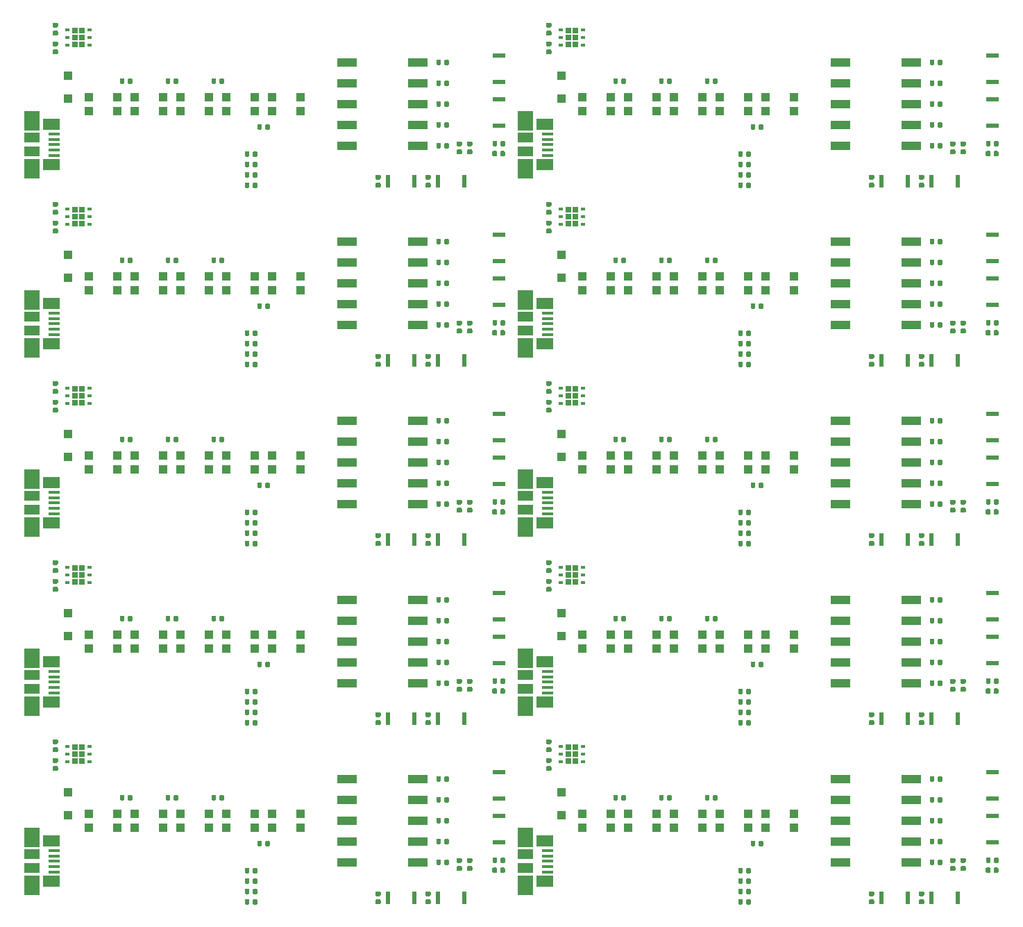
<source format=gbr>
G04 #@! TF.GenerationSoftware,KiCad,Pcbnew,6.0.0-rc1-unknown-240051f~66~ubuntu16.04.1*
G04 #@! TF.CreationDate,2019-05-15T15:01:05+02:00*
G04 #@! TF.ProjectId,m3_2x5_panel,6d335f32-7835-45f7-9061-6e656c2e6b69,rev?*
G04 #@! TF.SameCoordinates,Original*
G04 #@! TF.FileFunction,Paste,Top*
G04 #@! TF.FilePolarity,Positive*
%FSLAX46Y46*%
G04 Gerber Fmt 4.6, Leading zero omitted, Abs format (unit mm)*
G04 Created by KiCad (PCBNEW 6.0.0-rc1-unknown-240051f~66~ubuntu16.04.1) date Mi 15 Mai 2019 15:01:05 CEST*
%MOMM*%
%LPD*%
G01*
G04 APERTURE LIST*
%ADD10R,1.380000X0.450000*%
%ADD11R,2.100000X1.475000*%
%ADD12R,1.900000X2.375000*%
%ADD13R,1.900000X1.175000*%
%ADD14R,1.100000X1.100000*%
%ADD15R,1.000000X1.000000*%
%ADD16C,0.100000*%
%ADD17C,0.590000*%
%ADD18R,0.550000X1.500000*%
%ADD19R,1.500000X0.550000*%
%ADD20R,0.660000X0.730000*%
%ADD21R,0.630000X0.450000*%
%ADD22R,2.440000X1.120000*%
G04 APERTURE END LIST*
D10*
G04 #@! TO.C,J1*
X141106800Y-137324200D03*
X141106800Y-137974200D03*
X141106800Y-138624200D03*
X141106800Y-139274200D03*
X141106800Y-139924200D03*
D11*
X140746800Y-136161700D03*
X140746800Y-141086700D03*
D12*
X138446800Y-135714200D03*
X138446800Y-141534200D03*
D13*
X138446800Y-137784200D03*
X138446800Y-139464200D03*
G04 #@! TD*
D10*
G04 #@! TO.C,J1*
X80908800Y-137324200D03*
X80908800Y-137974200D03*
X80908800Y-138624200D03*
X80908800Y-139274200D03*
X80908800Y-139924200D03*
D11*
X80548800Y-136161700D03*
X80548800Y-141086700D03*
D12*
X78248800Y-135714200D03*
X78248800Y-141534200D03*
D13*
X78248800Y-137784200D03*
X78248800Y-139464200D03*
G04 #@! TD*
D10*
G04 #@! TO.C,J1*
X141106800Y-115480200D03*
X141106800Y-116130200D03*
X141106800Y-116780200D03*
X141106800Y-117430200D03*
X141106800Y-118080200D03*
D11*
X140746800Y-114317700D03*
X140746800Y-119242700D03*
D12*
X138446800Y-113870200D03*
X138446800Y-119690200D03*
D13*
X138446800Y-115940200D03*
X138446800Y-117620200D03*
G04 #@! TD*
D10*
G04 #@! TO.C,J1*
X80908800Y-115480200D03*
X80908800Y-116130200D03*
X80908800Y-116780200D03*
X80908800Y-117430200D03*
X80908800Y-118080200D03*
D11*
X80548800Y-114317700D03*
X80548800Y-119242700D03*
D12*
X78248800Y-113870200D03*
X78248800Y-119690200D03*
D13*
X78248800Y-115940200D03*
X78248800Y-117620200D03*
G04 #@! TD*
D10*
G04 #@! TO.C,J1*
X141106800Y-93636200D03*
X141106800Y-94286200D03*
X141106800Y-94936200D03*
X141106800Y-95586200D03*
X141106800Y-96236200D03*
D11*
X140746800Y-92473700D03*
X140746800Y-97398700D03*
D12*
X138446800Y-92026200D03*
X138446800Y-97846200D03*
D13*
X138446800Y-94096200D03*
X138446800Y-95776200D03*
G04 #@! TD*
D10*
G04 #@! TO.C,J1*
X80908800Y-93636200D03*
X80908800Y-94286200D03*
X80908800Y-94936200D03*
X80908800Y-95586200D03*
X80908800Y-96236200D03*
D11*
X80548800Y-92473700D03*
X80548800Y-97398700D03*
D12*
X78248800Y-92026200D03*
X78248800Y-97846200D03*
D13*
X78248800Y-94096200D03*
X78248800Y-95776200D03*
G04 #@! TD*
D10*
G04 #@! TO.C,J1*
X141106800Y-71792200D03*
X141106800Y-72442200D03*
X141106800Y-73092200D03*
X141106800Y-73742200D03*
X141106800Y-74392200D03*
D11*
X140746800Y-70629700D03*
X140746800Y-75554700D03*
D12*
X138446800Y-70182200D03*
X138446800Y-76002200D03*
D13*
X138446800Y-72252200D03*
X138446800Y-73932200D03*
G04 #@! TD*
D10*
G04 #@! TO.C,J1*
X80908800Y-71792200D03*
X80908800Y-72442200D03*
X80908800Y-73092200D03*
X80908800Y-73742200D03*
X80908800Y-74392200D03*
D11*
X80548800Y-70629700D03*
X80548800Y-75554700D03*
D12*
X78248800Y-70182200D03*
X78248800Y-76002200D03*
D13*
X78248800Y-72252200D03*
X78248800Y-73932200D03*
G04 #@! TD*
D10*
G04 #@! TO.C,J1*
X141106800Y-49948200D03*
X141106800Y-50598200D03*
X141106800Y-51248200D03*
X141106800Y-51898200D03*
X141106800Y-52548200D03*
D11*
X140746800Y-48785700D03*
X140746800Y-53710700D03*
D12*
X138446800Y-48338200D03*
X138446800Y-54158200D03*
D13*
X138446800Y-50408200D03*
X138446800Y-52088200D03*
G04 #@! TD*
D14*
G04 #@! TO.C,D2*
X142798800Y-130248200D03*
X142798800Y-133048200D03*
G04 #@! TD*
G04 #@! TO.C,D2*
X82600800Y-130248200D03*
X82600800Y-133048200D03*
G04 #@! TD*
G04 #@! TO.C,D2*
X142798800Y-108404200D03*
X142798800Y-111204200D03*
G04 #@! TD*
G04 #@! TO.C,D2*
X82600800Y-108404200D03*
X82600800Y-111204200D03*
G04 #@! TD*
G04 #@! TO.C,D2*
X142798800Y-86560200D03*
X142798800Y-89360200D03*
G04 #@! TD*
G04 #@! TO.C,D2*
X82600800Y-86560200D03*
X82600800Y-89360200D03*
G04 #@! TD*
G04 #@! TO.C,D2*
X142798800Y-64716200D03*
X142798800Y-67516200D03*
G04 #@! TD*
G04 #@! TO.C,D2*
X82600800Y-64716200D03*
X82600800Y-67516200D03*
G04 #@! TD*
G04 #@! TO.C,D2*
X142798800Y-42872200D03*
X142798800Y-45672200D03*
G04 #@! TD*
D15*
G04 #@! TO.C,D6*
X145366800Y-132805200D03*
X145366800Y-134555200D03*
X148866800Y-132805200D03*
X148866800Y-134555200D03*
G04 #@! TD*
G04 #@! TO.C,D6*
X85168800Y-132805200D03*
X85168800Y-134555200D03*
X88668800Y-132805200D03*
X88668800Y-134555200D03*
G04 #@! TD*
G04 #@! TO.C,D6*
X145366800Y-110961200D03*
X145366800Y-112711200D03*
X148866800Y-110961200D03*
X148866800Y-112711200D03*
G04 #@! TD*
G04 #@! TO.C,D6*
X85168800Y-110961200D03*
X85168800Y-112711200D03*
X88668800Y-110961200D03*
X88668800Y-112711200D03*
G04 #@! TD*
G04 #@! TO.C,D6*
X145366800Y-89117200D03*
X145366800Y-90867200D03*
X148866800Y-89117200D03*
X148866800Y-90867200D03*
G04 #@! TD*
G04 #@! TO.C,D6*
X85168800Y-89117200D03*
X85168800Y-90867200D03*
X88668800Y-89117200D03*
X88668800Y-90867200D03*
G04 #@! TD*
G04 #@! TO.C,D6*
X145366800Y-67273200D03*
X145366800Y-69023200D03*
X148866800Y-67273200D03*
X148866800Y-69023200D03*
G04 #@! TD*
G04 #@! TO.C,D6*
X85168800Y-67273200D03*
X85168800Y-69023200D03*
X88668800Y-67273200D03*
X88668800Y-69023200D03*
G04 #@! TD*
G04 #@! TO.C,D6*
X145366800Y-45429200D03*
X145366800Y-47179200D03*
X148866800Y-45429200D03*
X148866800Y-47179200D03*
G04 #@! TD*
D16*
G04 #@! TO.C,C2*
G36*
X141461758Y-124726910D02*
X141476076Y-124729034D01*
X141490117Y-124732551D01*
X141503746Y-124737428D01*
X141516831Y-124743617D01*
X141529247Y-124751058D01*
X141540873Y-124759681D01*
X141551598Y-124769402D01*
X141561319Y-124780127D01*
X141569942Y-124791753D01*
X141577383Y-124804169D01*
X141583572Y-124817254D01*
X141588449Y-124830883D01*
X141591966Y-124844924D01*
X141594090Y-124859242D01*
X141594800Y-124873700D01*
X141594800Y-125168700D01*
X141594090Y-125183158D01*
X141591966Y-125197476D01*
X141588449Y-125211517D01*
X141583572Y-125225146D01*
X141577383Y-125238231D01*
X141569942Y-125250647D01*
X141561319Y-125262273D01*
X141551598Y-125272998D01*
X141540873Y-125282719D01*
X141529247Y-125291342D01*
X141516831Y-125298783D01*
X141503746Y-125304972D01*
X141490117Y-125309849D01*
X141476076Y-125313366D01*
X141461758Y-125315490D01*
X141447300Y-125316200D01*
X141102300Y-125316200D01*
X141087842Y-125315490D01*
X141073524Y-125313366D01*
X141059483Y-125309849D01*
X141045854Y-125304972D01*
X141032769Y-125298783D01*
X141020353Y-125291342D01*
X141008727Y-125282719D01*
X140998002Y-125272998D01*
X140988281Y-125262273D01*
X140979658Y-125250647D01*
X140972217Y-125238231D01*
X140966028Y-125225146D01*
X140961151Y-125211517D01*
X140957634Y-125197476D01*
X140955510Y-125183158D01*
X140954800Y-125168700D01*
X140954800Y-124873700D01*
X140955510Y-124859242D01*
X140957634Y-124844924D01*
X140961151Y-124830883D01*
X140966028Y-124817254D01*
X140972217Y-124804169D01*
X140979658Y-124791753D01*
X140988281Y-124780127D01*
X140998002Y-124769402D01*
X141008727Y-124759681D01*
X141020353Y-124751058D01*
X141032769Y-124743617D01*
X141045854Y-124737428D01*
X141059483Y-124732551D01*
X141073524Y-124729034D01*
X141087842Y-124726910D01*
X141102300Y-124726200D01*
X141447300Y-124726200D01*
X141461758Y-124726910D01*
X141461758Y-124726910D01*
G37*
D17*
X141274800Y-125021200D03*
D16*
G36*
X141461758Y-123756910D02*
X141476076Y-123759034D01*
X141490117Y-123762551D01*
X141503746Y-123767428D01*
X141516831Y-123773617D01*
X141529247Y-123781058D01*
X141540873Y-123789681D01*
X141551598Y-123799402D01*
X141561319Y-123810127D01*
X141569942Y-123821753D01*
X141577383Y-123834169D01*
X141583572Y-123847254D01*
X141588449Y-123860883D01*
X141591966Y-123874924D01*
X141594090Y-123889242D01*
X141594800Y-123903700D01*
X141594800Y-124198700D01*
X141594090Y-124213158D01*
X141591966Y-124227476D01*
X141588449Y-124241517D01*
X141583572Y-124255146D01*
X141577383Y-124268231D01*
X141569942Y-124280647D01*
X141561319Y-124292273D01*
X141551598Y-124302998D01*
X141540873Y-124312719D01*
X141529247Y-124321342D01*
X141516831Y-124328783D01*
X141503746Y-124334972D01*
X141490117Y-124339849D01*
X141476076Y-124343366D01*
X141461758Y-124345490D01*
X141447300Y-124346200D01*
X141102300Y-124346200D01*
X141087842Y-124345490D01*
X141073524Y-124343366D01*
X141059483Y-124339849D01*
X141045854Y-124334972D01*
X141032769Y-124328783D01*
X141020353Y-124321342D01*
X141008727Y-124312719D01*
X140998002Y-124302998D01*
X140988281Y-124292273D01*
X140979658Y-124280647D01*
X140972217Y-124268231D01*
X140966028Y-124255146D01*
X140961151Y-124241517D01*
X140957634Y-124227476D01*
X140955510Y-124213158D01*
X140954800Y-124198700D01*
X140954800Y-123903700D01*
X140955510Y-123889242D01*
X140957634Y-123874924D01*
X140961151Y-123860883D01*
X140966028Y-123847254D01*
X140972217Y-123834169D01*
X140979658Y-123821753D01*
X140988281Y-123810127D01*
X140998002Y-123799402D01*
X141008727Y-123789681D01*
X141020353Y-123781058D01*
X141032769Y-123773617D01*
X141045854Y-123767428D01*
X141059483Y-123762551D01*
X141073524Y-123759034D01*
X141087842Y-123756910D01*
X141102300Y-123756200D01*
X141447300Y-123756200D01*
X141461758Y-123756910D01*
X141461758Y-123756910D01*
G37*
D17*
X141274800Y-124051200D03*
G04 #@! TD*
D16*
G04 #@! TO.C,C2*
G36*
X81263758Y-124726910D02*
X81278076Y-124729034D01*
X81292117Y-124732551D01*
X81305746Y-124737428D01*
X81318831Y-124743617D01*
X81331247Y-124751058D01*
X81342873Y-124759681D01*
X81353598Y-124769402D01*
X81363319Y-124780127D01*
X81371942Y-124791753D01*
X81379383Y-124804169D01*
X81385572Y-124817254D01*
X81390449Y-124830883D01*
X81393966Y-124844924D01*
X81396090Y-124859242D01*
X81396800Y-124873700D01*
X81396800Y-125168700D01*
X81396090Y-125183158D01*
X81393966Y-125197476D01*
X81390449Y-125211517D01*
X81385572Y-125225146D01*
X81379383Y-125238231D01*
X81371942Y-125250647D01*
X81363319Y-125262273D01*
X81353598Y-125272998D01*
X81342873Y-125282719D01*
X81331247Y-125291342D01*
X81318831Y-125298783D01*
X81305746Y-125304972D01*
X81292117Y-125309849D01*
X81278076Y-125313366D01*
X81263758Y-125315490D01*
X81249300Y-125316200D01*
X80904300Y-125316200D01*
X80889842Y-125315490D01*
X80875524Y-125313366D01*
X80861483Y-125309849D01*
X80847854Y-125304972D01*
X80834769Y-125298783D01*
X80822353Y-125291342D01*
X80810727Y-125282719D01*
X80800002Y-125272998D01*
X80790281Y-125262273D01*
X80781658Y-125250647D01*
X80774217Y-125238231D01*
X80768028Y-125225146D01*
X80763151Y-125211517D01*
X80759634Y-125197476D01*
X80757510Y-125183158D01*
X80756800Y-125168700D01*
X80756800Y-124873700D01*
X80757510Y-124859242D01*
X80759634Y-124844924D01*
X80763151Y-124830883D01*
X80768028Y-124817254D01*
X80774217Y-124804169D01*
X80781658Y-124791753D01*
X80790281Y-124780127D01*
X80800002Y-124769402D01*
X80810727Y-124759681D01*
X80822353Y-124751058D01*
X80834769Y-124743617D01*
X80847854Y-124737428D01*
X80861483Y-124732551D01*
X80875524Y-124729034D01*
X80889842Y-124726910D01*
X80904300Y-124726200D01*
X81249300Y-124726200D01*
X81263758Y-124726910D01*
X81263758Y-124726910D01*
G37*
D17*
X81076800Y-125021200D03*
D16*
G36*
X81263758Y-123756910D02*
X81278076Y-123759034D01*
X81292117Y-123762551D01*
X81305746Y-123767428D01*
X81318831Y-123773617D01*
X81331247Y-123781058D01*
X81342873Y-123789681D01*
X81353598Y-123799402D01*
X81363319Y-123810127D01*
X81371942Y-123821753D01*
X81379383Y-123834169D01*
X81385572Y-123847254D01*
X81390449Y-123860883D01*
X81393966Y-123874924D01*
X81396090Y-123889242D01*
X81396800Y-123903700D01*
X81396800Y-124198700D01*
X81396090Y-124213158D01*
X81393966Y-124227476D01*
X81390449Y-124241517D01*
X81385572Y-124255146D01*
X81379383Y-124268231D01*
X81371942Y-124280647D01*
X81363319Y-124292273D01*
X81353598Y-124302998D01*
X81342873Y-124312719D01*
X81331247Y-124321342D01*
X81318831Y-124328783D01*
X81305746Y-124334972D01*
X81292117Y-124339849D01*
X81278076Y-124343366D01*
X81263758Y-124345490D01*
X81249300Y-124346200D01*
X80904300Y-124346200D01*
X80889842Y-124345490D01*
X80875524Y-124343366D01*
X80861483Y-124339849D01*
X80847854Y-124334972D01*
X80834769Y-124328783D01*
X80822353Y-124321342D01*
X80810727Y-124312719D01*
X80800002Y-124302998D01*
X80790281Y-124292273D01*
X80781658Y-124280647D01*
X80774217Y-124268231D01*
X80768028Y-124255146D01*
X80763151Y-124241517D01*
X80759634Y-124227476D01*
X80757510Y-124213158D01*
X80756800Y-124198700D01*
X80756800Y-123903700D01*
X80757510Y-123889242D01*
X80759634Y-123874924D01*
X80763151Y-123860883D01*
X80768028Y-123847254D01*
X80774217Y-123834169D01*
X80781658Y-123821753D01*
X80790281Y-123810127D01*
X80800002Y-123799402D01*
X80810727Y-123789681D01*
X80822353Y-123781058D01*
X80834769Y-123773617D01*
X80847854Y-123767428D01*
X80861483Y-123762551D01*
X80875524Y-123759034D01*
X80889842Y-123756910D01*
X80904300Y-123756200D01*
X81249300Y-123756200D01*
X81263758Y-123756910D01*
X81263758Y-123756910D01*
G37*
D17*
X81076800Y-124051200D03*
G04 #@! TD*
D16*
G04 #@! TO.C,C2*
G36*
X141461758Y-102882910D02*
X141476076Y-102885034D01*
X141490117Y-102888551D01*
X141503746Y-102893428D01*
X141516831Y-102899617D01*
X141529247Y-102907058D01*
X141540873Y-102915681D01*
X141551598Y-102925402D01*
X141561319Y-102936127D01*
X141569942Y-102947753D01*
X141577383Y-102960169D01*
X141583572Y-102973254D01*
X141588449Y-102986883D01*
X141591966Y-103000924D01*
X141594090Y-103015242D01*
X141594800Y-103029700D01*
X141594800Y-103324700D01*
X141594090Y-103339158D01*
X141591966Y-103353476D01*
X141588449Y-103367517D01*
X141583572Y-103381146D01*
X141577383Y-103394231D01*
X141569942Y-103406647D01*
X141561319Y-103418273D01*
X141551598Y-103428998D01*
X141540873Y-103438719D01*
X141529247Y-103447342D01*
X141516831Y-103454783D01*
X141503746Y-103460972D01*
X141490117Y-103465849D01*
X141476076Y-103469366D01*
X141461758Y-103471490D01*
X141447300Y-103472200D01*
X141102300Y-103472200D01*
X141087842Y-103471490D01*
X141073524Y-103469366D01*
X141059483Y-103465849D01*
X141045854Y-103460972D01*
X141032769Y-103454783D01*
X141020353Y-103447342D01*
X141008727Y-103438719D01*
X140998002Y-103428998D01*
X140988281Y-103418273D01*
X140979658Y-103406647D01*
X140972217Y-103394231D01*
X140966028Y-103381146D01*
X140961151Y-103367517D01*
X140957634Y-103353476D01*
X140955510Y-103339158D01*
X140954800Y-103324700D01*
X140954800Y-103029700D01*
X140955510Y-103015242D01*
X140957634Y-103000924D01*
X140961151Y-102986883D01*
X140966028Y-102973254D01*
X140972217Y-102960169D01*
X140979658Y-102947753D01*
X140988281Y-102936127D01*
X140998002Y-102925402D01*
X141008727Y-102915681D01*
X141020353Y-102907058D01*
X141032769Y-102899617D01*
X141045854Y-102893428D01*
X141059483Y-102888551D01*
X141073524Y-102885034D01*
X141087842Y-102882910D01*
X141102300Y-102882200D01*
X141447300Y-102882200D01*
X141461758Y-102882910D01*
X141461758Y-102882910D01*
G37*
D17*
X141274800Y-103177200D03*
D16*
G36*
X141461758Y-101912910D02*
X141476076Y-101915034D01*
X141490117Y-101918551D01*
X141503746Y-101923428D01*
X141516831Y-101929617D01*
X141529247Y-101937058D01*
X141540873Y-101945681D01*
X141551598Y-101955402D01*
X141561319Y-101966127D01*
X141569942Y-101977753D01*
X141577383Y-101990169D01*
X141583572Y-102003254D01*
X141588449Y-102016883D01*
X141591966Y-102030924D01*
X141594090Y-102045242D01*
X141594800Y-102059700D01*
X141594800Y-102354700D01*
X141594090Y-102369158D01*
X141591966Y-102383476D01*
X141588449Y-102397517D01*
X141583572Y-102411146D01*
X141577383Y-102424231D01*
X141569942Y-102436647D01*
X141561319Y-102448273D01*
X141551598Y-102458998D01*
X141540873Y-102468719D01*
X141529247Y-102477342D01*
X141516831Y-102484783D01*
X141503746Y-102490972D01*
X141490117Y-102495849D01*
X141476076Y-102499366D01*
X141461758Y-102501490D01*
X141447300Y-102502200D01*
X141102300Y-102502200D01*
X141087842Y-102501490D01*
X141073524Y-102499366D01*
X141059483Y-102495849D01*
X141045854Y-102490972D01*
X141032769Y-102484783D01*
X141020353Y-102477342D01*
X141008727Y-102468719D01*
X140998002Y-102458998D01*
X140988281Y-102448273D01*
X140979658Y-102436647D01*
X140972217Y-102424231D01*
X140966028Y-102411146D01*
X140961151Y-102397517D01*
X140957634Y-102383476D01*
X140955510Y-102369158D01*
X140954800Y-102354700D01*
X140954800Y-102059700D01*
X140955510Y-102045242D01*
X140957634Y-102030924D01*
X140961151Y-102016883D01*
X140966028Y-102003254D01*
X140972217Y-101990169D01*
X140979658Y-101977753D01*
X140988281Y-101966127D01*
X140998002Y-101955402D01*
X141008727Y-101945681D01*
X141020353Y-101937058D01*
X141032769Y-101929617D01*
X141045854Y-101923428D01*
X141059483Y-101918551D01*
X141073524Y-101915034D01*
X141087842Y-101912910D01*
X141102300Y-101912200D01*
X141447300Y-101912200D01*
X141461758Y-101912910D01*
X141461758Y-101912910D01*
G37*
D17*
X141274800Y-102207200D03*
G04 #@! TD*
D16*
G04 #@! TO.C,C2*
G36*
X81263758Y-102882910D02*
X81278076Y-102885034D01*
X81292117Y-102888551D01*
X81305746Y-102893428D01*
X81318831Y-102899617D01*
X81331247Y-102907058D01*
X81342873Y-102915681D01*
X81353598Y-102925402D01*
X81363319Y-102936127D01*
X81371942Y-102947753D01*
X81379383Y-102960169D01*
X81385572Y-102973254D01*
X81390449Y-102986883D01*
X81393966Y-103000924D01*
X81396090Y-103015242D01*
X81396800Y-103029700D01*
X81396800Y-103324700D01*
X81396090Y-103339158D01*
X81393966Y-103353476D01*
X81390449Y-103367517D01*
X81385572Y-103381146D01*
X81379383Y-103394231D01*
X81371942Y-103406647D01*
X81363319Y-103418273D01*
X81353598Y-103428998D01*
X81342873Y-103438719D01*
X81331247Y-103447342D01*
X81318831Y-103454783D01*
X81305746Y-103460972D01*
X81292117Y-103465849D01*
X81278076Y-103469366D01*
X81263758Y-103471490D01*
X81249300Y-103472200D01*
X80904300Y-103472200D01*
X80889842Y-103471490D01*
X80875524Y-103469366D01*
X80861483Y-103465849D01*
X80847854Y-103460972D01*
X80834769Y-103454783D01*
X80822353Y-103447342D01*
X80810727Y-103438719D01*
X80800002Y-103428998D01*
X80790281Y-103418273D01*
X80781658Y-103406647D01*
X80774217Y-103394231D01*
X80768028Y-103381146D01*
X80763151Y-103367517D01*
X80759634Y-103353476D01*
X80757510Y-103339158D01*
X80756800Y-103324700D01*
X80756800Y-103029700D01*
X80757510Y-103015242D01*
X80759634Y-103000924D01*
X80763151Y-102986883D01*
X80768028Y-102973254D01*
X80774217Y-102960169D01*
X80781658Y-102947753D01*
X80790281Y-102936127D01*
X80800002Y-102925402D01*
X80810727Y-102915681D01*
X80822353Y-102907058D01*
X80834769Y-102899617D01*
X80847854Y-102893428D01*
X80861483Y-102888551D01*
X80875524Y-102885034D01*
X80889842Y-102882910D01*
X80904300Y-102882200D01*
X81249300Y-102882200D01*
X81263758Y-102882910D01*
X81263758Y-102882910D01*
G37*
D17*
X81076800Y-103177200D03*
D16*
G36*
X81263758Y-101912910D02*
X81278076Y-101915034D01*
X81292117Y-101918551D01*
X81305746Y-101923428D01*
X81318831Y-101929617D01*
X81331247Y-101937058D01*
X81342873Y-101945681D01*
X81353598Y-101955402D01*
X81363319Y-101966127D01*
X81371942Y-101977753D01*
X81379383Y-101990169D01*
X81385572Y-102003254D01*
X81390449Y-102016883D01*
X81393966Y-102030924D01*
X81396090Y-102045242D01*
X81396800Y-102059700D01*
X81396800Y-102354700D01*
X81396090Y-102369158D01*
X81393966Y-102383476D01*
X81390449Y-102397517D01*
X81385572Y-102411146D01*
X81379383Y-102424231D01*
X81371942Y-102436647D01*
X81363319Y-102448273D01*
X81353598Y-102458998D01*
X81342873Y-102468719D01*
X81331247Y-102477342D01*
X81318831Y-102484783D01*
X81305746Y-102490972D01*
X81292117Y-102495849D01*
X81278076Y-102499366D01*
X81263758Y-102501490D01*
X81249300Y-102502200D01*
X80904300Y-102502200D01*
X80889842Y-102501490D01*
X80875524Y-102499366D01*
X80861483Y-102495849D01*
X80847854Y-102490972D01*
X80834769Y-102484783D01*
X80822353Y-102477342D01*
X80810727Y-102468719D01*
X80800002Y-102458998D01*
X80790281Y-102448273D01*
X80781658Y-102436647D01*
X80774217Y-102424231D01*
X80768028Y-102411146D01*
X80763151Y-102397517D01*
X80759634Y-102383476D01*
X80757510Y-102369158D01*
X80756800Y-102354700D01*
X80756800Y-102059700D01*
X80757510Y-102045242D01*
X80759634Y-102030924D01*
X80763151Y-102016883D01*
X80768028Y-102003254D01*
X80774217Y-101990169D01*
X80781658Y-101977753D01*
X80790281Y-101966127D01*
X80800002Y-101955402D01*
X80810727Y-101945681D01*
X80822353Y-101937058D01*
X80834769Y-101929617D01*
X80847854Y-101923428D01*
X80861483Y-101918551D01*
X80875524Y-101915034D01*
X80889842Y-101912910D01*
X80904300Y-101912200D01*
X81249300Y-101912200D01*
X81263758Y-101912910D01*
X81263758Y-101912910D01*
G37*
D17*
X81076800Y-102207200D03*
G04 #@! TD*
D16*
G04 #@! TO.C,C2*
G36*
X141461758Y-81038910D02*
X141476076Y-81041034D01*
X141490117Y-81044551D01*
X141503746Y-81049428D01*
X141516831Y-81055617D01*
X141529247Y-81063058D01*
X141540873Y-81071681D01*
X141551598Y-81081402D01*
X141561319Y-81092127D01*
X141569942Y-81103753D01*
X141577383Y-81116169D01*
X141583572Y-81129254D01*
X141588449Y-81142883D01*
X141591966Y-81156924D01*
X141594090Y-81171242D01*
X141594800Y-81185700D01*
X141594800Y-81480700D01*
X141594090Y-81495158D01*
X141591966Y-81509476D01*
X141588449Y-81523517D01*
X141583572Y-81537146D01*
X141577383Y-81550231D01*
X141569942Y-81562647D01*
X141561319Y-81574273D01*
X141551598Y-81584998D01*
X141540873Y-81594719D01*
X141529247Y-81603342D01*
X141516831Y-81610783D01*
X141503746Y-81616972D01*
X141490117Y-81621849D01*
X141476076Y-81625366D01*
X141461758Y-81627490D01*
X141447300Y-81628200D01*
X141102300Y-81628200D01*
X141087842Y-81627490D01*
X141073524Y-81625366D01*
X141059483Y-81621849D01*
X141045854Y-81616972D01*
X141032769Y-81610783D01*
X141020353Y-81603342D01*
X141008727Y-81594719D01*
X140998002Y-81584998D01*
X140988281Y-81574273D01*
X140979658Y-81562647D01*
X140972217Y-81550231D01*
X140966028Y-81537146D01*
X140961151Y-81523517D01*
X140957634Y-81509476D01*
X140955510Y-81495158D01*
X140954800Y-81480700D01*
X140954800Y-81185700D01*
X140955510Y-81171242D01*
X140957634Y-81156924D01*
X140961151Y-81142883D01*
X140966028Y-81129254D01*
X140972217Y-81116169D01*
X140979658Y-81103753D01*
X140988281Y-81092127D01*
X140998002Y-81081402D01*
X141008727Y-81071681D01*
X141020353Y-81063058D01*
X141032769Y-81055617D01*
X141045854Y-81049428D01*
X141059483Y-81044551D01*
X141073524Y-81041034D01*
X141087842Y-81038910D01*
X141102300Y-81038200D01*
X141447300Y-81038200D01*
X141461758Y-81038910D01*
X141461758Y-81038910D01*
G37*
D17*
X141274800Y-81333200D03*
D16*
G36*
X141461758Y-80068910D02*
X141476076Y-80071034D01*
X141490117Y-80074551D01*
X141503746Y-80079428D01*
X141516831Y-80085617D01*
X141529247Y-80093058D01*
X141540873Y-80101681D01*
X141551598Y-80111402D01*
X141561319Y-80122127D01*
X141569942Y-80133753D01*
X141577383Y-80146169D01*
X141583572Y-80159254D01*
X141588449Y-80172883D01*
X141591966Y-80186924D01*
X141594090Y-80201242D01*
X141594800Y-80215700D01*
X141594800Y-80510700D01*
X141594090Y-80525158D01*
X141591966Y-80539476D01*
X141588449Y-80553517D01*
X141583572Y-80567146D01*
X141577383Y-80580231D01*
X141569942Y-80592647D01*
X141561319Y-80604273D01*
X141551598Y-80614998D01*
X141540873Y-80624719D01*
X141529247Y-80633342D01*
X141516831Y-80640783D01*
X141503746Y-80646972D01*
X141490117Y-80651849D01*
X141476076Y-80655366D01*
X141461758Y-80657490D01*
X141447300Y-80658200D01*
X141102300Y-80658200D01*
X141087842Y-80657490D01*
X141073524Y-80655366D01*
X141059483Y-80651849D01*
X141045854Y-80646972D01*
X141032769Y-80640783D01*
X141020353Y-80633342D01*
X141008727Y-80624719D01*
X140998002Y-80614998D01*
X140988281Y-80604273D01*
X140979658Y-80592647D01*
X140972217Y-80580231D01*
X140966028Y-80567146D01*
X140961151Y-80553517D01*
X140957634Y-80539476D01*
X140955510Y-80525158D01*
X140954800Y-80510700D01*
X140954800Y-80215700D01*
X140955510Y-80201242D01*
X140957634Y-80186924D01*
X140961151Y-80172883D01*
X140966028Y-80159254D01*
X140972217Y-80146169D01*
X140979658Y-80133753D01*
X140988281Y-80122127D01*
X140998002Y-80111402D01*
X141008727Y-80101681D01*
X141020353Y-80093058D01*
X141032769Y-80085617D01*
X141045854Y-80079428D01*
X141059483Y-80074551D01*
X141073524Y-80071034D01*
X141087842Y-80068910D01*
X141102300Y-80068200D01*
X141447300Y-80068200D01*
X141461758Y-80068910D01*
X141461758Y-80068910D01*
G37*
D17*
X141274800Y-80363200D03*
G04 #@! TD*
D16*
G04 #@! TO.C,C2*
G36*
X81263758Y-81038910D02*
X81278076Y-81041034D01*
X81292117Y-81044551D01*
X81305746Y-81049428D01*
X81318831Y-81055617D01*
X81331247Y-81063058D01*
X81342873Y-81071681D01*
X81353598Y-81081402D01*
X81363319Y-81092127D01*
X81371942Y-81103753D01*
X81379383Y-81116169D01*
X81385572Y-81129254D01*
X81390449Y-81142883D01*
X81393966Y-81156924D01*
X81396090Y-81171242D01*
X81396800Y-81185700D01*
X81396800Y-81480700D01*
X81396090Y-81495158D01*
X81393966Y-81509476D01*
X81390449Y-81523517D01*
X81385572Y-81537146D01*
X81379383Y-81550231D01*
X81371942Y-81562647D01*
X81363319Y-81574273D01*
X81353598Y-81584998D01*
X81342873Y-81594719D01*
X81331247Y-81603342D01*
X81318831Y-81610783D01*
X81305746Y-81616972D01*
X81292117Y-81621849D01*
X81278076Y-81625366D01*
X81263758Y-81627490D01*
X81249300Y-81628200D01*
X80904300Y-81628200D01*
X80889842Y-81627490D01*
X80875524Y-81625366D01*
X80861483Y-81621849D01*
X80847854Y-81616972D01*
X80834769Y-81610783D01*
X80822353Y-81603342D01*
X80810727Y-81594719D01*
X80800002Y-81584998D01*
X80790281Y-81574273D01*
X80781658Y-81562647D01*
X80774217Y-81550231D01*
X80768028Y-81537146D01*
X80763151Y-81523517D01*
X80759634Y-81509476D01*
X80757510Y-81495158D01*
X80756800Y-81480700D01*
X80756800Y-81185700D01*
X80757510Y-81171242D01*
X80759634Y-81156924D01*
X80763151Y-81142883D01*
X80768028Y-81129254D01*
X80774217Y-81116169D01*
X80781658Y-81103753D01*
X80790281Y-81092127D01*
X80800002Y-81081402D01*
X80810727Y-81071681D01*
X80822353Y-81063058D01*
X80834769Y-81055617D01*
X80847854Y-81049428D01*
X80861483Y-81044551D01*
X80875524Y-81041034D01*
X80889842Y-81038910D01*
X80904300Y-81038200D01*
X81249300Y-81038200D01*
X81263758Y-81038910D01*
X81263758Y-81038910D01*
G37*
D17*
X81076800Y-81333200D03*
D16*
G36*
X81263758Y-80068910D02*
X81278076Y-80071034D01*
X81292117Y-80074551D01*
X81305746Y-80079428D01*
X81318831Y-80085617D01*
X81331247Y-80093058D01*
X81342873Y-80101681D01*
X81353598Y-80111402D01*
X81363319Y-80122127D01*
X81371942Y-80133753D01*
X81379383Y-80146169D01*
X81385572Y-80159254D01*
X81390449Y-80172883D01*
X81393966Y-80186924D01*
X81396090Y-80201242D01*
X81396800Y-80215700D01*
X81396800Y-80510700D01*
X81396090Y-80525158D01*
X81393966Y-80539476D01*
X81390449Y-80553517D01*
X81385572Y-80567146D01*
X81379383Y-80580231D01*
X81371942Y-80592647D01*
X81363319Y-80604273D01*
X81353598Y-80614998D01*
X81342873Y-80624719D01*
X81331247Y-80633342D01*
X81318831Y-80640783D01*
X81305746Y-80646972D01*
X81292117Y-80651849D01*
X81278076Y-80655366D01*
X81263758Y-80657490D01*
X81249300Y-80658200D01*
X80904300Y-80658200D01*
X80889842Y-80657490D01*
X80875524Y-80655366D01*
X80861483Y-80651849D01*
X80847854Y-80646972D01*
X80834769Y-80640783D01*
X80822353Y-80633342D01*
X80810727Y-80624719D01*
X80800002Y-80614998D01*
X80790281Y-80604273D01*
X80781658Y-80592647D01*
X80774217Y-80580231D01*
X80768028Y-80567146D01*
X80763151Y-80553517D01*
X80759634Y-80539476D01*
X80757510Y-80525158D01*
X80756800Y-80510700D01*
X80756800Y-80215700D01*
X80757510Y-80201242D01*
X80759634Y-80186924D01*
X80763151Y-80172883D01*
X80768028Y-80159254D01*
X80774217Y-80146169D01*
X80781658Y-80133753D01*
X80790281Y-80122127D01*
X80800002Y-80111402D01*
X80810727Y-80101681D01*
X80822353Y-80093058D01*
X80834769Y-80085617D01*
X80847854Y-80079428D01*
X80861483Y-80074551D01*
X80875524Y-80071034D01*
X80889842Y-80068910D01*
X80904300Y-80068200D01*
X81249300Y-80068200D01*
X81263758Y-80068910D01*
X81263758Y-80068910D01*
G37*
D17*
X81076800Y-80363200D03*
G04 #@! TD*
D16*
G04 #@! TO.C,C2*
G36*
X141461758Y-59194910D02*
X141476076Y-59197034D01*
X141490117Y-59200551D01*
X141503746Y-59205428D01*
X141516831Y-59211617D01*
X141529247Y-59219058D01*
X141540873Y-59227681D01*
X141551598Y-59237402D01*
X141561319Y-59248127D01*
X141569942Y-59259753D01*
X141577383Y-59272169D01*
X141583572Y-59285254D01*
X141588449Y-59298883D01*
X141591966Y-59312924D01*
X141594090Y-59327242D01*
X141594800Y-59341700D01*
X141594800Y-59636700D01*
X141594090Y-59651158D01*
X141591966Y-59665476D01*
X141588449Y-59679517D01*
X141583572Y-59693146D01*
X141577383Y-59706231D01*
X141569942Y-59718647D01*
X141561319Y-59730273D01*
X141551598Y-59740998D01*
X141540873Y-59750719D01*
X141529247Y-59759342D01*
X141516831Y-59766783D01*
X141503746Y-59772972D01*
X141490117Y-59777849D01*
X141476076Y-59781366D01*
X141461758Y-59783490D01*
X141447300Y-59784200D01*
X141102300Y-59784200D01*
X141087842Y-59783490D01*
X141073524Y-59781366D01*
X141059483Y-59777849D01*
X141045854Y-59772972D01*
X141032769Y-59766783D01*
X141020353Y-59759342D01*
X141008727Y-59750719D01*
X140998002Y-59740998D01*
X140988281Y-59730273D01*
X140979658Y-59718647D01*
X140972217Y-59706231D01*
X140966028Y-59693146D01*
X140961151Y-59679517D01*
X140957634Y-59665476D01*
X140955510Y-59651158D01*
X140954800Y-59636700D01*
X140954800Y-59341700D01*
X140955510Y-59327242D01*
X140957634Y-59312924D01*
X140961151Y-59298883D01*
X140966028Y-59285254D01*
X140972217Y-59272169D01*
X140979658Y-59259753D01*
X140988281Y-59248127D01*
X140998002Y-59237402D01*
X141008727Y-59227681D01*
X141020353Y-59219058D01*
X141032769Y-59211617D01*
X141045854Y-59205428D01*
X141059483Y-59200551D01*
X141073524Y-59197034D01*
X141087842Y-59194910D01*
X141102300Y-59194200D01*
X141447300Y-59194200D01*
X141461758Y-59194910D01*
X141461758Y-59194910D01*
G37*
D17*
X141274800Y-59489200D03*
D16*
G36*
X141461758Y-58224910D02*
X141476076Y-58227034D01*
X141490117Y-58230551D01*
X141503746Y-58235428D01*
X141516831Y-58241617D01*
X141529247Y-58249058D01*
X141540873Y-58257681D01*
X141551598Y-58267402D01*
X141561319Y-58278127D01*
X141569942Y-58289753D01*
X141577383Y-58302169D01*
X141583572Y-58315254D01*
X141588449Y-58328883D01*
X141591966Y-58342924D01*
X141594090Y-58357242D01*
X141594800Y-58371700D01*
X141594800Y-58666700D01*
X141594090Y-58681158D01*
X141591966Y-58695476D01*
X141588449Y-58709517D01*
X141583572Y-58723146D01*
X141577383Y-58736231D01*
X141569942Y-58748647D01*
X141561319Y-58760273D01*
X141551598Y-58770998D01*
X141540873Y-58780719D01*
X141529247Y-58789342D01*
X141516831Y-58796783D01*
X141503746Y-58802972D01*
X141490117Y-58807849D01*
X141476076Y-58811366D01*
X141461758Y-58813490D01*
X141447300Y-58814200D01*
X141102300Y-58814200D01*
X141087842Y-58813490D01*
X141073524Y-58811366D01*
X141059483Y-58807849D01*
X141045854Y-58802972D01*
X141032769Y-58796783D01*
X141020353Y-58789342D01*
X141008727Y-58780719D01*
X140998002Y-58770998D01*
X140988281Y-58760273D01*
X140979658Y-58748647D01*
X140972217Y-58736231D01*
X140966028Y-58723146D01*
X140961151Y-58709517D01*
X140957634Y-58695476D01*
X140955510Y-58681158D01*
X140954800Y-58666700D01*
X140954800Y-58371700D01*
X140955510Y-58357242D01*
X140957634Y-58342924D01*
X140961151Y-58328883D01*
X140966028Y-58315254D01*
X140972217Y-58302169D01*
X140979658Y-58289753D01*
X140988281Y-58278127D01*
X140998002Y-58267402D01*
X141008727Y-58257681D01*
X141020353Y-58249058D01*
X141032769Y-58241617D01*
X141045854Y-58235428D01*
X141059483Y-58230551D01*
X141073524Y-58227034D01*
X141087842Y-58224910D01*
X141102300Y-58224200D01*
X141447300Y-58224200D01*
X141461758Y-58224910D01*
X141461758Y-58224910D01*
G37*
D17*
X141274800Y-58519200D03*
G04 #@! TD*
D16*
G04 #@! TO.C,C2*
G36*
X81263758Y-59194910D02*
X81278076Y-59197034D01*
X81292117Y-59200551D01*
X81305746Y-59205428D01*
X81318831Y-59211617D01*
X81331247Y-59219058D01*
X81342873Y-59227681D01*
X81353598Y-59237402D01*
X81363319Y-59248127D01*
X81371942Y-59259753D01*
X81379383Y-59272169D01*
X81385572Y-59285254D01*
X81390449Y-59298883D01*
X81393966Y-59312924D01*
X81396090Y-59327242D01*
X81396800Y-59341700D01*
X81396800Y-59636700D01*
X81396090Y-59651158D01*
X81393966Y-59665476D01*
X81390449Y-59679517D01*
X81385572Y-59693146D01*
X81379383Y-59706231D01*
X81371942Y-59718647D01*
X81363319Y-59730273D01*
X81353598Y-59740998D01*
X81342873Y-59750719D01*
X81331247Y-59759342D01*
X81318831Y-59766783D01*
X81305746Y-59772972D01*
X81292117Y-59777849D01*
X81278076Y-59781366D01*
X81263758Y-59783490D01*
X81249300Y-59784200D01*
X80904300Y-59784200D01*
X80889842Y-59783490D01*
X80875524Y-59781366D01*
X80861483Y-59777849D01*
X80847854Y-59772972D01*
X80834769Y-59766783D01*
X80822353Y-59759342D01*
X80810727Y-59750719D01*
X80800002Y-59740998D01*
X80790281Y-59730273D01*
X80781658Y-59718647D01*
X80774217Y-59706231D01*
X80768028Y-59693146D01*
X80763151Y-59679517D01*
X80759634Y-59665476D01*
X80757510Y-59651158D01*
X80756800Y-59636700D01*
X80756800Y-59341700D01*
X80757510Y-59327242D01*
X80759634Y-59312924D01*
X80763151Y-59298883D01*
X80768028Y-59285254D01*
X80774217Y-59272169D01*
X80781658Y-59259753D01*
X80790281Y-59248127D01*
X80800002Y-59237402D01*
X80810727Y-59227681D01*
X80822353Y-59219058D01*
X80834769Y-59211617D01*
X80847854Y-59205428D01*
X80861483Y-59200551D01*
X80875524Y-59197034D01*
X80889842Y-59194910D01*
X80904300Y-59194200D01*
X81249300Y-59194200D01*
X81263758Y-59194910D01*
X81263758Y-59194910D01*
G37*
D17*
X81076800Y-59489200D03*
D16*
G36*
X81263758Y-58224910D02*
X81278076Y-58227034D01*
X81292117Y-58230551D01*
X81305746Y-58235428D01*
X81318831Y-58241617D01*
X81331247Y-58249058D01*
X81342873Y-58257681D01*
X81353598Y-58267402D01*
X81363319Y-58278127D01*
X81371942Y-58289753D01*
X81379383Y-58302169D01*
X81385572Y-58315254D01*
X81390449Y-58328883D01*
X81393966Y-58342924D01*
X81396090Y-58357242D01*
X81396800Y-58371700D01*
X81396800Y-58666700D01*
X81396090Y-58681158D01*
X81393966Y-58695476D01*
X81390449Y-58709517D01*
X81385572Y-58723146D01*
X81379383Y-58736231D01*
X81371942Y-58748647D01*
X81363319Y-58760273D01*
X81353598Y-58770998D01*
X81342873Y-58780719D01*
X81331247Y-58789342D01*
X81318831Y-58796783D01*
X81305746Y-58802972D01*
X81292117Y-58807849D01*
X81278076Y-58811366D01*
X81263758Y-58813490D01*
X81249300Y-58814200D01*
X80904300Y-58814200D01*
X80889842Y-58813490D01*
X80875524Y-58811366D01*
X80861483Y-58807849D01*
X80847854Y-58802972D01*
X80834769Y-58796783D01*
X80822353Y-58789342D01*
X80810727Y-58780719D01*
X80800002Y-58770998D01*
X80790281Y-58760273D01*
X80781658Y-58748647D01*
X80774217Y-58736231D01*
X80768028Y-58723146D01*
X80763151Y-58709517D01*
X80759634Y-58695476D01*
X80757510Y-58681158D01*
X80756800Y-58666700D01*
X80756800Y-58371700D01*
X80757510Y-58357242D01*
X80759634Y-58342924D01*
X80763151Y-58328883D01*
X80768028Y-58315254D01*
X80774217Y-58302169D01*
X80781658Y-58289753D01*
X80790281Y-58278127D01*
X80800002Y-58267402D01*
X80810727Y-58257681D01*
X80822353Y-58249058D01*
X80834769Y-58241617D01*
X80847854Y-58235428D01*
X80861483Y-58230551D01*
X80875524Y-58227034D01*
X80889842Y-58224910D01*
X80904300Y-58224200D01*
X81249300Y-58224200D01*
X81263758Y-58224910D01*
X81263758Y-58224910D01*
G37*
D17*
X81076800Y-58519200D03*
G04 #@! TD*
D16*
G04 #@! TO.C,C2*
G36*
X141461758Y-37350910D02*
X141476076Y-37353034D01*
X141490117Y-37356551D01*
X141503746Y-37361428D01*
X141516831Y-37367617D01*
X141529247Y-37375058D01*
X141540873Y-37383681D01*
X141551598Y-37393402D01*
X141561319Y-37404127D01*
X141569942Y-37415753D01*
X141577383Y-37428169D01*
X141583572Y-37441254D01*
X141588449Y-37454883D01*
X141591966Y-37468924D01*
X141594090Y-37483242D01*
X141594800Y-37497700D01*
X141594800Y-37792700D01*
X141594090Y-37807158D01*
X141591966Y-37821476D01*
X141588449Y-37835517D01*
X141583572Y-37849146D01*
X141577383Y-37862231D01*
X141569942Y-37874647D01*
X141561319Y-37886273D01*
X141551598Y-37896998D01*
X141540873Y-37906719D01*
X141529247Y-37915342D01*
X141516831Y-37922783D01*
X141503746Y-37928972D01*
X141490117Y-37933849D01*
X141476076Y-37937366D01*
X141461758Y-37939490D01*
X141447300Y-37940200D01*
X141102300Y-37940200D01*
X141087842Y-37939490D01*
X141073524Y-37937366D01*
X141059483Y-37933849D01*
X141045854Y-37928972D01*
X141032769Y-37922783D01*
X141020353Y-37915342D01*
X141008727Y-37906719D01*
X140998002Y-37896998D01*
X140988281Y-37886273D01*
X140979658Y-37874647D01*
X140972217Y-37862231D01*
X140966028Y-37849146D01*
X140961151Y-37835517D01*
X140957634Y-37821476D01*
X140955510Y-37807158D01*
X140954800Y-37792700D01*
X140954800Y-37497700D01*
X140955510Y-37483242D01*
X140957634Y-37468924D01*
X140961151Y-37454883D01*
X140966028Y-37441254D01*
X140972217Y-37428169D01*
X140979658Y-37415753D01*
X140988281Y-37404127D01*
X140998002Y-37393402D01*
X141008727Y-37383681D01*
X141020353Y-37375058D01*
X141032769Y-37367617D01*
X141045854Y-37361428D01*
X141059483Y-37356551D01*
X141073524Y-37353034D01*
X141087842Y-37350910D01*
X141102300Y-37350200D01*
X141447300Y-37350200D01*
X141461758Y-37350910D01*
X141461758Y-37350910D01*
G37*
D17*
X141274800Y-37645200D03*
D16*
G36*
X141461758Y-36380910D02*
X141476076Y-36383034D01*
X141490117Y-36386551D01*
X141503746Y-36391428D01*
X141516831Y-36397617D01*
X141529247Y-36405058D01*
X141540873Y-36413681D01*
X141551598Y-36423402D01*
X141561319Y-36434127D01*
X141569942Y-36445753D01*
X141577383Y-36458169D01*
X141583572Y-36471254D01*
X141588449Y-36484883D01*
X141591966Y-36498924D01*
X141594090Y-36513242D01*
X141594800Y-36527700D01*
X141594800Y-36822700D01*
X141594090Y-36837158D01*
X141591966Y-36851476D01*
X141588449Y-36865517D01*
X141583572Y-36879146D01*
X141577383Y-36892231D01*
X141569942Y-36904647D01*
X141561319Y-36916273D01*
X141551598Y-36926998D01*
X141540873Y-36936719D01*
X141529247Y-36945342D01*
X141516831Y-36952783D01*
X141503746Y-36958972D01*
X141490117Y-36963849D01*
X141476076Y-36967366D01*
X141461758Y-36969490D01*
X141447300Y-36970200D01*
X141102300Y-36970200D01*
X141087842Y-36969490D01*
X141073524Y-36967366D01*
X141059483Y-36963849D01*
X141045854Y-36958972D01*
X141032769Y-36952783D01*
X141020353Y-36945342D01*
X141008727Y-36936719D01*
X140998002Y-36926998D01*
X140988281Y-36916273D01*
X140979658Y-36904647D01*
X140972217Y-36892231D01*
X140966028Y-36879146D01*
X140961151Y-36865517D01*
X140957634Y-36851476D01*
X140955510Y-36837158D01*
X140954800Y-36822700D01*
X140954800Y-36527700D01*
X140955510Y-36513242D01*
X140957634Y-36498924D01*
X140961151Y-36484883D01*
X140966028Y-36471254D01*
X140972217Y-36458169D01*
X140979658Y-36445753D01*
X140988281Y-36434127D01*
X140998002Y-36423402D01*
X141008727Y-36413681D01*
X141020353Y-36405058D01*
X141032769Y-36397617D01*
X141045854Y-36391428D01*
X141059483Y-36386551D01*
X141073524Y-36383034D01*
X141087842Y-36380910D01*
X141102300Y-36380200D01*
X141447300Y-36380200D01*
X141461758Y-36380910D01*
X141461758Y-36380910D01*
G37*
D17*
X141274800Y-36675200D03*
G04 #@! TD*
D15*
G04 #@! TO.C,D1*
X171218800Y-134555200D03*
X171218800Y-132805200D03*
X167718800Y-134555200D03*
X167718800Y-132805200D03*
G04 #@! TD*
G04 #@! TO.C,D1*
X111020800Y-134555200D03*
X111020800Y-132805200D03*
X107520800Y-134555200D03*
X107520800Y-132805200D03*
G04 #@! TD*
G04 #@! TO.C,D1*
X171218800Y-112711200D03*
X171218800Y-110961200D03*
X167718800Y-112711200D03*
X167718800Y-110961200D03*
G04 #@! TD*
G04 #@! TO.C,D1*
X111020800Y-112711200D03*
X111020800Y-110961200D03*
X107520800Y-112711200D03*
X107520800Y-110961200D03*
G04 #@! TD*
G04 #@! TO.C,D1*
X171218800Y-90867200D03*
X171218800Y-89117200D03*
X167718800Y-90867200D03*
X167718800Y-89117200D03*
G04 #@! TD*
G04 #@! TO.C,D1*
X111020800Y-90867200D03*
X111020800Y-89117200D03*
X107520800Y-90867200D03*
X107520800Y-89117200D03*
G04 #@! TD*
G04 #@! TO.C,D1*
X171218800Y-69023200D03*
X171218800Y-67273200D03*
X167718800Y-69023200D03*
X167718800Y-67273200D03*
G04 #@! TD*
G04 #@! TO.C,D1*
X111020800Y-69023200D03*
X111020800Y-67273200D03*
X107520800Y-69023200D03*
X107520800Y-67273200D03*
G04 #@! TD*
G04 #@! TO.C,D1*
X171218800Y-47179200D03*
X171218800Y-45429200D03*
X167718800Y-47179200D03*
X167718800Y-45429200D03*
G04 #@! TD*
G04 #@! TO.C,D4*
X160042800Y-134555200D03*
X160042800Y-132805200D03*
X156542800Y-134555200D03*
X156542800Y-132805200D03*
G04 #@! TD*
G04 #@! TO.C,D4*
X99844800Y-134555200D03*
X99844800Y-132805200D03*
X96344800Y-134555200D03*
X96344800Y-132805200D03*
G04 #@! TD*
G04 #@! TO.C,D4*
X160042800Y-112711200D03*
X160042800Y-110961200D03*
X156542800Y-112711200D03*
X156542800Y-110961200D03*
G04 #@! TD*
G04 #@! TO.C,D4*
X99844800Y-112711200D03*
X99844800Y-110961200D03*
X96344800Y-112711200D03*
X96344800Y-110961200D03*
G04 #@! TD*
G04 #@! TO.C,D4*
X160042800Y-90867200D03*
X160042800Y-89117200D03*
X156542800Y-90867200D03*
X156542800Y-89117200D03*
G04 #@! TD*
G04 #@! TO.C,D4*
X99844800Y-90867200D03*
X99844800Y-89117200D03*
X96344800Y-90867200D03*
X96344800Y-89117200D03*
G04 #@! TD*
G04 #@! TO.C,D4*
X160042800Y-69023200D03*
X160042800Y-67273200D03*
X156542800Y-69023200D03*
X156542800Y-67273200D03*
G04 #@! TD*
G04 #@! TO.C,D4*
X99844800Y-69023200D03*
X99844800Y-67273200D03*
X96344800Y-69023200D03*
X96344800Y-67273200D03*
G04 #@! TD*
G04 #@! TO.C,D4*
X160042800Y-47179200D03*
X160042800Y-45429200D03*
X156542800Y-47179200D03*
X156542800Y-45429200D03*
G04 #@! TD*
G04 #@! TO.C,D3*
X162130800Y-132805200D03*
X162130800Y-134555200D03*
X165630800Y-132805200D03*
X165630800Y-134555200D03*
G04 #@! TD*
G04 #@! TO.C,D3*
X101932800Y-132805200D03*
X101932800Y-134555200D03*
X105432800Y-132805200D03*
X105432800Y-134555200D03*
G04 #@! TD*
G04 #@! TO.C,D3*
X162130800Y-110961200D03*
X162130800Y-112711200D03*
X165630800Y-110961200D03*
X165630800Y-112711200D03*
G04 #@! TD*
G04 #@! TO.C,D3*
X101932800Y-110961200D03*
X101932800Y-112711200D03*
X105432800Y-110961200D03*
X105432800Y-112711200D03*
G04 #@! TD*
G04 #@! TO.C,D3*
X162130800Y-89117200D03*
X162130800Y-90867200D03*
X165630800Y-89117200D03*
X165630800Y-90867200D03*
G04 #@! TD*
G04 #@! TO.C,D3*
X101932800Y-89117200D03*
X101932800Y-90867200D03*
X105432800Y-89117200D03*
X105432800Y-90867200D03*
G04 #@! TD*
G04 #@! TO.C,D3*
X162130800Y-67273200D03*
X162130800Y-69023200D03*
X165630800Y-67273200D03*
X165630800Y-69023200D03*
G04 #@! TD*
G04 #@! TO.C,D3*
X101932800Y-67273200D03*
X101932800Y-69023200D03*
X105432800Y-67273200D03*
X105432800Y-69023200D03*
G04 #@! TD*
G04 #@! TO.C,D3*
X162130800Y-45429200D03*
X162130800Y-47179200D03*
X165630800Y-45429200D03*
X165630800Y-47179200D03*
G04 #@! TD*
G04 #@! TO.C,D5*
X150954800Y-132805200D03*
X150954800Y-134555200D03*
X154454800Y-132805200D03*
X154454800Y-134555200D03*
G04 #@! TD*
G04 #@! TO.C,D5*
X90756800Y-132805200D03*
X90756800Y-134555200D03*
X94256800Y-132805200D03*
X94256800Y-134555200D03*
G04 #@! TD*
G04 #@! TO.C,D5*
X150954800Y-110961200D03*
X150954800Y-112711200D03*
X154454800Y-110961200D03*
X154454800Y-112711200D03*
G04 #@! TD*
G04 #@! TO.C,D5*
X90756800Y-110961200D03*
X90756800Y-112711200D03*
X94256800Y-110961200D03*
X94256800Y-112711200D03*
G04 #@! TD*
G04 #@! TO.C,D5*
X150954800Y-89117200D03*
X150954800Y-90867200D03*
X154454800Y-89117200D03*
X154454800Y-90867200D03*
G04 #@! TD*
G04 #@! TO.C,D5*
X90756800Y-89117200D03*
X90756800Y-90867200D03*
X94256800Y-89117200D03*
X94256800Y-90867200D03*
G04 #@! TD*
G04 #@! TO.C,D5*
X150954800Y-67273200D03*
X150954800Y-69023200D03*
X154454800Y-67273200D03*
X154454800Y-69023200D03*
G04 #@! TD*
G04 #@! TO.C,D5*
X90756800Y-67273200D03*
X90756800Y-69023200D03*
X94256800Y-67273200D03*
X94256800Y-69023200D03*
G04 #@! TD*
G04 #@! TO.C,D5*
X150954800Y-45429200D03*
X150954800Y-47179200D03*
X154454800Y-45429200D03*
X154454800Y-47179200D03*
G04 #@! TD*
D18*
G04 #@! TO.C,SW4*
X187909800Y-143078200D03*
X191159800Y-143078200D03*
G04 #@! TD*
G04 #@! TO.C,SW4*
X127711800Y-143078200D03*
X130961800Y-143078200D03*
G04 #@! TD*
G04 #@! TO.C,SW4*
X187909800Y-121234200D03*
X191159800Y-121234200D03*
G04 #@! TD*
G04 #@! TO.C,SW4*
X127711800Y-121234200D03*
X130961800Y-121234200D03*
G04 #@! TD*
G04 #@! TO.C,SW4*
X187909800Y-99390200D03*
X191159800Y-99390200D03*
G04 #@! TD*
G04 #@! TO.C,SW4*
X127711800Y-99390200D03*
X130961800Y-99390200D03*
G04 #@! TD*
G04 #@! TO.C,SW4*
X187909800Y-77546200D03*
X191159800Y-77546200D03*
G04 #@! TD*
G04 #@! TO.C,SW4*
X127711800Y-77546200D03*
X130961800Y-77546200D03*
G04 #@! TD*
G04 #@! TO.C,SW4*
X187909800Y-55702200D03*
X191159800Y-55702200D03*
G04 #@! TD*
D16*
G04 #@! TO.C,C4*
G36*
X192007758Y-138234910D02*
X192022076Y-138237034D01*
X192036117Y-138240551D01*
X192049746Y-138245428D01*
X192062831Y-138251617D01*
X192075247Y-138259058D01*
X192086873Y-138267681D01*
X192097598Y-138277402D01*
X192107319Y-138288127D01*
X192115942Y-138299753D01*
X192123383Y-138312169D01*
X192129572Y-138325254D01*
X192134449Y-138338883D01*
X192137966Y-138352924D01*
X192140090Y-138367242D01*
X192140800Y-138381700D01*
X192140800Y-138676700D01*
X192140090Y-138691158D01*
X192137966Y-138705476D01*
X192134449Y-138719517D01*
X192129572Y-138733146D01*
X192123383Y-138746231D01*
X192115942Y-138758647D01*
X192107319Y-138770273D01*
X192097598Y-138780998D01*
X192086873Y-138790719D01*
X192075247Y-138799342D01*
X192062831Y-138806783D01*
X192049746Y-138812972D01*
X192036117Y-138817849D01*
X192022076Y-138821366D01*
X192007758Y-138823490D01*
X191993300Y-138824200D01*
X191648300Y-138824200D01*
X191633842Y-138823490D01*
X191619524Y-138821366D01*
X191605483Y-138817849D01*
X191591854Y-138812972D01*
X191578769Y-138806783D01*
X191566353Y-138799342D01*
X191554727Y-138790719D01*
X191544002Y-138780998D01*
X191534281Y-138770273D01*
X191525658Y-138758647D01*
X191518217Y-138746231D01*
X191512028Y-138733146D01*
X191507151Y-138719517D01*
X191503634Y-138705476D01*
X191501510Y-138691158D01*
X191500800Y-138676700D01*
X191500800Y-138381700D01*
X191501510Y-138367242D01*
X191503634Y-138352924D01*
X191507151Y-138338883D01*
X191512028Y-138325254D01*
X191518217Y-138312169D01*
X191525658Y-138299753D01*
X191534281Y-138288127D01*
X191544002Y-138277402D01*
X191554727Y-138267681D01*
X191566353Y-138259058D01*
X191578769Y-138251617D01*
X191591854Y-138245428D01*
X191605483Y-138240551D01*
X191619524Y-138237034D01*
X191633842Y-138234910D01*
X191648300Y-138234200D01*
X191993300Y-138234200D01*
X192007758Y-138234910D01*
X192007758Y-138234910D01*
G37*
D17*
X191820800Y-138529200D03*
D16*
G36*
X192007758Y-139204910D02*
X192022076Y-139207034D01*
X192036117Y-139210551D01*
X192049746Y-139215428D01*
X192062831Y-139221617D01*
X192075247Y-139229058D01*
X192086873Y-139237681D01*
X192097598Y-139247402D01*
X192107319Y-139258127D01*
X192115942Y-139269753D01*
X192123383Y-139282169D01*
X192129572Y-139295254D01*
X192134449Y-139308883D01*
X192137966Y-139322924D01*
X192140090Y-139337242D01*
X192140800Y-139351700D01*
X192140800Y-139646700D01*
X192140090Y-139661158D01*
X192137966Y-139675476D01*
X192134449Y-139689517D01*
X192129572Y-139703146D01*
X192123383Y-139716231D01*
X192115942Y-139728647D01*
X192107319Y-139740273D01*
X192097598Y-139750998D01*
X192086873Y-139760719D01*
X192075247Y-139769342D01*
X192062831Y-139776783D01*
X192049746Y-139782972D01*
X192036117Y-139787849D01*
X192022076Y-139791366D01*
X192007758Y-139793490D01*
X191993300Y-139794200D01*
X191648300Y-139794200D01*
X191633842Y-139793490D01*
X191619524Y-139791366D01*
X191605483Y-139787849D01*
X191591854Y-139782972D01*
X191578769Y-139776783D01*
X191566353Y-139769342D01*
X191554727Y-139760719D01*
X191544002Y-139750998D01*
X191534281Y-139740273D01*
X191525658Y-139728647D01*
X191518217Y-139716231D01*
X191512028Y-139703146D01*
X191507151Y-139689517D01*
X191503634Y-139675476D01*
X191501510Y-139661158D01*
X191500800Y-139646700D01*
X191500800Y-139351700D01*
X191501510Y-139337242D01*
X191503634Y-139322924D01*
X191507151Y-139308883D01*
X191512028Y-139295254D01*
X191518217Y-139282169D01*
X191525658Y-139269753D01*
X191534281Y-139258127D01*
X191544002Y-139247402D01*
X191554727Y-139237681D01*
X191566353Y-139229058D01*
X191578769Y-139221617D01*
X191591854Y-139215428D01*
X191605483Y-139210551D01*
X191619524Y-139207034D01*
X191633842Y-139204910D01*
X191648300Y-139204200D01*
X191993300Y-139204200D01*
X192007758Y-139204910D01*
X192007758Y-139204910D01*
G37*
D17*
X191820800Y-139499200D03*
G04 #@! TD*
D16*
G04 #@! TO.C,C4*
G36*
X131809758Y-138234910D02*
X131824076Y-138237034D01*
X131838117Y-138240551D01*
X131851746Y-138245428D01*
X131864831Y-138251617D01*
X131877247Y-138259058D01*
X131888873Y-138267681D01*
X131899598Y-138277402D01*
X131909319Y-138288127D01*
X131917942Y-138299753D01*
X131925383Y-138312169D01*
X131931572Y-138325254D01*
X131936449Y-138338883D01*
X131939966Y-138352924D01*
X131942090Y-138367242D01*
X131942800Y-138381700D01*
X131942800Y-138676700D01*
X131942090Y-138691158D01*
X131939966Y-138705476D01*
X131936449Y-138719517D01*
X131931572Y-138733146D01*
X131925383Y-138746231D01*
X131917942Y-138758647D01*
X131909319Y-138770273D01*
X131899598Y-138780998D01*
X131888873Y-138790719D01*
X131877247Y-138799342D01*
X131864831Y-138806783D01*
X131851746Y-138812972D01*
X131838117Y-138817849D01*
X131824076Y-138821366D01*
X131809758Y-138823490D01*
X131795300Y-138824200D01*
X131450300Y-138824200D01*
X131435842Y-138823490D01*
X131421524Y-138821366D01*
X131407483Y-138817849D01*
X131393854Y-138812972D01*
X131380769Y-138806783D01*
X131368353Y-138799342D01*
X131356727Y-138790719D01*
X131346002Y-138780998D01*
X131336281Y-138770273D01*
X131327658Y-138758647D01*
X131320217Y-138746231D01*
X131314028Y-138733146D01*
X131309151Y-138719517D01*
X131305634Y-138705476D01*
X131303510Y-138691158D01*
X131302800Y-138676700D01*
X131302800Y-138381700D01*
X131303510Y-138367242D01*
X131305634Y-138352924D01*
X131309151Y-138338883D01*
X131314028Y-138325254D01*
X131320217Y-138312169D01*
X131327658Y-138299753D01*
X131336281Y-138288127D01*
X131346002Y-138277402D01*
X131356727Y-138267681D01*
X131368353Y-138259058D01*
X131380769Y-138251617D01*
X131393854Y-138245428D01*
X131407483Y-138240551D01*
X131421524Y-138237034D01*
X131435842Y-138234910D01*
X131450300Y-138234200D01*
X131795300Y-138234200D01*
X131809758Y-138234910D01*
X131809758Y-138234910D01*
G37*
D17*
X131622800Y-138529200D03*
D16*
G36*
X131809758Y-139204910D02*
X131824076Y-139207034D01*
X131838117Y-139210551D01*
X131851746Y-139215428D01*
X131864831Y-139221617D01*
X131877247Y-139229058D01*
X131888873Y-139237681D01*
X131899598Y-139247402D01*
X131909319Y-139258127D01*
X131917942Y-139269753D01*
X131925383Y-139282169D01*
X131931572Y-139295254D01*
X131936449Y-139308883D01*
X131939966Y-139322924D01*
X131942090Y-139337242D01*
X131942800Y-139351700D01*
X131942800Y-139646700D01*
X131942090Y-139661158D01*
X131939966Y-139675476D01*
X131936449Y-139689517D01*
X131931572Y-139703146D01*
X131925383Y-139716231D01*
X131917942Y-139728647D01*
X131909319Y-139740273D01*
X131899598Y-139750998D01*
X131888873Y-139760719D01*
X131877247Y-139769342D01*
X131864831Y-139776783D01*
X131851746Y-139782972D01*
X131838117Y-139787849D01*
X131824076Y-139791366D01*
X131809758Y-139793490D01*
X131795300Y-139794200D01*
X131450300Y-139794200D01*
X131435842Y-139793490D01*
X131421524Y-139791366D01*
X131407483Y-139787849D01*
X131393854Y-139782972D01*
X131380769Y-139776783D01*
X131368353Y-139769342D01*
X131356727Y-139760719D01*
X131346002Y-139750998D01*
X131336281Y-139740273D01*
X131327658Y-139728647D01*
X131320217Y-139716231D01*
X131314028Y-139703146D01*
X131309151Y-139689517D01*
X131305634Y-139675476D01*
X131303510Y-139661158D01*
X131302800Y-139646700D01*
X131302800Y-139351700D01*
X131303510Y-139337242D01*
X131305634Y-139322924D01*
X131309151Y-139308883D01*
X131314028Y-139295254D01*
X131320217Y-139282169D01*
X131327658Y-139269753D01*
X131336281Y-139258127D01*
X131346002Y-139247402D01*
X131356727Y-139237681D01*
X131368353Y-139229058D01*
X131380769Y-139221617D01*
X131393854Y-139215428D01*
X131407483Y-139210551D01*
X131421524Y-139207034D01*
X131435842Y-139204910D01*
X131450300Y-139204200D01*
X131795300Y-139204200D01*
X131809758Y-139204910D01*
X131809758Y-139204910D01*
G37*
D17*
X131622800Y-139499200D03*
G04 #@! TD*
D16*
G04 #@! TO.C,C4*
G36*
X192007758Y-116390910D02*
X192022076Y-116393034D01*
X192036117Y-116396551D01*
X192049746Y-116401428D01*
X192062831Y-116407617D01*
X192075247Y-116415058D01*
X192086873Y-116423681D01*
X192097598Y-116433402D01*
X192107319Y-116444127D01*
X192115942Y-116455753D01*
X192123383Y-116468169D01*
X192129572Y-116481254D01*
X192134449Y-116494883D01*
X192137966Y-116508924D01*
X192140090Y-116523242D01*
X192140800Y-116537700D01*
X192140800Y-116832700D01*
X192140090Y-116847158D01*
X192137966Y-116861476D01*
X192134449Y-116875517D01*
X192129572Y-116889146D01*
X192123383Y-116902231D01*
X192115942Y-116914647D01*
X192107319Y-116926273D01*
X192097598Y-116936998D01*
X192086873Y-116946719D01*
X192075247Y-116955342D01*
X192062831Y-116962783D01*
X192049746Y-116968972D01*
X192036117Y-116973849D01*
X192022076Y-116977366D01*
X192007758Y-116979490D01*
X191993300Y-116980200D01*
X191648300Y-116980200D01*
X191633842Y-116979490D01*
X191619524Y-116977366D01*
X191605483Y-116973849D01*
X191591854Y-116968972D01*
X191578769Y-116962783D01*
X191566353Y-116955342D01*
X191554727Y-116946719D01*
X191544002Y-116936998D01*
X191534281Y-116926273D01*
X191525658Y-116914647D01*
X191518217Y-116902231D01*
X191512028Y-116889146D01*
X191507151Y-116875517D01*
X191503634Y-116861476D01*
X191501510Y-116847158D01*
X191500800Y-116832700D01*
X191500800Y-116537700D01*
X191501510Y-116523242D01*
X191503634Y-116508924D01*
X191507151Y-116494883D01*
X191512028Y-116481254D01*
X191518217Y-116468169D01*
X191525658Y-116455753D01*
X191534281Y-116444127D01*
X191544002Y-116433402D01*
X191554727Y-116423681D01*
X191566353Y-116415058D01*
X191578769Y-116407617D01*
X191591854Y-116401428D01*
X191605483Y-116396551D01*
X191619524Y-116393034D01*
X191633842Y-116390910D01*
X191648300Y-116390200D01*
X191993300Y-116390200D01*
X192007758Y-116390910D01*
X192007758Y-116390910D01*
G37*
D17*
X191820800Y-116685200D03*
D16*
G36*
X192007758Y-117360910D02*
X192022076Y-117363034D01*
X192036117Y-117366551D01*
X192049746Y-117371428D01*
X192062831Y-117377617D01*
X192075247Y-117385058D01*
X192086873Y-117393681D01*
X192097598Y-117403402D01*
X192107319Y-117414127D01*
X192115942Y-117425753D01*
X192123383Y-117438169D01*
X192129572Y-117451254D01*
X192134449Y-117464883D01*
X192137966Y-117478924D01*
X192140090Y-117493242D01*
X192140800Y-117507700D01*
X192140800Y-117802700D01*
X192140090Y-117817158D01*
X192137966Y-117831476D01*
X192134449Y-117845517D01*
X192129572Y-117859146D01*
X192123383Y-117872231D01*
X192115942Y-117884647D01*
X192107319Y-117896273D01*
X192097598Y-117906998D01*
X192086873Y-117916719D01*
X192075247Y-117925342D01*
X192062831Y-117932783D01*
X192049746Y-117938972D01*
X192036117Y-117943849D01*
X192022076Y-117947366D01*
X192007758Y-117949490D01*
X191993300Y-117950200D01*
X191648300Y-117950200D01*
X191633842Y-117949490D01*
X191619524Y-117947366D01*
X191605483Y-117943849D01*
X191591854Y-117938972D01*
X191578769Y-117932783D01*
X191566353Y-117925342D01*
X191554727Y-117916719D01*
X191544002Y-117906998D01*
X191534281Y-117896273D01*
X191525658Y-117884647D01*
X191518217Y-117872231D01*
X191512028Y-117859146D01*
X191507151Y-117845517D01*
X191503634Y-117831476D01*
X191501510Y-117817158D01*
X191500800Y-117802700D01*
X191500800Y-117507700D01*
X191501510Y-117493242D01*
X191503634Y-117478924D01*
X191507151Y-117464883D01*
X191512028Y-117451254D01*
X191518217Y-117438169D01*
X191525658Y-117425753D01*
X191534281Y-117414127D01*
X191544002Y-117403402D01*
X191554727Y-117393681D01*
X191566353Y-117385058D01*
X191578769Y-117377617D01*
X191591854Y-117371428D01*
X191605483Y-117366551D01*
X191619524Y-117363034D01*
X191633842Y-117360910D01*
X191648300Y-117360200D01*
X191993300Y-117360200D01*
X192007758Y-117360910D01*
X192007758Y-117360910D01*
G37*
D17*
X191820800Y-117655200D03*
G04 #@! TD*
D16*
G04 #@! TO.C,C4*
G36*
X131809758Y-116390910D02*
X131824076Y-116393034D01*
X131838117Y-116396551D01*
X131851746Y-116401428D01*
X131864831Y-116407617D01*
X131877247Y-116415058D01*
X131888873Y-116423681D01*
X131899598Y-116433402D01*
X131909319Y-116444127D01*
X131917942Y-116455753D01*
X131925383Y-116468169D01*
X131931572Y-116481254D01*
X131936449Y-116494883D01*
X131939966Y-116508924D01*
X131942090Y-116523242D01*
X131942800Y-116537700D01*
X131942800Y-116832700D01*
X131942090Y-116847158D01*
X131939966Y-116861476D01*
X131936449Y-116875517D01*
X131931572Y-116889146D01*
X131925383Y-116902231D01*
X131917942Y-116914647D01*
X131909319Y-116926273D01*
X131899598Y-116936998D01*
X131888873Y-116946719D01*
X131877247Y-116955342D01*
X131864831Y-116962783D01*
X131851746Y-116968972D01*
X131838117Y-116973849D01*
X131824076Y-116977366D01*
X131809758Y-116979490D01*
X131795300Y-116980200D01*
X131450300Y-116980200D01*
X131435842Y-116979490D01*
X131421524Y-116977366D01*
X131407483Y-116973849D01*
X131393854Y-116968972D01*
X131380769Y-116962783D01*
X131368353Y-116955342D01*
X131356727Y-116946719D01*
X131346002Y-116936998D01*
X131336281Y-116926273D01*
X131327658Y-116914647D01*
X131320217Y-116902231D01*
X131314028Y-116889146D01*
X131309151Y-116875517D01*
X131305634Y-116861476D01*
X131303510Y-116847158D01*
X131302800Y-116832700D01*
X131302800Y-116537700D01*
X131303510Y-116523242D01*
X131305634Y-116508924D01*
X131309151Y-116494883D01*
X131314028Y-116481254D01*
X131320217Y-116468169D01*
X131327658Y-116455753D01*
X131336281Y-116444127D01*
X131346002Y-116433402D01*
X131356727Y-116423681D01*
X131368353Y-116415058D01*
X131380769Y-116407617D01*
X131393854Y-116401428D01*
X131407483Y-116396551D01*
X131421524Y-116393034D01*
X131435842Y-116390910D01*
X131450300Y-116390200D01*
X131795300Y-116390200D01*
X131809758Y-116390910D01*
X131809758Y-116390910D01*
G37*
D17*
X131622800Y-116685200D03*
D16*
G36*
X131809758Y-117360910D02*
X131824076Y-117363034D01*
X131838117Y-117366551D01*
X131851746Y-117371428D01*
X131864831Y-117377617D01*
X131877247Y-117385058D01*
X131888873Y-117393681D01*
X131899598Y-117403402D01*
X131909319Y-117414127D01*
X131917942Y-117425753D01*
X131925383Y-117438169D01*
X131931572Y-117451254D01*
X131936449Y-117464883D01*
X131939966Y-117478924D01*
X131942090Y-117493242D01*
X131942800Y-117507700D01*
X131942800Y-117802700D01*
X131942090Y-117817158D01*
X131939966Y-117831476D01*
X131936449Y-117845517D01*
X131931572Y-117859146D01*
X131925383Y-117872231D01*
X131917942Y-117884647D01*
X131909319Y-117896273D01*
X131899598Y-117906998D01*
X131888873Y-117916719D01*
X131877247Y-117925342D01*
X131864831Y-117932783D01*
X131851746Y-117938972D01*
X131838117Y-117943849D01*
X131824076Y-117947366D01*
X131809758Y-117949490D01*
X131795300Y-117950200D01*
X131450300Y-117950200D01*
X131435842Y-117949490D01*
X131421524Y-117947366D01*
X131407483Y-117943849D01*
X131393854Y-117938972D01*
X131380769Y-117932783D01*
X131368353Y-117925342D01*
X131356727Y-117916719D01*
X131346002Y-117906998D01*
X131336281Y-117896273D01*
X131327658Y-117884647D01*
X131320217Y-117872231D01*
X131314028Y-117859146D01*
X131309151Y-117845517D01*
X131305634Y-117831476D01*
X131303510Y-117817158D01*
X131302800Y-117802700D01*
X131302800Y-117507700D01*
X131303510Y-117493242D01*
X131305634Y-117478924D01*
X131309151Y-117464883D01*
X131314028Y-117451254D01*
X131320217Y-117438169D01*
X131327658Y-117425753D01*
X131336281Y-117414127D01*
X131346002Y-117403402D01*
X131356727Y-117393681D01*
X131368353Y-117385058D01*
X131380769Y-117377617D01*
X131393854Y-117371428D01*
X131407483Y-117366551D01*
X131421524Y-117363034D01*
X131435842Y-117360910D01*
X131450300Y-117360200D01*
X131795300Y-117360200D01*
X131809758Y-117360910D01*
X131809758Y-117360910D01*
G37*
D17*
X131622800Y-117655200D03*
G04 #@! TD*
D16*
G04 #@! TO.C,C4*
G36*
X192007758Y-94546910D02*
X192022076Y-94549034D01*
X192036117Y-94552551D01*
X192049746Y-94557428D01*
X192062831Y-94563617D01*
X192075247Y-94571058D01*
X192086873Y-94579681D01*
X192097598Y-94589402D01*
X192107319Y-94600127D01*
X192115942Y-94611753D01*
X192123383Y-94624169D01*
X192129572Y-94637254D01*
X192134449Y-94650883D01*
X192137966Y-94664924D01*
X192140090Y-94679242D01*
X192140800Y-94693700D01*
X192140800Y-94988700D01*
X192140090Y-95003158D01*
X192137966Y-95017476D01*
X192134449Y-95031517D01*
X192129572Y-95045146D01*
X192123383Y-95058231D01*
X192115942Y-95070647D01*
X192107319Y-95082273D01*
X192097598Y-95092998D01*
X192086873Y-95102719D01*
X192075247Y-95111342D01*
X192062831Y-95118783D01*
X192049746Y-95124972D01*
X192036117Y-95129849D01*
X192022076Y-95133366D01*
X192007758Y-95135490D01*
X191993300Y-95136200D01*
X191648300Y-95136200D01*
X191633842Y-95135490D01*
X191619524Y-95133366D01*
X191605483Y-95129849D01*
X191591854Y-95124972D01*
X191578769Y-95118783D01*
X191566353Y-95111342D01*
X191554727Y-95102719D01*
X191544002Y-95092998D01*
X191534281Y-95082273D01*
X191525658Y-95070647D01*
X191518217Y-95058231D01*
X191512028Y-95045146D01*
X191507151Y-95031517D01*
X191503634Y-95017476D01*
X191501510Y-95003158D01*
X191500800Y-94988700D01*
X191500800Y-94693700D01*
X191501510Y-94679242D01*
X191503634Y-94664924D01*
X191507151Y-94650883D01*
X191512028Y-94637254D01*
X191518217Y-94624169D01*
X191525658Y-94611753D01*
X191534281Y-94600127D01*
X191544002Y-94589402D01*
X191554727Y-94579681D01*
X191566353Y-94571058D01*
X191578769Y-94563617D01*
X191591854Y-94557428D01*
X191605483Y-94552551D01*
X191619524Y-94549034D01*
X191633842Y-94546910D01*
X191648300Y-94546200D01*
X191993300Y-94546200D01*
X192007758Y-94546910D01*
X192007758Y-94546910D01*
G37*
D17*
X191820800Y-94841200D03*
D16*
G36*
X192007758Y-95516910D02*
X192022076Y-95519034D01*
X192036117Y-95522551D01*
X192049746Y-95527428D01*
X192062831Y-95533617D01*
X192075247Y-95541058D01*
X192086873Y-95549681D01*
X192097598Y-95559402D01*
X192107319Y-95570127D01*
X192115942Y-95581753D01*
X192123383Y-95594169D01*
X192129572Y-95607254D01*
X192134449Y-95620883D01*
X192137966Y-95634924D01*
X192140090Y-95649242D01*
X192140800Y-95663700D01*
X192140800Y-95958700D01*
X192140090Y-95973158D01*
X192137966Y-95987476D01*
X192134449Y-96001517D01*
X192129572Y-96015146D01*
X192123383Y-96028231D01*
X192115942Y-96040647D01*
X192107319Y-96052273D01*
X192097598Y-96062998D01*
X192086873Y-96072719D01*
X192075247Y-96081342D01*
X192062831Y-96088783D01*
X192049746Y-96094972D01*
X192036117Y-96099849D01*
X192022076Y-96103366D01*
X192007758Y-96105490D01*
X191993300Y-96106200D01*
X191648300Y-96106200D01*
X191633842Y-96105490D01*
X191619524Y-96103366D01*
X191605483Y-96099849D01*
X191591854Y-96094972D01*
X191578769Y-96088783D01*
X191566353Y-96081342D01*
X191554727Y-96072719D01*
X191544002Y-96062998D01*
X191534281Y-96052273D01*
X191525658Y-96040647D01*
X191518217Y-96028231D01*
X191512028Y-96015146D01*
X191507151Y-96001517D01*
X191503634Y-95987476D01*
X191501510Y-95973158D01*
X191500800Y-95958700D01*
X191500800Y-95663700D01*
X191501510Y-95649242D01*
X191503634Y-95634924D01*
X191507151Y-95620883D01*
X191512028Y-95607254D01*
X191518217Y-95594169D01*
X191525658Y-95581753D01*
X191534281Y-95570127D01*
X191544002Y-95559402D01*
X191554727Y-95549681D01*
X191566353Y-95541058D01*
X191578769Y-95533617D01*
X191591854Y-95527428D01*
X191605483Y-95522551D01*
X191619524Y-95519034D01*
X191633842Y-95516910D01*
X191648300Y-95516200D01*
X191993300Y-95516200D01*
X192007758Y-95516910D01*
X192007758Y-95516910D01*
G37*
D17*
X191820800Y-95811200D03*
G04 #@! TD*
D16*
G04 #@! TO.C,C4*
G36*
X131809758Y-94546910D02*
X131824076Y-94549034D01*
X131838117Y-94552551D01*
X131851746Y-94557428D01*
X131864831Y-94563617D01*
X131877247Y-94571058D01*
X131888873Y-94579681D01*
X131899598Y-94589402D01*
X131909319Y-94600127D01*
X131917942Y-94611753D01*
X131925383Y-94624169D01*
X131931572Y-94637254D01*
X131936449Y-94650883D01*
X131939966Y-94664924D01*
X131942090Y-94679242D01*
X131942800Y-94693700D01*
X131942800Y-94988700D01*
X131942090Y-95003158D01*
X131939966Y-95017476D01*
X131936449Y-95031517D01*
X131931572Y-95045146D01*
X131925383Y-95058231D01*
X131917942Y-95070647D01*
X131909319Y-95082273D01*
X131899598Y-95092998D01*
X131888873Y-95102719D01*
X131877247Y-95111342D01*
X131864831Y-95118783D01*
X131851746Y-95124972D01*
X131838117Y-95129849D01*
X131824076Y-95133366D01*
X131809758Y-95135490D01*
X131795300Y-95136200D01*
X131450300Y-95136200D01*
X131435842Y-95135490D01*
X131421524Y-95133366D01*
X131407483Y-95129849D01*
X131393854Y-95124972D01*
X131380769Y-95118783D01*
X131368353Y-95111342D01*
X131356727Y-95102719D01*
X131346002Y-95092998D01*
X131336281Y-95082273D01*
X131327658Y-95070647D01*
X131320217Y-95058231D01*
X131314028Y-95045146D01*
X131309151Y-95031517D01*
X131305634Y-95017476D01*
X131303510Y-95003158D01*
X131302800Y-94988700D01*
X131302800Y-94693700D01*
X131303510Y-94679242D01*
X131305634Y-94664924D01*
X131309151Y-94650883D01*
X131314028Y-94637254D01*
X131320217Y-94624169D01*
X131327658Y-94611753D01*
X131336281Y-94600127D01*
X131346002Y-94589402D01*
X131356727Y-94579681D01*
X131368353Y-94571058D01*
X131380769Y-94563617D01*
X131393854Y-94557428D01*
X131407483Y-94552551D01*
X131421524Y-94549034D01*
X131435842Y-94546910D01*
X131450300Y-94546200D01*
X131795300Y-94546200D01*
X131809758Y-94546910D01*
X131809758Y-94546910D01*
G37*
D17*
X131622800Y-94841200D03*
D16*
G36*
X131809758Y-95516910D02*
X131824076Y-95519034D01*
X131838117Y-95522551D01*
X131851746Y-95527428D01*
X131864831Y-95533617D01*
X131877247Y-95541058D01*
X131888873Y-95549681D01*
X131899598Y-95559402D01*
X131909319Y-95570127D01*
X131917942Y-95581753D01*
X131925383Y-95594169D01*
X131931572Y-95607254D01*
X131936449Y-95620883D01*
X131939966Y-95634924D01*
X131942090Y-95649242D01*
X131942800Y-95663700D01*
X131942800Y-95958700D01*
X131942090Y-95973158D01*
X131939966Y-95987476D01*
X131936449Y-96001517D01*
X131931572Y-96015146D01*
X131925383Y-96028231D01*
X131917942Y-96040647D01*
X131909319Y-96052273D01*
X131899598Y-96062998D01*
X131888873Y-96072719D01*
X131877247Y-96081342D01*
X131864831Y-96088783D01*
X131851746Y-96094972D01*
X131838117Y-96099849D01*
X131824076Y-96103366D01*
X131809758Y-96105490D01*
X131795300Y-96106200D01*
X131450300Y-96106200D01*
X131435842Y-96105490D01*
X131421524Y-96103366D01*
X131407483Y-96099849D01*
X131393854Y-96094972D01*
X131380769Y-96088783D01*
X131368353Y-96081342D01*
X131356727Y-96072719D01*
X131346002Y-96062998D01*
X131336281Y-96052273D01*
X131327658Y-96040647D01*
X131320217Y-96028231D01*
X131314028Y-96015146D01*
X131309151Y-96001517D01*
X131305634Y-95987476D01*
X131303510Y-95973158D01*
X131302800Y-95958700D01*
X131302800Y-95663700D01*
X131303510Y-95649242D01*
X131305634Y-95634924D01*
X131309151Y-95620883D01*
X131314028Y-95607254D01*
X131320217Y-95594169D01*
X131327658Y-95581753D01*
X131336281Y-95570127D01*
X131346002Y-95559402D01*
X131356727Y-95549681D01*
X131368353Y-95541058D01*
X131380769Y-95533617D01*
X131393854Y-95527428D01*
X131407483Y-95522551D01*
X131421524Y-95519034D01*
X131435842Y-95516910D01*
X131450300Y-95516200D01*
X131795300Y-95516200D01*
X131809758Y-95516910D01*
X131809758Y-95516910D01*
G37*
D17*
X131622800Y-95811200D03*
G04 #@! TD*
D16*
G04 #@! TO.C,C4*
G36*
X192007758Y-72702910D02*
X192022076Y-72705034D01*
X192036117Y-72708551D01*
X192049746Y-72713428D01*
X192062831Y-72719617D01*
X192075247Y-72727058D01*
X192086873Y-72735681D01*
X192097598Y-72745402D01*
X192107319Y-72756127D01*
X192115942Y-72767753D01*
X192123383Y-72780169D01*
X192129572Y-72793254D01*
X192134449Y-72806883D01*
X192137966Y-72820924D01*
X192140090Y-72835242D01*
X192140800Y-72849700D01*
X192140800Y-73144700D01*
X192140090Y-73159158D01*
X192137966Y-73173476D01*
X192134449Y-73187517D01*
X192129572Y-73201146D01*
X192123383Y-73214231D01*
X192115942Y-73226647D01*
X192107319Y-73238273D01*
X192097598Y-73248998D01*
X192086873Y-73258719D01*
X192075247Y-73267342D01*
X192062831Y-73274783D01*
X192049746Y-73280972D01*
X192036117Y-73285849D01*
X192022076Y-73289366D01*
X192007758Y-73291490D01*
X191993300Y-73292200D01*
X191648300Y-73292200D01*
X191633842Y-73291490D01*
X191619524Y-73289366D01*
X191605483Y-73285849D01*
X191591854Y-73280972D01*
X191578769Y-73274783D01*
X191566353Y-73267342D01*
X191554727Y-73258719D01*
X191544002Y-73248998D01*
X191534281Y-73238273D01*
X191525658Y-73226647D01*
X191518217Y-73214231D01*
X191512028Y-73201146D01*
X191507151Y-73187517D01*
X191503634Y-73173476D01*
X191501510Y-73159158D01*
X191500800Y-73144700D01*
X191500800Y-72849700D01*
X191501510Y-72835242D01*
X191503634Y-72820924D01*
X191507151Y-72806883D01*
X191512028Y-72793254D01*
X191518217Y-72780169D01*
X191525658Y-72767753D01*
X191534281Y-72756127D01*
X191544002Y-72745402D01*
X191554727Y-72735681D01*
X191566353Y-72727058D01*
X191578769Y-72719617D01*
X191591854Y-72713428D01*
X191605483Y-72708551D01*
X191619524Y-72705034D01*
X191633842Y-72702910D01*
X191648300Y-72702200D01*
X191993300Y-72702200D01*
X192007758Y-72702910D01*
X192007758Y-72702910D01*
G37*
D17*
X191820800Y-72997200D03*
D16*
G36*
X192007758Y-73672910D02*
X192022076Y-73675034D01*
X192036117Y-73678551D01*
X192049746Y-73683428D01*
X192062831Y-73689617D01*
X192075247Y-73697058D01*
X192086873Y-73705681D01*
X192097598Y-73715402D01*
X192107319Y-73726127D01*
X192115942Y-73737753D01*
X192123383Y-73750169D01*
X192129572Y-73763254D01*
X192134449Y-73776883D01*
X192137966Y-73790924D01*
X192140090Y-73805242D01*
X192140800Y-73819700D01*
X192140800Y-74114700D01*
X192140090Y-74129158D01*
X192137966Y-74143476D01*
X192134449Y-74157517D01*
X192129572Y-74171146D01*
X192123383Y-74184231D01*
X192115942Y-74196647D01*
X192107319Y-74208273D01*
X192097598Y-74218998D01*
X192086873Y-74228719D01*
X192075247Y-74237342D01*
X192062831Y-74244783D01*
X192049746Y-74250972D01*
X192036117Y-74255849D01*
X192022076Y-74259366D01*
X192007758Y-74261490D01*
X191993300Y-74262200D01*
X191648300Y-74262200D01*
X191633842Y-74261490D01*
X191619524Y-74259366D01*
X191605483Y-74255849D01*
X191591854Y-74250972D01*
X191578769Y-74244783D01*
X191566353Y-74237342D01*
X191554727Y-74228719D01*
X191544002Y-74218998D01*
X191534281Y-74208273D01*
X191525658Y-74196647D01*
X191518217Y-74184231D01*
X191512028Y-74171146D01*
X191507151Y-74157517D01*
X191503634Y-74143476D01*
X191501510Y-74129158D01*
X191500800Y-74114700D01*
X191500800Y-73819700D01*
X191501510Y-73805242D01*
X191503634Y-73790924D01*
X191507151Y-73776883D01*
X191512028Y-73763254D01*
X191518217Y-73750169D01*
X191525658Y-73737753D01*
X191534281Y-73726127D01*
X191544002Y-73715402D01*
X191554727Y-73705681D01*
X191566353Y-73697058D01*
X191578769Y-73689617D01*
X191591854Y-73683428D01*
X191605483Y-73678551D01*
X191619524Y-73675034D01*
X191633842Y-73672910D01*
X191648300Y-73672200D01*
X191993300Y-73672200D01*
X192007758Y-73672910D01*
X192007758Y-73672910D01*
G37*
D17*
X191820800Y-73967200D03*
G04 #@! TD*
D16*
G04 #@! TO.C,C4*
G36*
X131809758Y-72702910D02*
X131824076Y-72705034D01*
X131838117Y-72708551D01*
X131851746Y-72713428D01*
X131864831Y-72719617D01*
X131877247Y-72727058D01*
X131888873Y-72735681D01*
X131899598Y-72745402D01*
X131909319Y-72756127D01*
X131917942Y-72767753D01*
X131925383Y-72780169D01*
X131931572Y-72793254D01*
X131936449Y-72806883D01*
X131939966Y-72820924D01*
X131942090Y-72835242D01*
X131942800Y-72849700D01*
X131942800Y-73144700D01*
X131942090Y-73159158D01*
X131939966Y-73173476D01*
X131936449Y-73187517D01*
X131931572Y-73201146D01*
X131925383Y-73214231D01*
X131917942Y-73226647D01*
X131909319Y-73238273D01*
X131899598Y-73248998D01*
X131888873Y-73258719D01*
X131877247Y-73267342D01*
X131864831Y-73274783D01*
X131851746Y-73280972D01*
X131838117Y-73285849D01*
X131824076Y-73289366D01*
X131809758Y-73291490D01*
X131795300Y-73292200D01*
X131450300Y-73292200D01*
X131435842Y-73291490D01*
X131421524Y-73289366D01*
X131407483Y-73285849D01*
X131393854Y-73280972D01*
X131380769Y-73274783D01*
X131368353Y-73267342D01*
X131356727Y-73258719D01*
X131346002Y-73248998D01*
X131336281Y-73238273D01*
X131327658Y-73226647D01*
X131320217Y-73214231D01*
X131314028Y-73201146D01*
X131309151Y-73187517D01*
X131305634Y-73173476D01*
X131303510Y-73159158D01*
X131302800Y-73144700D01*
X131302800Y-72849700D01*
X131303510Y-72835242D01*
X131305634Y-72820924D01*
X131309151Y-72806883D01*
X131314028Y-72793254D01*
X131320217Y-72780169D01*
X131327658Y-72767753D01*
X131336281Y-72756127D01*
X131346002Y-72745402D01*
X131356727Y-72735681D01*
X131368353Y-72727058D01*
X131380769Y-72719617D01*
X131393854Y-72713428D01*
X131407483Y-72708551D01*
X131421524Y-72705034D01*
X131435842Y-72702910D01*
X131450300Y-72702200D01*
X131795300Y-72702200D01*
X131809758Y-72702910D01*
X131809758Y-72702910D01*
G37*
D17*
X131622800Y-72997200D03*
D16*
G36*
X131809758Y-73672910D02*
X131824076Y-73675034D01*
X131838117Y-73678551D01*
X131851746Y-73683428D01*
X131864831Y-73689617D01*
X131877247Y-73697058D01*
X131888873Y-73705681D01*
X131899598Y-73715402D01*
X131909319Y-73726127D01*
X131917942Y-73737753D01*
X131925383Y-73750169D01*
X131931572Y-73763254D01*
X131936449Y-73776883D01*
X131939966Y-73790924D01*
X131942090Y-73805242D01*
X131942800Y-73819700D01*
X131942800Y-74114700D01*
X131942090Y-74129158D01*
X131939966Y-74143476D01*
X131936449Y-74157517D01*
X131931572Y-74171146D01*
X131925383Y-74184231D01*
X131917942Y-74196647D01*
X131909319Y-74208273D01*
X131899598Y-74218998D01*
X131888873Y-74228719D01*
X131877247Y-74237342D01*
X131864831Y-74244783D01*
X131851746Y-74250972D01*
X131838117Y-74255849D01*
X131824076Y-74259366D01*
X131809758Y-74261490D01*
X131795300Y-74262200D01*
X131450300Y-74262200D01*
X131435842Y-74261490D01*
X131421524Y-74259366D01*
X131407483Y-74255849D01*
X131393854Y-74250972D01*
X131380769Y-74244783D01*
X131368353Y-74237342D01*
X131356727Y-74228719D01*
X131346002Y-74218998D01*
X131336281Y-74208273D01*
X131327658Y-74196647D01*
X131320217Y-74184231D01*
X131314028Y-74171146D01*
X131309151Y-74157517D01*
X131305634Y-74143476D01*
X131303510Y-74129158D01*
X131302800Y-74114700D01*
X131302800Y-73819700D01*
X131303510Y-73805242D01*
X131305634Y-73790924D01*
X131309151Y-73776883D01*
X131314028Y-73763254D01*
X131320217Y-73750169D01*
X131327658Y-73737753D01*
X131336281Y-73726127D01*
X131346002Y-73715402D01*
X131356727Y-73705681D01*
X131368353Y-73697058D01*
X131380769Y-73689617D01*
X131393854Y-73683428D01*
X131407483Y-73678551D01*
X131421524Y-73675034D01*
X131435842Y-73672910D01*
X131450300Y-73672200D01*
X131795300Y-73672200D01*
X131809758Y-73672910D01*
X131809758Y-73672910D01*
G37*
D17*
X131622800Y-73967200D03*
G04 #@! TD*
D16*
G04 #@! TO.C,C4*
G36*
X192007758Y-50858910D02*
X192022076Y-50861034D01*
X192036117Y-50864551D01*
X192049746Y-50869428D01*
X192062831Y-50875617D01*
X192075247Y-50883058D01*
X192086873Y-50891681D01*
X192097598Y-50901402D01*
X192107319Y-50912127D01*
X192115942Y-50923753D01*
X192123383Y-50936169D01*
X192129572Y-50949254D01*
X192134449Y-50962883D01*
X192137966Y-50976924D01*
X192140090Y-50991242D01*
X192140800Y-51005700D01*
X192140800Y-51300700D01*
X192140090Y-51315158D01*
X192137966Y-51329476D01*
X192134449Y-51343517D01*
X192129572Y-51357146D01*
X192123383Y-51370231D01*
X192115942Y-51382647D01*
X192107319Y-51394273D01*
X192097598Y-51404998D01*
X192086873Y-51414719D01*
X192075247Y-51423342D01*
X192062831Y-51430783D01*
X192049746Y-51436972D01*
X192036117Y-51441849D01*
X192022076Y-51445366D01*
X192007758Y-51447490D01*
X191993300Y-51448200D01*
X191648300Y-51448200D01*
X191633842Y-51447490D01*
X191619524Y-51445366D01*
X191605483Y-51441849D01*
X191591854Y-51436972D01*
X191578769Y-51430783D01*
X191566353Y-51423342D01*
X191554727Y-51414719D01*
X191544002Y-51404998D01*
X191534281Y-51394273D01*
X191525658Y-51382647D01*
X191518217Y-51370231D01*
X191512028Y-51357146D01*
X191507151Y-51343517D01*
X191503634Y-51329476D01*
X191501510Y-51315158D01*
X191500800Y-51300700D01*
X191500800Y-51005700D01*
X191501510Y-50991242D01*
X191503634Y-50976924D01*
X191507151Y-50962883D01*
X191512028Y-50949254D01*
X191518217Y-50936169D01*
X191525658Y-50923753D01*
X191534281Y-50912127D01*
X191544002Y-50901402D01*
X191554727Y-50891681D01*
X191566353Y-50883058D01*
X191578769Y-50875617D01*
X191591854Y-50869428D01*
X191605483Y-50864551D01*
X191619524Y-50861034D01*
X191633842Y-50858910D01*
X191648300Y-50858200D01*
X191993300Y-50858200D01*
X192007758Y-50858910D01*
X192007758Y-50858910D01*
G37*
D17*
X191820800Y-51153200D03*
D16*
G36*
X192007758Y-51828910D02*
X192022076Y-51831034D01*
X192036117Y-51834551D01*
X192049746Y-51839428D01*
X192062831Y-51845617D01*
X192075247Y-51853058D01*
X192086873Y-51861681D01*
X192097598Y-51871402D01*
X192107319Y-51882127D01*
X192115942Y-51893753D01*
X192123383Y-51906169D01*
X192129572Y-51919254D01*
X192134449Y-51932883D01*
X192137966Y-51946924D01*
X192140090Y-51961242D01*
X192140800Y-51975700D01*
X192140800Y-52270700D01*
X192140090Y-52285158D01*
X192137966Y-52299476D01*
X192134449Y-52313517D01*
X192129572Y-52327146D01*
X192123383Y-52340231D01*
X192115942Y-52352647D01*
X192107319Y-52364273D01*
X192097598Y-52374998D01*
X192086873Y-52384719D01*
X192075247Y-52393342D01*
X192062831Y-52400783D01*
X192049746Y-52406972D01*
X192036117Y-52411849D01*
X192022076Y-52415366D01*
X192007758Y-52417490D01*
X191993300Y-52418200D01*
X191648300Y-52418200D01*
X191633842Y-52417490D01*
X191619524Y-52415366D01*
X191605483Y-52411849D01*
X191591854Y-52406972D01*
X191578769Y-52400783D01*
X191566353Y-52393342D01*
X191554727Y-52384719D01*
X191544002Y-52374998D01*
X191534281Y-52364273D01*
X191525658Y-52352647D01*
X191518217Y-52340231D01*
X191512028Y-52327146D01*
X191507151Y-52313517D01*
X191503634Y-52299476D01*
X191501510Y-52285158D01*
X191500800Y-52270700D01*
X191500800Y-51975700D01*
X191501510Y-51961242D01*
X191503634Y-51946924D01*
X191507151Y-51932883D01*
X191512028Y-51919254D01*
X191518217Y-51906169D01*
X191525658Y-51893753D01*
X191534281Y-51882127D01*
X191544002Y-51871402D01*
X191554727Y-51861681D01*
X191566353Y-51853058D01*
X191578769Y-51845617D01*
X191591854Y-51839428D01*
X191605483Y-51834551D01*
X191619524Y-51831034D01*
X191633842Y-51828910D01*
X191648300Y-51828200D01*
X191993300Y-51828200D01*
X192007758Y-51828910D01*
X192007758Y-51828910D01*
G37*
D17*
X191820800Y-52123200D03*
G04 #@! TD*
D16*
G04 #@! TO.C,C3*
G36*
X141461758Y-127012910D02*
X141476076Y-127015034D01*
X141490117Y-127018551D01*
X141503746Y-127023428D01*
X141516831Y-127029617D01*
X141529247Y-127037058D01*
X141540873Y-127045681D01*
X141551598Y-127055402D01*
X141561319Y-127066127D01*
X141569942Y-127077753D01*
X141577383Y-127090169D01*
X141583572Y-127103254D01*
X141588449Y-127116883D01*
X141591966Y-127130924D01*
X141594090Y-127145242D01*
X141594800Y-127159700D01*
X141594800Y-127454700D01*
X141594090Y-127469158D01*
X141591966Y-127483476D01*
X141588449Y-127497517D01*
X141583572Y-127511146D01*
X141577383Y-127524231D01*
X141569942Y-127536647D01*
X141561319Y-127548273D01*
X141551598Y-127558998D01*
X141540873Y-127568719D01*
X141529247Y-127577342D01*
X141516831Y-127584783D01*
X141503746Y-127590972D01*
X141490117Y-127595849D01*
X141476076Y-127599366D01*
X141461758Y-127601490D01*
X141447300Y-127602200D01*
X141102300Y-127602200D01*
X141087842Y-127601490D01*
X141073524Y-127599366D01*
X141059483Y-127595849D01*
X141045854Y-127590972D01*
X141032769Y-127584783D01*
X141020353Y-127577342D01*
X141008727Y-127568719D01*
X140998002Y-127558998D01*
X140988281Y-127548273D01*
X140979658Y-127536647D01*
X140972217Y-127524231D01*
X140966028Y-127511146D01*
X140961151Y-127497517D01*
X140957634Y-127483476D01*
X140955510Y-127469158D01*
X140954800Y-127454700D01*
X140954800Y-127159700D01*
X140955510Y-127145242D01*
X140957634Y-127130924D01*
X140961151Y-127116883D01*
X140966028Y-127103254D01*
X140972217Y-127090169D01*
X140979658Y-127077753D01*
X140988281Y-127066127D01*
X140998002Y-127055402D01*
X141008727Y-127045681D01*
X141020353Y-127037058D01*
X141032769Y-127029617D01*
X141045854Y-127023428D01*
X141059483Y-127018551D01*
X141073524Y-127015034D01*
X141087842Y-127012910D01*
X141102300Y-127012200D01*
X141447300Y-127012200D01*
X141461758Y-127012910D01*
X141461758Y-127012910D01*
G37*
D17*
X141274800Y-127307200D03*
D16*
G36*
X141461758Y-126042910D02*
X141476076Y-126045034D01*
X141490117Y-126048551D01*
X141503746Y-126053428D01*
X141516831Y-126059617D01*
X141529247Y-126067058D01*
X141540873Y-126075681D01*
X141551598Y-126085402D01*
X141561319Y-126096127D01*
X141569942Y-126107753D01*
X141577383Y-126120169D01*
X141583572Y-126133254D01*
X141588449Y-126146883D01*
X141591966Y-126160924D01*
X141594090Y-126175242D01*
X141594800Y-126189700D01*
X141594800Y-126484700D01*
X141594090Y-126499158D01*
X141591966Y-126513476D01*
X141588449Y-126527517D01*
X141583572Y-126541146D01*
X141577383Y-126554231D01*
X141569942Y-126566647D01*
X141561319Y-126578273D01*
X141551598Y-126588998D01*
X141540873Y-126598719D01*
X141529247Y-126607342D01*
X141516831Y-126614783D01*
X141503746Y-126620972D01*
X141490117Y-126625849D01*
X141476076Y-126629366D01*
X141461758Y-126631490D01*
X141447300Y-126632200D01*
X141102300Y-126632200D01*
X141087842Y-126631490D01*
X141073524Y-126629366D01*
X141059483Y-126625849D01*
X141045854Y-126620972D01*
X141032769Y-126614783D01*
X141020353Y-126607342D01*
X141008727Y-126598719D01*
X140998002Y-126588998D01*
X140988281Y-126578273D01*
X140979658Y-126566647D01*
X140972217Y-126554231D01*
X140966028Y-126541146D01*
X140961151Y-126527517D01*
X140957634Y-126513476D01*
X140955510Y-126499158D01*
X140954800Y-126484700D01*
X140954800Y-126189700D01*
X140955510Y-126175242D01*
X140957634Y-126160924D01*
X140961151Y-126146883D01*
X140966028Y-126133254D01*
X140972217Y-126120169D01*
X140979658Y-126107753D01*
X140988281Y-126096127D01*
X140998002Y-126085402D01*
X141008727Y-126075681D01*
X141020353Y-126067058D01*
X141032769Y-126059617D01*
X141045854Y-126053428D01*
X141059483Y-126048551D01*
X141073524Y-126045034D01*
X141087842Y-126042910D01*
X141102300Y-126042200D01*
X141447300Y-126042200D01*
X141461758Y-126042910D01*
X141461758Y-126042910D01*
G37*
D17*
X141274800Y-126337200D03*
G04 #@! TD*
D16*
G04 #@! TO.C,C3*
G36*
X81263758Y-127012910D02*
X81278076Y-127015034D01*
X81292117Y-127018551D01*
X81305746Y-127023428D01*
X81318831Y-127029617D01*
X81331247Y-127037058D01*
X81342873Y-127045681D01*
X81353598Y-127055402D01*
X81363319Y-127066127D01*
X81371942Y-127077753D01*
X81379383Y-127090169D01*
X81385572Y-127103254D01*
X81390449Y-127116883D01*
X81393966Y-127130924D01*
X81396090Y-127145242D01*
X81396800Y-127159700D01*
X81396800Y-127454700D01*
X81396090Y-127469158D01*
X81393966Y-127483476D01*
X81390449Y-127497517D01*
X81385572Y-127511146D01*
X81379383Y-127524231D01*
X81371942Y-127536647D01*
X81363319Y-127548273D01*
X81353598Y-127558998D01*
X81342873Y-127568719D01*
X81331247Y-127577342D01*
X81318831Y-127584783D01*
X81305746Y-127590972D01*
X81292117Y-127595849D01*
X81278076Y-127599366D01*
X81263758Y-127601490D01*
X81249300Y-127602200D01*
X80904300Y-127602200D01*
X80889842Y-127601490D01*
X80875524Y-127599366D01*
X80861483Y-127595849D01*
X80847854Y-127590972D01*
X80834769Y-127584783D01*
X80822353Y-127577342D01*
X80810727Y-127568719D01*
X80800002Y-127558998D01*
X80790281Y-127548273D01*
X80781658Y-127536647D01*
X80774217Y-127524231D01*
X80768028Y-127511146D01*
X80763151Y-127497517D01*
X80759634Y-127483476D01*
X80757510Y-127469158D01*
X80756800Y-127454700D01*
X80756800Y-127159700D01*
X80757510Y-127145242D01*
X80759634Y-127130924D01*
X80763151Y-127116883D01*
X80768028Y-127103254D01*
X80774217Y-127090169D01*
X80781658Y-127077753D01*
X80790281Y-127066127D01*
X80800002Y-127055402D01*
X80810727Y-127045681D01*
X80822353Y-127037058D01*
X80834769Y-127029617D01*
X80847854Y-127023428D01*
X80861483Y-127018551D01*
X80875524Y-127015034D01*
X80889842Y-127012910D01*
X80904300Y-127012200D01*
X81249300Y-127012200D01*
X81263758Y-127012910D01*
X81263758Y-127012910D01*
G37*
D17*
X81076800Y-127307200D03*
D16*
G36*
X81263758Y-126042910D02*
X81278076Y-126045034D01*
X81292117Y-126048551D01*
X81305746Y-126053428D01*
X81318831Y-126059617D01*
X81331247Y-126067058D01*
X81342873Y-126075681D01*
X81353598Y-126085402D01*
X81363319Y-126096127D01*
X81371942Y-126107753D01*
X81379383Y-126120169D01*
X81385572Y-126133254D01*
X81390449Y-126146883D01*
X81393966Y-126160924D01*
X81396090Y-126175242D01*
X81396800Y-126189700D01*
X81396800Y-126484700D01*
X81396090Y-126499158D01*
X81393966Y-126513476D01*
X81390449Y-126527517D01*
X81385572Y-126541146D01*
X81379383Y-126554231D01*
X81371942Y-126566647D01*
X81363319Y-126578273D01*
X81353598Y-126588998D01*
X81342873Y-126598719D01*
X81331247Y-126607342D01*
X81318831Y-126614783D01*
X81305746Y-126620972D01*
X81292117Y-126625849D01*
X81278076Y-126629366D01*
X81263758Y-126631490D01*
X81249300Y-126632200D01*
X80904300Y-126632200D01*
X80889842Y-126631490D01*
X80875524Y-126629366D01*
X80861483Y-126625849D01*
X80847854Y-126620972D01*
X80834769Y-126614783D01*
X80822353Y-126607342D01*
X80810727Y-126598719D01*
X80800002Y-126588998D01*
X80790281Y-126578273D01*
X80781658Y-126566647D01*
X80774217Y-126554231D01*
X80768028Y-126541146D01*
X80763151Y-126527517D01*
X80759634Y-126513476D01*
X80757510Y-126499158D01*
X80756800Y-126484700D01*
X80756800Y-126189700D01*
X80757510Y-126175242D01*
X80759634Y-126160924D01*
X80763151Y-126146883D01*
X80768028Y-126133254D01*
X80774217Y-126120169D01*
X80781658Y-126107753D01*
X80790281Y-126096127D01*
X80800002Y-126085402D01*
X80810727Y-126075681D01*
X80822353Y-126067058D01*
X80834769Y-126059617D01*
X80847854Y-126053428D01*
X80861483Y-126048551D01*
X80875524Y-126045034D01*
X80889842Y-126042910D01*
X80904300Y-126042200D01*
X81249300Y-126042200D01*
X81263758Y-126042910D01*
X81263758Y-126042910D01*
G37*
D17*
X81076800Y-126337200D03*
G04 #@! TD*
D16*
G04 #@! TO.C,C3*
G36*
X141461758Y-105168910D02*
X141476076Y-105171034D01*
X141490117Y-105174551D01*
X141503746Y-105179428D01*
X141516831Y-105185617D01*
X141529247Y-105193058D01*
X141540873Y-105201681D01*
X141551598Y-105211402D01*
X141561319Y-105222127D01*
X141569942Y-105233753D01*
X141577383Y-105246169D01*
X141583572Y-105259254D01*
X141588449Y-105272883D01*
X141591966Y-105286924D01*
X141594090Y-105301242D01*
X141594800Y-105315700D01*
X141594800Y-105610700D01*
X141594090Y-105625158D01*
X141591966Y-105639476D01*
X141588449Y-105653517D01*
X141583572Y-105667146D01*
X141577383Y-105680231D01*
X141569942Y-105692647D01*
X141561319Y-105704273D01*
X141551598Y-105714998D01*
X141540873Y-105724719D01*
X141529247Y-105733342D01*
X141516831Y-105740783D01*
X141503746Y-105746972D01*
X141490117Y-105751849D01*
X141476076Y-105755366D01*
X141461758Y-105757490D01*
X141447300Y-105758200D01*
X141102300Y-105758200D01*
X141087842Y-105757490D01*
X141073524Y-105755366D01*
X141059483Y-105751849D01*
X141045854Y-105746972D01*
X141032769Y-105740783D01*
X141020353Y-105733342D01*
X141008727Y-105724719D01*
X140998002Y-105714998D01*
X140988281Y-105704273D01*
X140979658Y-105692647D01*
X140972217Y-105680231D01*
X140966028Y-105667146D01*
X140961151Y-105653517D01*
X140957634Y-105639476D01*
X140955510Y-105625158D01*
X140954800Y-105610700D01*
X140954800Y-105315700D01*
X140955510Y-105301242D01*
X140957634Y-105286924D01*
X140961151Y-105272883D01*
X140966028Y-105259254D01*
X140972217Y-105246169D01*
X140979658Y-105233753D01*
X140988281Y-105222127D01*
X140998002Y-105211402D01*
X141008727Y-105201681D01*
X141020353Y-105193058D01*
X141032769Y-105185617D01*
X141045854Y-105179428D01*
X141059483Y-105174551D01*
X141073524Y-105171034D01*
X141087842Y-105168910D01*
X141102300Y-105168200D01*
X141447300Y-105168200D01*
X141461758Y-105168910D01*
X141461758Y-105168910D01*
G37*
D17*
X141274800Y-105463200D03*
D16*
G36*
X141461758Y-104198910D02*
X141476076Y-104201034D01*
X141490117Y-104204551D01*
X141503746Y-104209428D01*
X141516831Y-104215617D01*
X141529247Y-104223058D01*
X141540873Y-104231681D01*
X141551598Y-104241402D01*
X141561319Y-104252127D01*
X141569942Y-104263753D01*
X141577383Y-104276169D01*
X141583572Y-104289254D01*
X141588449Y-104302883D01*
X141591966Y-104316924D01*
X141594090Y-104331242D01*
X141594800Y-104345700D01*
X141594800Y-104640700D01*
X141594090Y-104655158D01*
X141591966Y-104669476D01*
X141588449Y-104683517D01*
X141583572Y-104697146D01*
X141577383Y-104710231D01*
X141569942Y-104722647D01*
X141561319Y-104734273D01*
X141551598Y-104744998D01*
X141540873Y-104754719D01*
X141529247Y-104763342D01*
X141516831Y-104770783D01*
X141503746Y-104776972D01*
X141490117Y-104781849D01*
X141476076Y-104785366D01*
X141461758Y-104787490D01*
X141447300Y-104788200D01*
X141102300Y-104788200D01*
X141087842Y-104787490D01*
X141073524Y-104785366D01*
X141059483Y-104781849D01*
X141045854Y-104776972D01*
X141032769Y-104770783D01*
X141020353Y-104763342D01*
X141008727Y-104754719D01*
X140998002Y-104744998D01*
X140988281Y-104734273D01*
X140979658Y-104722647D01*
X140972217Y-104710231D01*
X140966028Y-104697146D01*
X140961151Y-104683517D01*
X140957634Y-104669476D01*
X140955510Y-104655158D01*
X140954800Y-104640700D01*
X140954800Y-104345700D01*
X140955510Y-104331242D01*
X140957634Y-104316924D01*
X140961151Y-104302883D01*
X140966028Y-104289254D01*
X140972217Y-104276169D01*
X140979658Y-104263753D01*
X140988281Y-104252127D01*
X140998002Y-104241402D01*
X141008727Y-104231681D01*
X141020353Y-104223058D01*
X141032769Y-104215617D01*
X141045854Y-104209428D01*
X141059483Y-104204551D01*
X141073524Y-104201034D01*
X141087842Y-104198910D01*
X141102300Y-104198200D01*
X141447300Y-104198200D01*
X141461758Y-104198910D01*
X141461758Y-104198910D01*
G37*
D17*
X141274800Y-104493200D03*
G04 #@! TD*
D16*
G04 #@! TO.C,C3*
G36*
X81263758Y-105168910D02*
X81278076Y-105171034D01*
X81292117Y-105174551D01*
X81305746Y-105179428D01*
X81318831Y-105185617D01*
X81331247Y-105193058D01*
X81342873Y-105201681D01*
X81353598Y-105211402D01*
X81363319Y-105222127D01*
X81371942Y-105233753D01*
X81379383Y-105246169D01*
X81385572Y-105259254D01*
X81390449Y-105272883D01*
X81393966Y-105286924D01*
X81396090Y-105301242D01*
X81396800Y-105315700D01*
X81396800Y-105610700D01*
X81396090Y-105625158D01*
X81393966Y-105639476D01*
X81390449Y-105653517D01*
X81385572Y-105667146D01*
X81379383Y-105680231D01*
X81371942Y-105692647D01*
X81363319Y-105704273D01*
X81353598Y-105714998D01*
X81342873Y-105724719D01*
X81331247Y-105733342D01*
X81318831Y-105740783D01*
X81305746Y-105746972D01*
X81292117Y-105751849D01*
X81278076Y-105755366D01*
X81263758Y-105757490D01*
X81249300Y-105758200D01*
X80904300Y-105758200D01*
X80889842Y-105757490D01*
X80875524Y-105755366D01*
X80861483Y-105751849D01*
X80847854Y-105746972D01*
X80834769Y-105740783D01*
X80822353Y-105733342D01*
X80810727Y-105724719D01*
X80800002Y-105714998D01*
X80790281Y-105704273D01*
X80781658Y-105692647D01*
X80774217Y-105680231D01*
X80768028Y-105667146D01*
X80763151Y-105653517D01*
X80759634Y-105639476D01*
X80757510Y-105625158D01*
X80756800Y-105610700D01*
X80756800Y-105315700D01*
X80757510Y-105301242D01*
X80759634Y-105286924D01*
X80763151Y-105272883D01*
X80768028Y-105259254D01*
X80774217Y-105246169D01*
X80781658Y-105233753D01*
X80790281Y-105222127D01*
X80800002Y-105211402D01*
X80810727Y-105201681D01*
X80822353Y-105193058D01*
X80834769Y-105185617D01*
X80847854Y-105179428D01*
X80861483Y-105174551D01*
X80875524Y-105171034D01*
X80889842Y-105168910D01*
X80904300Y-105168200D01*
X81249300Y-105168200D01*
X81263758Y-105168910D01*
X81263758Y-105168910D01*
G37*
D17*
X81076800Y-105463200D03*
D16*
G36*
X81263758Y-104198910D02*
X81278076Y-104201034D01*
X81292117Y-104204551D01*
X81305746Y-104209428D01*
X81318831Y-104215617D01*
X81331247Y-104223058D01*
X81342873Y-104231681D01*
X81353598Y-104241402D01*
X81363319Y-104252127D01*
X81371942Y-104263753D01*
X81379383Y-104276169D01*
X81385572Y-104289254D01*
X81390449Y-104302883D01*
X81393966Y-104316924D01*
X81396090Y-104331242D01*
X81396800Y-104345700D01*
X81396800Y-104640700D01*
X81396090Y-104655158D01*
X81393966Y-104669476D01*
X81390449Y-104683517D01*
X81385572Y-104697146D01*
X81379383Y-104710231D01*
X81371942Y-104722647D01*
X81363319Y-104734273D01*
X81353598Y-104744998D01*
X81342873Y-104754719D01*
X81331247Y-104763342D01*
X81318831Y-104770783D01*
X81305746Y-104776972D01*
X81292117Y-104781849D01*
X81278076Y-104785366D01*
X81263758Y-104787490D01*
X81249300Y-104788200D01*
X80904300Y-104788200D01*
X80889842Y-104787490D01*
X80875524Y-104785366D01*
X80861483Y-104781849D01*
X80847854Y-104776972D01*
X80834769Y-104770783D01*
X80822353Y-104763342D01*
X80810727Y-104754719D01*
X80800002Y-104744998D01*
X80790281Y-104734273D01*
X80781658Y-104722647D01*
X80774217Y-104710231D01*
X80768028Y-104697146D01*
X80763151Y-104683517D01*
X80759634Y-104669476D01*
X80757510Y-104655158D01*
X80756800Y-104640700D01*
X80756800Y-104345700D01*
X80757510Y-104331242D01*
X80759634Y-104316924D01*
X80763151Y-104302883D01*
X80768028Y-104289254D01*
X80774217Y-104276169D01*
X80781658Y-104263753D01*
X80790281Y-104252127D01*
X80800002Y-104241402D01*
X80810727Y-104231681D01*
X80822353Y-104223058D01*
X80834769Y-104215617D01*
X80847854Y-104209428D01*
X80861483Y-104204551D01*
X80875524Y-104201034D01*
X80889842Y-104198910D01*
X80904300Y-104198200D01*
X81249300Y-104198200D01*
X81263758Y-104198910D01*
X81263758Y-104198910D01*
G37*
D17*
X81076800Y-104493200D03*
G04 #@! TD*
D16*
G04 #@! TO.C,C3*
G36*
X141461758Y-83324910D02*
X141476076Y-83327034D01*
X141490117Y-83330551D01*
X141503746Y-83335428D01*
X141516831Y-83341617D01*
X141529247Y-83349058D01*
X141540873Y-83357681D01*
X141551598Y-83367402D01*
X141561319Y-83378127D01*
X141569942Y-83389753D01*
X141577383Y-83402169D01*
X141583572Y-83415254D01*
X141588449Y-83428883D01*
X141591966Y-83442924D01*
X141594090Y-83457242D01*
X141594800Y-83471700D01*
X141594800Y-83766700D01*
X141594090Y-83781158D01*
X141591966Y-83795476D01*
X141588449Y-83809517D01*
X141583572Y-83823146D01*
X141577383Y-83836231D01*
X141569942Y-83848647D01*
X141561319Y-83860273D01*
X141551598Y-83870998D01*
X141540873Y-83880719D01*
X141529247Y-83889342D01*
X141516831Y-83896783D01*
X141503746Y-83902972D01*
X141490117Y-83907849D01*
X141476076Y-83911366D01*
X141461758Y-83913490D01*
X141447300Y-83914200D01*
X141102300Y-83914200D01*
X141087842Y-83913490D01*
X141073524Y-83911366D01*
X141059483Y-83907849D01*
X141045854Y-83902972D01*
X141032769Y-83896783D01*
X141020353Y-83889342D01*
X141008727Y-83880719D01*
X140998002Y-83870998D01*
X140988281Y-83860273D01*
X140979658Y-83848647D01*
X140972217Y-83836231D01*
X140966028Y-83823146D01*
X140961151Y-83809517D01*
X140957634Y-83795476D01*
X140955510Y-83781158D01*
X140954800Y-83766700D01*
X140954800Y-83471700D01*
X140955510Y-83457242D01*
X140957634Y-83442924D01*
X140961151Y-83428883D01*
X140966028Y-83415254D01*
X140972217Y-83402169D01*
X140979658Y-83389753D01*
X140988281Y-83378127D01*
X140998002Y-83367402D01*
X141008727Y-83357681D01*
X141020353Y-83349058D01*
X141032769Y-83341617D01*
X141045854Y-83335428D01*
X141059483Y-83330551D01*
X141073524Y-83327034D01*
X141087842Y-83324910D01*
X141102300Y-83324200D01*
X141447300Y-83324200D01*
X141461758Y-83324910D01*
X141461758Y-83324910D01*
G37*
D17*
X141274800Y-83619200D03*
D16*
G36*
X141461758Y-82354910D02*
X141476076Y-82357034D01*
X141490117Y-82360551D01*
X141503746Y-82365428D01*
X141516831Y-82371617D01*
X141529247Y-82379058D01*
X141540873Y-82387681D01*
X141551598Y-82397402D01*
X141561319Y-82408127D01*
X141569942Y-82419753D01*
X141577383Y-82432169D01*
X141583572Y-82445254D01*
X141588449Y-82458883D01*
X141591966Y-82472924D01*
X141594090Y-82487242D01*
X141594800Y-82501700D01*
X141594800Y-82796700D01*
X141594090Y-82811158D01*
X141591966Y-82825476D01*
X141588449Y-82839517D01*
X141583572Y-82853146D01*
X141577383Y-82866231D01*
X141569942Y-82878647D01*
X141561319Y-82890273D01*
X141551598Y-82900998D01*
X141540873Y-82910719D01*
X141529247Y-82919342D01*
X141516831Y-82926783D01*
X141503746Y-82932972D01*
X141490117Y-82937849D01*
X141476076Y-82941366D01*
X141461758Y-82943490D01*
X141447300Y-82944200D01*
X141102300Y-82944200D01*
X141087842Y-82943490D01*
X141073524Y-82941366D01*
X141059483Y-82937849D01*
X141045854Y-82932972D01*
X141032769Y-82926783D01*
X141020353Y-82919342D01*
X141008727Y-82910719D01*
X140998002Y-82900998D01*
X140988281Y-82890273D01*
X140979658Y-82878647D01*
X140972217Y-82866231D01*
X140966028Y-82853146D01*
X140961151Y-82839517D01*
X140957634Y-82825476D01*
X140955510Y-82811158D01*
X140954800Y-82796700D01*
X140954800Y-82501700D01*
X140955510Y-82487242D01*
X140957634Y-82472924D01*
X140961151Y-82458883D01*
X140966028Y-82445254D01*
X140972217Y-82432169D01*
X140979658Y-82419753D01*
X140988281Y-82408127D01*
X140998002Y-82397402D01*
X141008727Y-82387681D01*
X141020353Y-82379058D01*
X141032769Y-82371617D01*
X141045854Y-82365428D01*
X141059483Y-82360551D01*
X141073524Y-82357034D01*
X141087842Y-82354910D01*
X141102300Y-82354200D01*
X141447300Y-82354200D01*
X141461758Y-82354910D01*
X141461758Y-82354910D01*
G37*
D17*
X141274800Y-82649200D03*
G04 #@! TD*
D16*
G04 #@! TO.C,C3*
G36*
X81263758Y-83324910D02*
X81278076Y-83327034D01*
X81292117Y-83330551D01*
X81305746Y-83335428D01*
X81318831Y-83341617D01*
X81331247Y-83349058D01*
X81342873Y-83357681D01*
X81353598Y-83367402D01*
X81363319Y-83378127D01*
X81371942Y-83389753D01*
X81379383Y-83402169D01*
X81385572Y-83415254D01*
X81390449Y-83428883D01*
X81393966Y-83442924D01*
X81396090Y-83457242D01*
X81396800Y-83471700D01*
X81396800Y-83766700D01*
X81396090Y-83781158D01*
X81393966Y-83795476D01*
X81390449Y-83809517D01*
X81385572Y-83823146D01*
X81379383Y-83836231D01*
X81371942Y-83848647D01*
X81363319Y-83860273D01*
X81353598Y-83870998D01*
X81342873Y-83880719D01*
X81331247Y-83889342D01*
X81318831Y-83896783D01*
X81305746Y-83902972D01*
X81292117Y-83907849D01*
X81278076Y-83911366D01*
X81263758Y-83913490D01*
X81249300Y-83914200D01*
X80904300Y-83914200D01*
X80889842Y-83913490D01*
X80875524Y-83911366D01*
X80861483Y-83907849D01*
X80847854Y-83902972D01*
X80834769Y-83896783D01*
X80822353Y-83889342D01*
X80810727Y-83880719D01*
X80800002Y-83870998D01*
X80790281Y-83860273D01*
X80781658Y-83848647D01*
X80774217Y-83836231D01*
X80768028Y-83823146D01*
X80763151Y-83809517D01*
X80759634Y-83795476D01*
X80757510Y-83781158D01*
X80756800Y-83766700D01*
X80756800Y-83471700D01*
X80757510Y-83457242D01*
X80759634Y-83442924D01*
X80763151Y-83428883D01*
X80768028Y-83415254D01*
X80774217Y-83402169D01*
X80781658Y-83389753D01*
X80790281Y-83378127D01*
X80800002Y-83367402D01*
X80810727Y-83357681D01*
X80822353Y-83349058D01*
X80834769Y-83341617D01*
X80847854Y-83335428D01*
X80861483Y-83330551D01*
X80875524Y-83327034D01*
X80889842Y-83324910D01*
X80904300Y-83324200D01*
X81249300Y-83324200D01*
X81263758Y-83324910D01*
X81263758Y-83324910D01*
G37*
D17*
X81076800Y-83619200D03*
D16*
G36*
X81263758Y-82354910D02*
X81278076Y-82357034D01*
X81292117Y-82360551D01*
X81305746Y-82365428D01*
X81318831Y-82371617D01*
X81331247Y-82379058D01*
X81342873Y-82387681D01*
X81353598Y-82397402D01*
X81363319Y-82408127D01*
X81371942Y-82419753D01*
X81379383Y-82432169D01*
X81385572Y-82445254D01*
X81390449Y-82458883D01*
X81393966Y-82472924D01*
X81396090Y-82487242D01*
X81396800Y-82501700D01*
X81396800Y-82796700D01*
X81396090Y-82811158D01*
X81393966Y-82825476D01*
X81390449Y-82839517D01*
X81385572Y-82853146D01*
X81379383Y-82866231D01*
X81371942Y-82878647D01*
X81363319Y-82890273D01*
X81353598Y-82900998D01*
X81342873Y-82910719D01*
X81331247Y-82919342D01*
X81318831Y-82926783D01*
X81305746Y-82932972D01*
X81292117Y-82937849D01*
X81278076Y-82941366D01*
X81263758Y-82943490D01*
X81249300Y-82944200D01*
X80904300Y-82944200D01*
X80889842Y-82943490D01*
X80875524Y-82941366D01*
X80861483Y-82937849D01*
X80847854Y-82932972D01*
X80834769Y-82926783D01*
X80822353Y-82919342D01*
X80810727Y-82910719D01*
X80800002Y-82900998D01*
X80790281Y-82890273D01*
X80781658Y-82878647D01*
X80774217Y-82866231D01*
X80768028Y-82853146D01*
X80763151Y-82839517D01*
X80759634Y-82825476D01*
X80757510Y-82811158D01*
X80756800Y-82796700D01*
X80756800Y-82501700D01*
X80757510Y-82487242D01*
X80759634Y-82472924D01*
X80763151Y-82458883D01*
X80768028Y-82445254D01*
X80774217Y-82432169D01*
X80781658Y-82419753D01*
X80790281Y-82408127D01*
X80800002Y-82397402D01*
X80810727Y-82387681D01*
X80822353Y-82379058D01*
X80834769Y-82371617D01*
X80847854Y-82365428D01*
X80861483Y-82360551D01*
X80875524Y-82357034D01*
X80889842Y-82354910D01*
X80904300Y-82354200D01*
X81249300Y-82354200D01*
X81263758Y-82354910D01*
X81263758Y-82354910D01*
G37*
D17*
X81076800Y-82649200D03*
G04 #@! TD*
D16*
G04 #@! TO.C,C3*
G36*
X141461758Y-61480910D02*
X141476076Y-61483034D01*
X141490117Y-61486551D01*
X141503746Y-61491428D01*
X141516831Y-61497617D01*
X141529247Y-61505058D01*
X141540873Y-61513681D01*
X141551598Y-61523402D01*
X141561319Y-61534127D01*
X141569942Y-61545753D01*
X141577383Y-61558169D01*
X141583572Y-61571254D01*
X141588449Y-61584883D01*
X141591966Y-61598924D01*
X141594090Y-61613242D01*
X141594800Y-61627700D01*
X141594800Y-61922700D01*
X141594090Y-61937158D01*
X141591966Y-61951476D01*
X141588449Y-61965517D01*
X141583572Y-61979146D01*
X141577383Y-61992231D01*
X141569942Y-62004647D01*
X141561319Y-62016273D01*
X141551598Y-62026998D01*
X141540873Y-62036719D01*
X141529247Y-62045342D01*
X141516831Y-62052783D01*
X141503746Y-62058972D01*
X141490117Y-62063849D01*
X141476076Y-62067366D01*
X141461758Y-62069490D01*
X141447300Y-62070200D01*
X141102300Y-62070200D01*
X141087842Y-62069490D01*
X141073524Y-62067366D01*
X141059483Y-62063849D01*
X141045854Y-62058972D01*
X141032769Y-62052783D01*
X141020353Y-62045342D01*
X141008727Y-62036719D01*
X140998002Y-62026998D01*
X140988281Y-62016273D01*
X140979658Y-62004647D01*
X140972217Y-61992231D01*
X140966028Y-61979146D01*
X140961151Y-61965517D01*
X140957634Y-61951476D01*
X140955510Y-61937158D01*
X140954800Y-61922700D01*
X140954800Y-61627700D01*
X140955510Y-61613242D01*
X140957634Y-61598924D01*
X140961151Y-61584883D01*
X140966028Y-61571254D01*
X140972217Y-61558169D01*
X140979658Y-61545753D01*
X140988281Y-61534127D01*
X140998002Y-61523402D01*
X141008727Y-61513681D01*
X141020353Y-61505058D01*
X141032769Y-61497617D01*
X141045854Y-61491428D01*
X141059483Y-61486551D01*
X141073524Y-61483034D01*
X141087842Y-61480910D01*
X141102300Y-61480200D01*
X141447300Y-61480200D01*
X141461758Y-61480910D01*
X141461758Y-61480910D01*
G37*
D17*
X141274800Y-61775200D03*
D16*
G36*
X141461758Y-60510910D02*
X141476076Y-60513034D01*
X141490117Y-60516551D01*
X141503746Y-60521428D01*
X141516831Y-60527617D01*
X141529247Y-60535058D01*
X141540873Y-60543681D01*
X141551598Y-60553402D01*
X141561319Y-60564127D01*
X141569942Y-60575753D01*
X141577383Y-60588169D01*
X141583572Y-60601254D01*
X141588449Y-60614883D01*
X141591966Y-60628924D01*
X141594090Y-60643242D01*
X141594800Y-60657700D01*
X141594800Y-60952700D01*
X141594090Y-60967158D01*
X141591966Y-60981476D01*
X141588449Y-60995517D01*
X141583572Y-61009146D01*
X141577383Y-61022231D01*
X141569942Y-61034647D01*
X141561319Y-61046273D01*
X141551598Y-61056998D01*
X141540873Y-61066719D01*
X141529247Y-61075342D01*
X141516831Y-61082783D01*
X141503746Y-61088972D01*
X141490117Y-61093849D01*
X141476076Y-61097366D01*
X141461758Y-61099490D01*
X141447300Y-61100200D01*
X141102300Y-61100200D01*
X141087842Y-61099490D01*
X141073524Y-61097366D01*
X141059483Y-61093849D01*
X141045854Y-61088972D01*
X141032769Y-61082783D01*
X141020353Y-61075342D01*
X141008727Y-61066719D01*
X140998002Y-61056998D01*
X140988281Y-61046273D01*
X140979658Y-61034647D01*
X140972217Y-61022231D01*
X140966028Y-61009146D01*
X140961151Y-60995517D01*
X140957634Y-60981476D01*
X140955510Y-60967158D01*
X140954800Y-60952700D01*
X140954800Y-60657700D01*
X140955510Y-60643242D01*
X140957634Y-60628924D01*
X140961151Y-60614883D01*
X140966028Y-60601254D01*
X140972217Y-60588169D01*
X140979658Y-60575753D01*
X140988281Y-60564127D01*
X140998002Y-60553402D01*
X141008727Y-60543681D01*
X141020353Y-60535058D01*
X141032769Y-60527617D01*
X141045854Y-60521428D01*
X141059483Y-60516551D01*
X141073524Y-60513034D01*
X141087842Y-60510910D01*
X141102300Y-60510200D01*
X141447300Y-60510200D01*
X141461758Y-60510910D01*
X141461758Y-60510910D01*
G37*
D17*
X141274800Y-60805200D03*
G04 #@! TD*
D16*
G04 #@! TO.C,C3*
G36*
X81263758Y-61480910D02*
X81278076Y-61483034D01*
X81292117Y-61486551D01*
X81305746Y-61491428D01*
X81318831Y-61497617D01*
X81331247Y-61505058D01*
X81342873Y-61513681D01*
X81353598Y-61523402D01*
X81363319Y-61534127D01*
X81371942Y-61545753D01*
X81379383Y-61558169D01*
X81385572Y-61571254D01*
X81390449Y-61584883D01*
X81393966Y-61598924D01*
X81396090Y-61613242D01*
X81396800Y-61627700D01*
X81396800Y-61922700D01*
X81396090Y-61937158D01*
X81393966Y-61951476D01*
X81390449Y-61965517D01*
X81385572Y-61979146D01*
X81379383Y-61992231D01*
X81371942Y-62004647D01*
X81363319Y-62016273D01*
X81353598Y-62026998D01*
X81342873Y-62036719D01*
X81331247Y-62045342D01*
X81318831Y-62052783D01*
X81305746Y-62058972D01*
X81292117Y-62063849D01*
X81278076Y-62067366D01*
X81263758Y-62069490D01*
X81249300Y-62070200D01*
X80904300Y-62070200D01*
X80889842Y-62069490D01*
X80875524Y-62067366D01*
X80861483Y-62063849D01*
X80847854Y-62058972D01*
X80834769Y-62052783D01*
X80822353Y-62045342D01*
X80810727Y-62036719D01*
X80800002Y-62026998D01*
X80790281Y-62016273D01*
X80781658Y-62004647D01*
X80774217Y-61992231D01*
X80768028Y-61979146D01*
X80763151Y-61965517D01*
X80759634Y-61951476D01*
X80757510Y-61937158D01*
X80756800Y-61922700D01*
X80756800Y-61627700D01*
X80757510Y-61613242D01*
X80759634Y-61598924D01*
X80763151Y-61584883D01*
X80768028Y-61571254D01*
X80774217Y-61558169D01*
X80781658Y-61545753D01*
X80790281Y-61534127D01*
X80800002Y-61523402D01*
X80810727Y-61513681D01*
X80822353Y-61505058D01*
X80834769Y-61497617D01*
X80847854Y-61491428D01*
X80861483Y-61486551D01*
X80875524Y-61483034D01*
X80889842Y-61480910D01*
X80904300Y-61480200D01*
X81249300Y-61480200D01*
X81263758Y-61480910D01*
X81263758Y-61480910D01*
G37*
D17*
X81076800Y-61775200D03*
D16*
G36*
X81263758Y-60510910D02*
X81278076Y-60513034D01*
X81292117Y-60516551D01*
X81305746Y-60521428D01*
X81318831Y-60527617D01*
X81331247Y-60535058D01*
X81342873Y-60543681D01*
X81353598Y-60553402D01*
X81363319Y-60564127D01*
X81371942Y-60575753D01*
X81379383Y-60588169D01*
X81385572Y-60601254D01*
X81390449Y-60614883D01*
X81393966Y-60628924D01*
X81396090Y-60643242D01*
X81396800Y-60657700D01*
X81396800Y-60952700D01*
X81396090Y-60967158D01*
X81393966Y-60981476D01*
X81390449Y-60995517D01*
X81385572Y-61009146D01*
X81379383Y-61022231D01*
X81371942Y-61034647D01*
X81363319Y-61046273D01*
X81353598Y-61056998D01*
X81342873Y-61066719D01*
X81331247Y-61075342D01*
X81318831Y-61082783D01*
X81305746Y-61088972D01*
X81292117Y-61093849D01*
X81278076Y-61097366D01*
X81263758Y-61099490D01*
X81249300Y-61100200D01*
X80904300Y-61100200D01*
X80889842Y-61099490D01*
X80875524Y-61097366D01*
X80861483Y-61093849D01*
X80847854Y-61088972D01*
X80834769Y-61082783D01*
X80822353Y-61075342D01*
X80810727Y-61066719D01*
X80800002Y-61056998D01*
X80790281Y-61046273D01*
X80781658Y-61034647D01*
X80774217Y-61022231D01*
X80768028Y-61009146D01*
X80763151Y-60995517D01*
X80759634Y-60981476D01*
X80757510Y-60967158D01*
X80756800Y-60952700D01*
X80756800Y-60657700D01*
X80757510Y-60643242D01*
X80759634Y-60628924D01*
X80763151Y-60614883D01*
X80768028Y-60601254D01*
X80774217Y-60588169D01*
X80781658Y-60575753D01*
X80790281Y-60564127D01*
X80800002Y-60553402D01*
X80810727Y-60543681D01*
X80822353Y-60535058D01*
X80834769Y-60527617D01*
X80847854Y-60521428D01*
X80861483Y-60516551D01*
X80875524Y-60513034D01*
X80889842Y-60510910D01*
X80904300Y-60510200D01*
X81249300Y-60510200D01*
X81263758Y-60510910D01*
X81263758Y-60510910D01*
G37*
D17*
X81076800Y-60805200D03*
G04 #@! TD*
D16*
G04 #@! TO.C,C3*
G36*
X141461758Y-39636910D02*
X141476076Y-39639034D01*
X141490117Y-39642551D01*
X141503746Y-39647428D01*
X141516831Y-39653617D01*
X141529247Y-39661058D01*
X141540873Y-39669681D01*
X141551598Y-39679402D01*
X141561319Y-39690127D01*
X141569942Y-39701753D01*
X141577383Y-39714169D01*
X141583572Y-39727254D01*
X141588449Y-39740883D01*
X141591966Y-39754924D01*
X141594090Y-39769242D01*
X141594800Y-39783700D01*
X141594800Y-40078700D01*
X141594090Y-40093158D01*
X141591966Y-40107476D01*
X141588449Y-40121517D01*
X141583572Y-40135146D01*
X141577383Y-40148231D01*
X141569942Y-40160647D01*
X141561319Y-40172273D01*
X141551598Y-40182998D01*
X141540873Y-40192719D01*
X141529247Y-40201342D01*
X141516831Y-40208783D01*
X141503746Y-40214972D01*
X141490117Y-40219849D01*
X141476076Y-40223366D01*
X141461758Y-40225490D01*
X141447300Y-40226200D01*
X141102300Y-40226200D01*
X141087842Y-40225490D01*
X141073524Y-40223366D01*
X141059483Y-40219849D01*
X141045854Y-40214972D01*
X141032769Y-40208783D01*
X141020353Y-40201342D01*
X141008727Y-40192719D01*
X140998002Y-40182998D01*
X140988281Y-40172273D01*
X140979658Y-40160647D01*
X140972217Y-40148231D01*
X140966028Y-40135146D01*
X140961151Y-40121517D01*
X140957634Y-40107476D01*
X140955510Y-40093158D01*
X140954800Y-40078700D01*
X140954800Y-39783700D01*
X140955510Y-39769242D01*
X140957634Y-39754924D01*
X140961151Y-39740883D01*
X140966028Y-39727254D01*
X140972217Y-39714169D01*
X140979658Y-39701753D01*
X140988281Y-39690127D01*
X140998002Y-39679402D01*
X141008727Y-39669681D01*
X141020353Y-39661058D01*
X141032769Y-39653617D01*
X141045854Y-39647428D01*
X141059483Y-39642551D01*
X141073524Y-39639034D01*
X141087842Y-39636910D01*
X141102300Y-39636200D01*
X141447300Y-39636200D01*
X141461758Y-39636910D01*
X141461758Y-39636910D01*
G37*
D17*
X141274800Y-39931200D03*
D16*
G36*
X141461758Y-38666910D02*
X141476076Y-38669034D01*
X141490117Y-38672551D01*
X141503746Y-38677428D01*
X141516831Y-38683617D01*
X141529247Y-38691058D01*
X141540873Y-38699681D01*
X141551598Y-38709402D01*
X141561319Y-38720127D01*
X141569942Y-38731753D01*
X141577383Y-38744169D01*
X141583572Y-38757254D01*
X141588449Y-38770883D01*
X141591966Y-38784924D01*
X141594090Y-38799242D01*
X141594800Y-38813700D01*
X141594800Y-39108700D01*
X141594090Y-39123158D01*
X141591966Y-39137476D01*
X141588449Y-39151517D01*
X141583572Y-39165146D01*
X141577383Y-39178231D01*
X141569942Y-39190647D01*
X141561319Y-39202273D01*
X141551598Y-39212998D01*
X141540873Y-39222719D01*
X141529247Y-39231342D01*
X141516831Y-39238783D01*
X141503746Y-39244972D01*
X141490117Y-39249849D01*
X141476076Y-39253366D01*
X141461758Y-39255490D01*
X141447300Y-39256200D01*
X141102300Y-39256200D01*
X141087842Y-39255490D01*
X141073524Y-39253366D01*
X141059483Y-39249849D01*
X141045854Y-39244972D01*
X141032769Y-39238783D01*
X141020353Y-39231342D01*
X141008727Y-39222719D01*
X140998002Y-39212998D01*
X140988281Y-39202273D01*
X140979658Y-39190647D01*
X140972217Y-39178231D01*
X140966028Y-39165146D01*
X140961151Y-39151517D01*
X140957634Y-39137476D01*
X140955510Y-39123158D01*
X140954800Y-39108700D01*
X140954800Y-38813700D01*
X140955510Y-38799242D01*
X140957634Y-38784924D01*
X140961151Y-38770883D01*
X140966028Y-38757254D01*
X140972217Y-38744169D01*
X140979658Y-38731753D01*
X140988281Y-38720127D01*
X140998002Y-38709402D01*
X141008727Y-38699681D01*
X141020353Y-38691058D01*
X141032769Y-38683617D01*
X141045854Y-38677428D01*
X141059483Y-38672551D01*
X141073524Y-38669034D01*
X141087842Y-38666910D01*
X141102300Y-38666200D01*
X141447300Y-38666200D01*
X141461758Y-38666910D01*
X141461758Y-38666910D01*
G37*
D17*
X141274800Y-38961200D03*
G04 #@! TD*
D16*
G04 #@! TO.C,C5*
G36*
X190737758Y-138234910D02*
X190752076Y-138237034D01*
X190766117Y-138240551D01*
X190779746Y-138245428D01*
X190792831Y-138251617D01*
X190805247Y-138259058D01*
X190816873Y-138267681D01*
X190827598Y-138277402D01*
X190837319Y-138288127D01*
X190845942Y-138299753D01*
X190853383Y-138312169D01*
X190859572Y-138325254D01*
X190864449Y-138338883D01*
X190867966Y-138352924D01*
X190870090Y-138367242D01*
X190870800Y-138381700D01*
X190870800Y-138676700D01*
X190870090Y-138691158D01*
X190867966Y-138705476D01*
X190864449Y-138719517D01*
X190859572Y-138733146D01*
X190853383Y-138746231D01*
X190845942Y-138758647D01*
X190837319Y-138770273D01*
X190827598Y-138780998D01*
X190816873Y-138790719D01*
X190805247Y-138799342D01*
X190792831Y-138806783D01*
X190779746Y-138812972D01*
X190766117Y-138817849D01*
X190752076Y-138821366D01*
X190737758Y-138823490D01*
X190723300Y-138824200D01*
X190378300Y-138824200D01*
X190363842Y-138823490D01*
X190349524Y-138821366D01*
X190335483Y-138817849D01*
X190321854Y-138812972D01*
X190308769Y-138806783D01*
X190296353Y-138799342D01*
X190284727Y-138790719D01*
X190274002Y-138780998D01*
X190264281Y-138770273D01*
X190255658Y-138758647D01*
X190248217Y-138746231D01*
X190242028Y-138733146D01*
X190237151Y-138719517D01*
X190233634Y-138705476D01*
X190231510Y-138691158D01*
X190230800Y-138676700D01*
X190230800Y-138381700D01*
X190231510Y-138367242D01*
X190233634Y-138352924D01*
X190237151Y-138338883D01*
X190242028Y-138325254D01*
X190248217Y-138312169D01*
X190255658Y-138299753D01*
X190264281Y-138288127D01*
X190274002Y-138277402D01*
X190284727Y-138267681D01*
X190296353Y-138259058D01*
X190308769Y-138251617D01*
X190321854Y-138245428D01*
X190335483Y-138240551D01*
X190349524Y-138237034D01*
X190363842Y-138234910D01*
X190378300Y-138234200D01*
X190723300Y-138234200D01*
X190737758Y-138234910D01*
X190737758Y-138234910D01*
G37*
D17*
X190550800Y-138529200D03*
D16*
G36*
X190737758Y-139204910D02*
X190752076Y-139207034D01*
X190766117Y-139210551D01*
X190779746Y-139215428D01*
X190792831Y-139221617D01*
X190805247Y-139229058D01*
X190816873Y-139237681D01*
X190827598Y-139247402D01*
X190837319Y-139258127D01*
X190845942Y-139269753D01*
X190853383Y-139282169D01*
X190859572Y-139295254D01*
X190864449Y-139308883D01*
X190867966Y-139322924D01*
X190870090Y-139337242D01*
X190870800Y-139351700D01*
X190870800Y-139646700D01*
X190870090Y-139661158D01*
X190867966Y-139675476D01*
X190864449Y-139689517D01*
X190859572Y-139703146D01*
X190853383Y-139716231D01*
X190845942Y-139728647D01*
X190837319Y-139740273D01*
X190827598Y-139750998D01*
X190816873Y-139760719D01*
X190805247Y-139769342D01*
X190792831Y-139776783D01*
X190779746Y-139782972D01*
X190766117Y-139787849D01*
X190752076Y-139791366D01*
X190737758Y-139793490D01*
X190723300Y-139794200D01*
X190378300Y-139794200D01*
X190363842Y-139793490D01*
X190349524Y-139791366D01*
X190335483Y-139787849D01*
X190321854Y-139782972D01*
X190308769Y-139776783D01*
X190296353Y-139769342D01*
X190284727Y-139760719D01*
X190274002Y-139750998D01*
X190264281Y-139740273D01*
X190255658Y-139728647D01*
X190248217Y-139716231D01*
X190242028Y-139703146D01*
X190237151Y-139689517D01*
X190233634Y-139675476D01*
X190231510Y-139661158D01*
X190230800Y-139646700D01*
X190230800Y-139351700D01*
X190231510Y-139337242D01*
X190233634Y-139322924D01*
X190237151Y-139308883D01*
X190242028Y-139295254D01*
X190248217Y-139282169D01*
X190255658Y-139269753D01*
X190264281Y-139258127D01*
X190274002Y-139247402D01*
X190284727Y-139237681D01*
X190296353Y-139229058D01*
X190308769Y-139221617D01*
X190321854Y-139215428D01*
X190335483Y-139210551D01*
X190349524Y-139207034D01*
X190363842Y-139204910D01*
X190378300Y-139204200D01*
X190723300Y-139204200D01*
X190737758Y-139204910D01*
X190737758Y-139204910D01*
G37*
D17*
X190550800Y-139499200D03*
G04 #@! TD*
D16*
G04 #@! TO.C,C5*
G36*
X130539758Y-138234910D02*
X130554076Y-138237034D01*
X130568117Y-138240551D01*
X130581746Y-138245428D01*
X130594831Y-138251617D01*
X130607247Y-138259058D01*
X130618873Y-138267681D01*
X130629598Y-138277402D01*
X130639319Y-138288127D01*
X130647942Y-138299753D01*
X130655383Y-138312169D01*
X130661572Y-138325254D01*
X130666449Y-138338883D01*
X130669966Y-138352924D01*
X130672090Y-138367242D01*
X130672800Y-138381700D01*
X130672800Y-138676700D01*
X130672090Y-138691158D01*
X130669966Y-138705476D01*
X130666449Y-138719517D01*
X130661572Y-138733146D01*
X130655383Y-138746231D01*
X130647942Y-138758647D01*
X130639319Y-138770273D01*
X130629598Y-138780998D01*
X130618873Y-138790719D01*
X130607247Y-138799342D01*
X130594831Y-138806783D01*
X130581746Y-138812972D01*
X130568117Y-138817849D01*
X130554076Y-138821366D01*
X130539758Y-138823490D01*
X130525300Y-138824200D01*
X130180300Y-138824200D01*
X130165842Y-138823490D01*
X130151524Y-138821366D01*
X130137483Y-138817849D01*
X130123854Y-138812972D01*
X130110769Y-138806783D01*
X130098353Y-138799342D01*
X130086727Y-138790719D01*
X130076002Y-138780998D01*
X130066281Y-138770273D01*
X130057658Y-138758647D01*
X130050217Y-138746231D01*
X130044028Y-138733146D01*
X130039151Y-138719517D01*
X130035634Y-138705476D01*
X130033510Y-138691158D01*
X130032800Y-138676700D01*
X130032800Y-138381700D01*
X130033510Y-138367242D01*
X130035634Y-138352924D01*
X130039151Y-138338883D01*
X130044028Y-138325254D01*
X130050217Y-138312169D01*
X130057658Y-138299753D01*
X130066281Y-138288127D01*
X130076002Y-138277402D01*
X130086727Y-138267681D01*
X130098353Y-138259058D01*
X130110769Y-138251617D01*
X130123854Y-138245428D01*
X130137483Y-138240551D01*
X130151524Y-138237034D01*
X130165842Y-138234910D01*
X130180300Y-138234200D01*
X130525300Y-138234200D01*
X130539758Y-138234910D01*
X130539758Y-138234910D01*
G37*
D17*
X130352800Y-138529200D03*
D16*
G36*
X130539758Y-139204910D02*
X130554076Y-139207034D01*
X130568117Y-139210551D01*
X130581746Y-139215428D01*
X130594831Y-139221617D01*
X130607247Y-139229058D01*
X130618873Y-139237681D01*
X130629598Y-139247402D01*
X130639319Y-139258127D01*
X130647942Y-139269753D01*
X130655383Y-139282169D01*
X130661572Y-139295254D01*
X130666449Y-139308883D01*
X130669966Y-139322924D01*
X130672090Y-139337242D01*
X130672800Y-139351700D01*
X130672800Y-139646700D01*
X130672090Y-139661158D01*
X130669966Y-139675476D01*
X130666449Y-139689517D01*
X130661572Y-139703146D01*
X130655383Y-139716231D01*
X130647942Y-139728647D01*
X130639319Y-139740273D01*
X130629598Y-139750998D01*
X130618873Y-139760719D01*
X130607247Y-139769342D01*
X130594831Y-139776783D01*
X130581746Y-139782972D01*
X130568117Y-139787849D01*
X130554076Y-139791366D01*
X130539758Y-139793490D01*
X130525300Y-139794200D01*
X130180300Y-139794200D01*
X130165842Y-139793490D01*
X130151524Y-139791366D01*
X130137483Y-139787849D01*
X130123854Y-139782972D01*
X130110769Y-139776783D01*
X130098353Y-139769342D01*
X130086727Y-139760719D01*
X130076002Y-139750998D01*
X130066281Y-139740273D01*
X130057658Y-139728647D01*
X130050217Y-139716231D01*
X130044028Y-139703146D01*
X130039151Y-139689517D01*
X130035634Y-139675476D01*
X130033510Y-139661158D01*
X130032800Y-139646700D01*
X130032800Y-139351700D01*
X130033510Y-139337242D01*
X130035634Y-139322924D01*
X130039151Y-139308883D01*
X130044028Y-139295254D01*
X130050217Y-139282169D01*
X130057658Y-139269753D01*
X130066281Y-139258127D01*
X130076002Y-139247402D01*
X130086727Y-139237681D01*
X130098353Y-139229058D01*
X130110769Y-139221617D01*
X130123854Y-139215428D01*
X130137483Y-139210551D01*
X130151524Y-139207034D01*
X130165842Y-139204910D01*
X130180300Y-139204200D01*
X130525300Y-139204200D01*
X130539758Y-139204910D01*
X130539758Y-139204910D01*
G37*
D17*
X130352800Y-139499200D03*
G04 #@! TD*
D16*
G04 #@! TO.C,C5*
G36*
X190737758Y-116390910D02*
X190752076Y-116393034D01*
X190766117Y-116396551D01*
X190779746Y-116401428D01*
X190792831Y-116407617D01*
X190805247Y-116415058D01*
X190816873Y-116423681D01*
X190827598Y-116433402D01*
X190837319Y-116444127D01*
X190845942Y-116455753D01*
X190853383Y-116468169D01*
X190859572Y-116481254D01*
X190864449Y-116494883D01*
X190867966Y-116508924D01*
X190870090Y-116523242D01*
X190870800Y-116537700D01*
X190870800Y-116832700D01*
X190870090Y-116847158D01*
X190867966Y-116861476D01*
X190864449Y-116875517D01*
X190859572Y-116889146D01*
X190853383Y-116902231D01*
X190845942Y-116914647D01*
X190837319Y-116926273D01*
X190827598Y-116936998D01*
X190816873Y-116946719D01*
X190805247Y-116955342D01*
X190792831Y-116962783D01*
X190779746Y-116968972D01*
X190766117Y-116973849D01*
X190752076Y-116977366D01*
X190737758Y-116979490D01*
X190723300Y-116980200D01*
X190378300Y-116980200D01*
X190363842Y-116979490D01*
X190349524Y-116977366D01*
X190335483Y-116973849D01*
X190321854Y-116968972D01*
X190308769Y-116962783D01*
X190296353Y-116955342D01*
X190284727Y-116946719D01*
X190274002Y-116936998D01*
X190264281Y-116926273D01*
X190255658Y-116914647D01*
X190248217Y-116902231D01*
X190242028Y-116889146D01*
X190237151Y-116875517D01*
X190233634Y-116861476D01*
X190231510Y-116847158D01*
X190230800Y-116832700D01*
X190230800Y-116537700D01*
X190231510Y-116523242D01*
X190233634Y-116508924D01*
X190237151Y-116494883D01*
X190242028Y-116481254D01*
X190248217Y-116468169D01*
X190255658Y-116455753D01*
X190264281Y-116444127D01*
X190274002Y-116433402D01*
X190284727Y-116423681D01*
X190296353Y-116415058D01*
X190308769Y-116407617D01*
X190321854Y-116401428D01*
X190335483Y-116396551D01*
X190349524Y-116393034D01*
X190363842Y-116390910D01*
X190378300Y-116390200D01*
X190723300Y-116390200D01*
X190737758Y-116390910D01*
X190737758Y-116390910D01*
G37*
D17*
X190550800Y-116685200D03*
D16*
G36*
X190737758Y-117360910D02*
X190752076Y-117363034D01*
X190766117Y-117366551D01*
X190779746Y-117371428D01*
X190792831Y-117377617D01*
X190805247Y-117385058D01*
X190816873Y-117393681D01*
X190827598Y-117403402D01*
X190837319Y-117414127D01*
X190845942Y-117425753D01*
X190853383Y-117438169D01*
X190859572Y-117451254D01*
X190864449Y-117464883D01*
X190867966Y-117478924D01*
X190870090Y-117493242D01*
X190870800Y-117507700D01*
X190870800Y-117802700D01*
X190870090Y-117817158D01*
X190867966Y-117831476D01*
X190864449Y-117845517D01*
X190859572Y-117859146D01*
X190853383Y-117872231D01*
X190845942Y-117884647D01*
X190837319Y-117896273D01*
X190827598Y-117906998D01*
X190816873Y-117916719D01*
X190805247Y-117925342D01*
X190792831Y-117932783D01*
X190779746Y-117938972D01*
X190766117Y-117943849D01*
X190752076Y-117947366D01*
X190737758Y-117949490D01*
X190723300Y-117950200D01*
X190378300Y-117950200D01*
X190363842Y-117949490D01*
X190349524Y-117947366D01*
X190335483Y-117943849D01*
X190321854Y-117938972D01*
X190308769Y-117932783D01*
X190296353Y-117925342D01*
X190284727Y-117916719D01*
X190274002Y-117906998D01*
X190264281Y-117896273D01*
X190255658Y-117884647D01*
X190248217Y-117872231D01*
X190242028Y-117859146D01*
X190237151Y-117845517D01*
X190233634Y-117831476D01*
X190231510Y-117817158D01*
X190230800Y-117802700D01*
X190230800Y-117507700D01*
X190231510Y-117493242D01*
X190233634Y-117478924D01*
X190237151Y-117464883D01*
X190242028Y-117451254D01*
X190248217Y-117438169D01*
X190255658Y-117425753D01*
X190264281Y-117414127D01*
X190274002Y-117403402D01*
X190284727Y-117393681D01*
X190296353Y-117385058D01*
X190308769Y-117377617D01*
X190321854Y-117371428D01*
X190335483Y-117366551D01*
X190349524Y-117363034D01*
X190363842Y-117360910D01*
X190378300Y-117360200D01*
X190723300Y-117360200D01*
X190737758Y-117360910D01*
X190737758Y-117360910D01*
G37*
D17*
X190550800Y-117655200D03*
G04 #@! TD*
D16*
G04 #@! TO.C,C5*
G36*
X130539758Y-116390910D02*
X130554076Y-116393034D01*
X130568117Y-116396551D01*
X130581746Y-116401428D01*
X130594831Y-116407617D01*
X130607247Y-116415058D01*
X130618873Y-116423681D01*
X130629598Y-116433402D01*
X130639319Y-116444127D01*
X130647942Y-116455753D01*
X130655383Y-116468169D01*
X130661572Y-116481254D01*
X130666449Y-116494883D01*
X130669966Y-116508924D01*
X130672090Y-116523242D01*
X130672800Y-116537700D01*
X130672800Y-116832700D01*
X130672090Y-116847158D01*
X130669966Y-116861476D01*
X130666449Y-116875517D01*
X130661572Y-116889146D01*
X130655383Y-116902231D01*
X130647942Y-116914647D01*
X130639319Y-116926273D01*
X130629598Y-116936998D01*
X130618873Y-116946719D01*
X130607247Y-116955342D01*
X130594831Y-116962783D01*
X130581746Y-116968972D01*
X130568117Y-116973849D01*
X130554076Y-116977366D01*
X130539758Y-116979490D01*
X130525300Y-116980200D01*
X130180300Y-116980200D01*
X130165842Y-116979490D01*
X130151524Y-116977366D01*
X130137483Y-116973849D01*
X130123854Y-116968972D01*
X130110769Y-116962783D01*
X130098353Y-116955342D01*
X130086727Y-116946719D01*
X130076002Y-116936998D01*
X130066281Y-116926273D01*
X130057658Y-116914647D01*
X130050217Y-116902231D01*
X130044028Y-116889146D01*
X130039151Y-116875517D01*
X130035634Y-116861476D01*
X130033510Y-116847158D01*
X130032800Y-116832700D01*
X130032800Y-116537700D01*
X130033510Y-116523242D01*
X130035634Y-116508924D01*
X130039151Y-116494883D01*
X130044028Y-116481254D01*
X130050217Y-116468169D01*
X130057658Y-116455753D01*
X130066281Y-116444127D01*
X130076002Y-116433402D01*
X130086727Y-116423681D01*
X130098353Y-116415058D01*
X130110769Y-116407617D01*
X130123854Y-116401428D01*
X130137483Y-116396551D01*
X130151524Y-116393034D01*
X130165842Y-116390910D01*
X130180300Y-116390200D01*
X130525300Y-116390200D01*
X130539758Y-116390910D01*
X130539758Y-116390910D01*
G37*
D17*
X130352800Y-116685200D03*
D16*
G36*
X130539758Y-117360910D02*
X130554076Y-117363034D01*
X130568117Y-117366551D01*
X130581746Y-117371428D01*
X130594831Y-117377617D01*
X130607247Y-117385058D01*
X130618873Y-117393681D01*
X130629598Y-117403402D01*
X130639319Y-117414127D01*
X130647942Y-117425753D01*
X130655383Y-117438169D01*
X130661572Y-117451254D01*
X130666449Y-117464883D01*
X130669966Y-117478924D01*
X130672090Y-117493242D01*
X130672800Y-117507700D01*
X130672800Y-117802700D01*
X130672090Y-117817158D01*
X130669966Y-117831476D01*
X130666449Y-117845517D01*
X130661572Y-117859146D01*
X130655383Y-117872231D01*
X130647942Y-117884647D01*
X130639319Y-117896273D01*
X130629598Y-117906998D01*
X130618873Y-117916719D01*
X130607247Y-117925342D01*
X130594831Y-117932783D01*
X130581746Y-117938972D01*
X130568117Y-117943849D01*
X130554076Y-117947366D01*
X130539758Y-117949490D01*
X130525300Y-117950200D01*
X130180300Y-117950200D01*
X130165842Y-117949490D01*
X130151524Y-117947366D01*
X130137483Y-117943849D01*
X130123854Y-117938972D01*
X130110769Y-117932783D01*
X130098353Y-117925342D01*
X130086727Y-117916719D01*
X130076002Y-117906998D01*
X130066281Y-117896273D01*
X130057658Y-117884647D01*
X130050217Y-117872231D01*
X130044028Y-117859146D01*
X130039151Y-117845517D01*
X130035634Y-117831476D01*
X130033510Y-117817158D01*
X130032800Y-117802700D01*
X130032800Y-117507700D01*
X130033510Y-117493242D01*
X130035634Y-117478924D01*
X130039151Y-117464883D01*
X130044028Y-117451254D01*
X130050217Y-117438169D01*
X130057658Y-117425753D01*
X130066281Y-117414127D01*
X130076002Y-117403402D01*
X130086727Y-117393681D01*
X130098353Y-117385058D01*
X130110769Y-117377617D01*
X130123854Y-117371428D01*
X130137483Y-117366551D01*
X130151524Y-117363034D01*
X130165842Y-117360910D01*
X130180300Y-117360200D01*
X130525300Y-117360200D01*
X130539758Y-117360910D01*
X130539758Y-117360910D01*
G37*
D17*
X130352800Y-117655200D03*
G04 #@! TD*
D16*
G04 #@! TO.C,C5*
G36*
X190737758Y-94546910D02*
X190752076Y-94549034D01*
X190766117Y-94552551D01*
X190779746Y-94557428D01*
X190792831Y-94563617D01*
X190805247Y-94571058D01*
X190816873Y-94579681D01*
X190827598Y-94589402D01*
X190837319Y-94600127D01*
X190845942Y-94611753D01*
X190853383Y-94624169D01*
X190859572Y-94637254D01*
X190864449Y-94650883D01*
X190867966Y-94664924D01*
X190870090Y-94679242D01*
X190870800Y-94693700D01*
X190870800Y-94988700D01*
X190870090Y-95003158D01*
X190867966Y-95017476D01*
X190864449Y-95031517D01*
X190859572Y-95045146D01*
X190853383Y-95058231D01*
X190845942Y-95070647D01*
X190837319Y-95082273D01*
X190827598Y-95092998D01*
X190816873Y-95102719D01*
X190805247Y-95111342D01*
X190792831Y-95118783D01*
X190779746Y-95124972D01*
X190766117Y-95129849D01*
X190752076Y-95133366D01*
X190737758Y-95135490D01*
X190723300Y-95136200D01*
X190378300Y-95136200D01*
X190363842Y-95135490D01*
X190349524Y-95133366D01*
X190335483Y-95129849D01*
X190321854Y-95124972D01*
X190308769Y-95118783D01*
X190296353Y-95111342D01*
X190284727Y-95102719D01*
X190274002Y-95092998D01*
X190264281Y-95082273D01*
X190255658Y-95070647D01*
X190248217Y-95058231D01*
X190242028Y-95045146D01*
X190237151Y-95031517D01*
X190233634Y-95017476D01*
X190231510Y-95003158D01*
X190230800Y-94988700D01*
X190230800Y-94693700D01*
X190231510Y-94679242D01*
X190233634Y-94664924D01*
X190237151Y-94650883D01*
X190242028Y-94637254D01*
X190248217Y-94624169D01*
X190255658Y-94611753D01*
X190264281Y-94600127D01*
X190274002Y-94589402D01*
X190284727Y-94579681D01*
X190296353Y-94571058D01*
X190308769Y-94563617D01*
X190321854Y-94557428D01*
X190335483Y-94552551D01*
X190349524Y-94549034D01*
X190363842Y-94546910D01*
X190378300Y-94546200D01*
X190723300Y-94546200D01*
X190737758Y-94546910D01*
X190737758Y-94546910D01*
G37*
D17*
X190550800Y-94841200D03*
D16*
G36*
X190737758Y-95516910D02*
X190752076Y-95519034D01*
X190766117Y-95522551D01*
X190779746Y-95527428D01*
X190792831Y-95533617D01*
X190805247Y-95541058D01*
X190816873Y-95549681D01*
X190827598Y-95559402D01*
X190837319Y-95570127D01*
X190845942Y-95581753D01*
X190853383Y-95594169D01*
X190859572Y-95607254D01*
X190864449Y-95620883D01*
X190867966Y-95634924D01*
X190870090Y-95649242D01*
X190870800Y-95663700D01*
X190870800Y-95958700D01*
X190870090Y-95973158D01*
X190867966Y-95987476D01*
X190864449Y-96001517D01*
X190859572Y-96015146D01*
X190853383Y-96028231D01*
X190845942Y-96040647D01*
X190837319Y-96052273D01*
X190827598Y-96062998D01*
X190816873Y-96072719D01*
X190805247Y-96081342D01*
X190792831Y-96088783D01*
X190779746Y-96094972D01*
X190766117Y-96099849D01*
X190752076Y-96103366D01*
X190737758Y-96105490D01*
X190723300Y-96106200D01*
X190378300Y-96106200D01*
X190363842Y-96105490D01*
X190349524Y-96103366D01*
X190335483Y-96099849D01*
X190321854Y-96094972D01*
X190308769Y-96088783D01*
X190296353Y-96081342D01*
X190284727Y-96072719D01*
X190274002Y-96062998D01*
X190264281Y-96052273D01*
X190255658Y-96040647D01*
X190248217Y-96028231D01*
X190242028Y-96015146D01*
X190237151Y-96001517D01*
X190233634Y-95987476D01*
X190231510Y-95973158D01*
X190230800Y-95958700D01*
X190230800Y-95663700D01*
X190231510Y-95649242D01*
X190233634Y-95634924D01*
X190237151Y-95620883D01*
X190242028Y-95607254D01*
X190248217Y-95594169D01*
X190255658Y-95581753D01*
X190264281Y-95570127D01*
X190274002Y-95559402D01*
X190284727Y-95549681D01*
X190296353Y-95541058D01*
X190308769Y-95533617D01*
X190321854Y-95527428D01*
X190335483Y-95522551D01*
X190349524Y-95519034D01*
X190363842Y-95516910D01*
X190378300Y-95516200D01*
X190723300Y-95516200D01*
X190737758Y-95516910D01*
X190737758Y-95516910D01*
G37*
D17*
X190550800Y-95811200D03*
G04 #@! TD*
D16*
G04 #@! TO.C,C5*
G36*
X130539758Y-94546910D02*
X130554076Y-94549034D01*
X130568117Y-94552551D01*
X130581746Y-94557428D01*
X130594831Y-94563617D01*
X130607247Y-94571058D01*
X130618873Y-94579681D01*
X130629598Y-94589402D01*
X130639319Y-94600127D01*
X130647942Y-94611753D01*
X130655383Y-94624169D01*
X130661572Y-94637254D01*
X130666449Y-94650883D01*
X130669966Y-94664924D01*
X130672090Y-94679242D01*
X130672800Y-94693700D01*
X130672800Y-94988700D01*
X130672090Y-95003158D01*
X130669966Y-95017476D01*
X130666449Y-95031517D01*
X130661572Y-95045146D01*
X130655383Y-95058231D01*
X130647942Y-95070647D01*
X130639319Y-95082273D01*
X130629598Y-95092998D01*
X130618873Y-95102719D01*
X130607247Y-95111342D01*
X130594831Y-95118783D01*
X130581746Y-95124972D01*
X130568117Y-95129849D01*
X130554076Y-95133366D01*
X130539758Y-95135490D01*
X130525300Y-95136200D01*
X130180300Y-95136200D01*
X130165842Y-95135490D01*
X130151524Y-95133366D01*
X130137483Y-95129849D01*
X130123854Y-95124972D01*
X130110769Y-95118783D01*
X130098353Y-95111342D01*
X130086727Y-95102719D01*
X130076002Y-95092998D01*
X130066281Y-95082273D01*
X130057658Y-95070647D01*
X130050217Y-95058231D01*
X130044028Y-95045146D01*
X130039151Y-95031517D01*
X130035634Y-95017476D01*
X130033510Y-95003158D01*
X130032800Y-94988700D01*
X130032800Y-94693700D01*
X130033510Y-94679242D01*
X130035634Y-94664924D01*
X130039151Y-94650883D01*
X130044028Y-94637254D01*
X130050217Y-94624169D01*
X130057658Y-94611753D01*
X130066281Y-94600127D01*
X130076002Y-94589402D01*
X130086727Y-94579681D01*
X130098353Y-94571058D01*
X130110769Y-94563617D01*
X130123854Y-94557428D01*
X130137483Y-94552551D01*
X130151524Y-94549034D01*
X130165842Y-94546910D01*
X130180300Y-94546200D01*
X130525300Y-94546200D01*
X130539758Y-94546910D01*
X130539758Y-94546910D01*
G37*
D17*
X130352800Y-94841200D03*
D16*
G36*
X130539758Y-95516910D02*
X130554076Y-95519034D01*
X130568117Y-95522551D01*
X130581746Y-95527428D01*
X130594831Y-95533617D01*
X130607247Y-95541058D01*
X130618873Y-95549681D01*
X130629598Y-95559402D01*
X130639319Y-95570127D01*
X130647942Y-95581753D01*
X130655383Y-95594169D01*
X130661572Y-95607254D01*
X130666449Y-95620883D01*
X130669966Y-95634924D01*
X130672090Y-95649242D01*
X130672800Y-95663700D01*
X130672800Y-95958700D01*
X130672090Y-95973158D01*
X130669966Y-95987476D01*
X130666449Y-96001517D01*
X130661572Y-96015146D01*
X130655383Y-96028231D01*
X130647942Y-96040647D01*
X130639319Y-96052273D01*
X130629598Y-96062998D01*
X130618873Y-96072719D01*
X130607247Y-96081342D01*
X130594831Y-96088783D01*
X130581746Y-96094972D01*
X130568117Y-96099849D01*
X130554076Y-96103366D01*
X130539758Y-96105490D01*
X130525300Y-96106200D01*
X130180300Y-96106200D01*
X130165842Y-96105490D01*
X130151524Y-96103366D01*
X130137483Y-96099849D01*
X130123854Y-96094972D01*
X130110769Y-96088783D01*
X130098353Y-96081342D01*
X130086727Y-96072719D01*
X130076002Y-96062998D01*
X130066281Y-96052273D01*
X130057658Y-96040647D01*
X130050217Y-96028231D01*
X130044028Y-96015146D01*
X130039151Y-96001517D01*
X130035634Y-95987476D01*
X130033510Y-95973158D01*
X130032800Y-95958700D01*
X130032800Y-95663700D01*
X130033510Y-95649242D01*
X130035634Y-95634924D01*
X130039151Y-95620883D01*
X130044028Y-95607254D01*
X130050217Y-95594169D01*
X130057658Y-95581753D01*
X130066281Y-95570127D01*
X130076002Y-95559402D01*
X130086727Y-95549681D01*
X130098353Y-95541058D01*
X130110769Y-95533617D01*
X130123854Y-95527428D01*
X130137483Y-95522551D01*
X130151524Y-95519034D01*
X130165842Y-95516910D01*
X130180300Y-95516200D01*
X130525300Y-95516200D01*
X130539758Y-95516910D01*
X130539758Y-95516910D01*
G37*
D17*
X130352800Y-95811200D03*
G04 #@! TD*
D16*
G04 #@! TO.C,C5*
G36*
X190737758Y-72702910D02*
X190752076Y-72705034D01*
X190766117Y-72708551D01*
X190779746Y-72713428D01*
X190792831Y-72719617D01*
X190805247Y-72727058D01*
X190816873Y-72735681D01*
X190827598Y-72745402D01*
X190837319Y-72756127D01*
X190845942Y-72767753D01*
X190853383Y-72780169D01*
X190859572Y-72793254D01*
X190864449Y-72806883D01*
X190867966Y-72820924D01*
X190870090Y-72835242D01*
X190870800Y-72849700D01*
X190870800Y-73144700D01*
X190870090Y-73159158D01*
X190867966Y-73173476D01*
X190864449Y-73187517D01*
X190859572Y-73201146D01*
X190853383Y-73214231D01*
X190845942Y-73226647D01*
X190837319Y-73238273D01*
X190827598Y-73248998D01*
X190816873Y-73258719D01*
X190805247Y-73267342D01*
X190792831Y-73274783D01*
X190779746Y-73280972D01*
X190766117Y-73285849D01*
X190752076Y-73289366D01*
X190737758Y-73291490D01*
X190723300Y-73292200D01*
X190378300Y-73292200D01*
X190363842Y-73291490D01*
X190349524Y-73289366D01*
X190335483Y-73285849D01*
X190321854Y-73280972D01*
X190308769Y-73274783D01*
X190296353Y-73267342D01*
X190284727Y-73258719D01*
X190274002Y-73248998D01*
X190264281Y-73238273D01*
X190255658Y-73226647D01*
X190248217Y-73214231D01*
X190242028Y-73201146D01*
X190237151Y-73187517D01*
X190233634Y-73173476D01*
X190231510Y-73159158D01*
X190230800Y-73144700D01*
X190230800Y-72849700D01*
X190231510Y-72835242D01*
X190233634Y-72820924D01*
X190237151Y-72806883D01*
X190242028Y-72793254D01*
X190248217Y-72780169D01*
X190255658Y-72767753D01*
X190264281Y-72756127D01*
X190274002Y-72745402D01*
X190284727Y-72735681D01*
X190296353Y-72727058D01*
X190308769Y-72719617D01*
X190321854Y-72713428D01*
X190335483Y-72708551D01*
X190349524Y-72705034D01*
X190363842Y-72702910D01*
X190378300Y-72702200D01*
X190723300Y-72702200D01*
X190737758Y-72702910D01*
X190737758Y-72702910D01*
G37*
D17*
X190550800Y-72997200D03*
D16*
G36*
X190737758Y-73672910D02*
X190752076Y-73675034D01*
X190766117Y-73678551D01*
X190779746Y-73683428D01*
X190792831Y-73689617D01*
X190805247Y-73697058D01*
X190816873Y-73705681D01*
X190827598Y-73715402D01*
X190837319Y-73726127D01*
X190845942Y-73737753D01*
X190853383Y-73750169D01*
X190859572Y-73763254D01*
X190864449Y-73776883D01*
X190867966Y-73790924D01*
X190870090Y-73805242D01*
X190870800Y-73819700D01*
X190870800Y-74114700D01*
X190870090Y-74129158D01*
X190867966Y-74143476D01*
X190864449Y-74157517D01*
X190859572Y-74171146D01*
X190853383Y-74184231D01*
X190845942Y-74196647D01*
X190837319Y-74208273D01*
X190827598Y-74218998D01*
X190816873Y-74228719D01*
X190805247Y-74237342D01*
X190792831Y-74244783D01*
X190779746Y-74250972D01*
X190766117Y-74255849D01*
X190752076Y-74259366D01*
X190737758Y-74261490D01*
X190723300Y-74262200D01*
X190378300Y-74262200D01*
X190363842Y-74261490D01*
X190349524Y-74259366D01*
X190335483Y-74255849D01*
X190321854Y-74250972D01*
X190308769Y-74244783D01*
X190296353Y-74237342D01*
X190284727Y-74228719D01*
X190274002Y-74218998D01*
X190264281Y-74208273D01*
X190255658Y-74196647D01*
X190248217Y-74184231D01*
X190242028Y-74171146D01*
X190237151Y-74157517D01*
X190233634Y-74143476D01*
X190231510Y-74129158D01*
X190230800Y-74114700D01*
X190230800Y-73819700D01*
X190231510Y-73805242D01*
X190233634Y-73790924D01*
X190237151Y-73776883D01*
X190242028Y-73763254D01*
X190248217Y-73750169D01*
X190255658Y-73737753D01*
X190264281Y-73726127D01*
X190274002Y-73715402D01*
X190284727Y-73705681D01*
X190296353Y-73697058D01*
X190308769Y-73689617D01*
X190321854Y-73683428D01*
X190335483Y-73678551D01*
X190349524Y-73675034D01*
X190363842Y-73672910D01*
X190378300Y-73672200D01*
X190723300Y-73672200D01*
X190737758Y-73672910D01*
X190737758Y-73672910D01*
G37*
D17*
X190550800Y-73967200D03*
G04 #@! TD*
D16*
G04 #@! TO.C,C5*
G36*
X130539758Y-72702910D02*
X130554076Y-72705034D01*
X130568117Y-72708551D01*
X130581746Y-72713428D01*
X130594831Y-72719617D01*
X130607247Y-72727058D01*
X130618873Y-72735681D01*
X130629598Y-72745402D01*
X130639319Y-72756127D01*
X130647942Y-72767753D01*
X130655383Y-72780169D01*
X130661572Y-72793254D01*
X130666449Y-72806883D01*
X130669966Y-72820924D01*
X130672090Y-72835242D01*
X130672800Y-72849700D01*
X130672800Y-73144700D01*
X130672090Y-73159158D01*
X130669966Y-73173476D01*
X130666449Y-73187517D01*
X130661572Y-73201146D01*
X130655383Y-73214231D01*
X130647942Y-73226647D01*
X130639319Y-73238273D01*
X130629598Y-73248998D01*
X130618873Y-73258719D01*
X130607247Y-73267342D01*
X130594831Y-73274783D01*
X130581746Y-73280972D01*
X130568117Y-73285849D01*
X130554076Y-73289366D01*
X130539758Y-73291490D01*
X130525300Y-73292200D01*
X130180300Y-73292200D01*
X130165842Y-73291490D01*
X130151524Y-73289366D01*
X130137483Y-73285849D01*
X130123854Y-73280972D01*
X130110769Y-73274783D01*
X130098353Y-73267342D01*
X130086727Y-73258719D01*
X130076002Y-73248998D01*
X130066281Y-73238273D01*
X130057658Y-73226647D01*
X130050217Y-73214231D01*
X130044028Y-73201146D01*
X130039151Y-73187517D01*
X130035634Y-73173476D01*
X130033510Y-73159158D01*
X130032800Y-73144700D01*
X130032800Y-72849700D01*
X130033510Y-72835242D01*
X130035634Y-72820924D01*
X130039151Y-72806883D01*
X130044028Y-72793254D01*
X130050217Y-72780169D01*
X130057658Y-72767753D01*
X130066281Y-72756127D01*
X130076002Y-72745402D01*
X130086727Y-72735681D01*
X130098353Y-72727058D01*
X130110769Y-72719617D01*
X130123854Y-72713428D01*
X130137483Y-72708551D01*
X130151524Y-72705034D01*
X130165842Y-72702910D01*
X130180300Y-72702200D01*
X130525300Y-72702200D01*
X130539758Y-72702910D01*
X130539758Y-72702910D01*
G37*
D17*
X130352800Y-72997200D03*
D16*
G36*
X130539758Y-73672910D02*
X130554076Y-73675034D01*
X130568117Y-73678551D01*
X130581746Y-73683428D01*
X130594831Y-73689617D01*
X130607247Y-73697058D01*
X130618873Y-73705681D01*
X130629598Y-73715402D01*
X130639319Y-73726127D01*
X130647942Y-73737753D01*
X130655383Y-73750169D01*
X130661572Y-73763254D01*
X130666449Y-73776883D01*
X130669966Y-73790924D01*
X130672090Y-73805242D01*
X130672800Y-73819700D01*
X130672800Y-74114700D01*
X130672090Y-74129158D01*
X130669966Y-74143476D01*
X130666449Y-74157517D01*
X130661572Y-74171146D01*
X130655383Y-74184231D01*
X130647942Y-74196647D01*
X130639319Y-74208273D01*
X130629598Y-74218998D01*
X130618873Y-74228719D01*
X130607247Y-74237342D01*
X130594831Y-74244783D01*
X130581746Y-74250972D01*
X130568117Y-74255849D01*
X130554076Y-74259366D01*
X130539758Y-74261490D01*
X130525300Y-74262200D01*
X130180300Y-74262200D01*
X130165842Y-74261490D01*
X130151524Y-74259366D01*
X130137483Y-74255849D01*
X130123854Y-74250972D01*
X130110769Y-74244783D01*
X130098353Y-74237342D01*
X130086727Y-74228719D01*
X130076002Y-74218998D01*
X130066281Y-74208273D01*
X130057658Y-74196647D01*
X130050217Y-74184231D01*
X130044028Y-74171146D01*
X130039151Y-74157517D01*
X130035634Y-74143476D01*
X130033510Y-74129158D01*
X130032800Y-74114700D01*
X130032800Y-73819700D01*
X130033510Y-73805242D01*
X130035634Y-73790924D01*
X130039151Y-73776883D01*
X130044028Y-73763254D01*
X130050217Y-73750169D01*
X130057658Y-73737753D01*
X130066281Y-73726127D01*
X130076002Y-73715402D01*
X130086727Y-73705681D01*
X130098353Y-73697058D01*
X130110769Y-73689617D01*
X130123854Y-73683428D01*
X130137483Y-73678551D01*
X130151524Y-73675034D01*
X130165842Y-73672910D01*
X130180300Y-73672200D01*
X130525300Y-73672200D01*
X130539758Y-73672910D01*
X130539758Y-73672910D01*
G37*
D17*
X130352800Y-73967200D03*
G04 #@! TD*
D16*
G04 #@! TO.C,C5*
G36*
X190737758Y-50858910D02*
X190752076Y-50861034D01*
X190766117Y-50864551D01*
X190779746Y-50869428D01*
X190792831Y-50875617D01*
X190805247Y-50883058D01*
X190816873Y-50891681D01*
X190827598Y-50901402D01*
X190837319Y-50912127D01*
X190845942Y-50923753D01*
X190853383Y-50936169D01*
X190859572Y-50949254D01*
X190864449Y-50962883D01*
X190867966Y-50976924D01*
X190870090Y-50991242D01*
X190870800Y-51005700D01*
X190870800Y-51300700D01*
X190870090Y-51315158D01*
X190867966Y-51329476D01*
X190864449Y-51343517D01*
X190859572Y-51357146D01*
X190853383Y-51370231D01*
X190845942Y-51382647D01*
X190837319Y-51394273D01*
X190827598Y-51404998D01*
X190816873Y-51414719D01*
X190805247Y-51423342D01*
X190792831Y-51430783D01*
X190779746Y-51436972D01*
X190766117Y-51441849D01*
X190752076Y-51445366D01*
X190737758Y-51447490D01*
X190723300Y-51448200D01*
X190378300Y-51448200D01*
X190363842Y-51447490D01*
X190349524Y-51445366D01*
X190335483Y-51441849D01*
X190321854Y-51436972D01*
X190308769Y-51430783D01*
X190296353Y-51423342D01*
X190284727Y-51414719D01*
X190274002Y-51404998D01*
X190264281Y-51394273D01*
X190255658Y-51382647D01*
X190248217Y-51370231D01*
X190242028Y-51357146D01*
X190237151Y-51343517D01*
X190233634Y-51329476D01*
X190231510Y-51315158D01*
X190230800Y-51300700D01*
X190230800Y-51005700D01*
X190231510Y-50991242D01*
X190233634Y-50976924D01*
X190237151Y-50962883D01*
X190242028Y-50949254D01*
X190248217Y-50936169D01*
X190255658Y-50923753D01*
X190264281Y-50912127D01*
X190274002Y-50901402D01*
X190284727Y-50891681D01*
X190296353Y-50883058D01*
X190308769Y-50875617D01*
X190321854Y-50869428D01*
X190335483Y-50864551D01*
X190349524Y-50861034D01*
X190363842Y-50858910D01*
X190378300Y-50858200D01*
X190723300Y-50858200D01*
X190737758Y-50858910D01*
X190737758Y-50858910D01*
G37*
D17*
X190550800Y-51153200D03*
D16*
G36*
X190737758Y-51828910D02*
X190752076Y-51831034D01*
X190766117Y-51834551D01*
X190779746Y-51839428D01*
X190792831Y-51845617D01*
X190805247Y-51853058D01*
X190816873Y-51861681D01*
X190827598Y-51871402D01*
X190837319Y-51882127D01*
X190845942Y-51893753D01*
X190853383Y-51906169D01*
X190859572Y-51919254D01*
X190864449Y-51932883D01*
X190867966Y-51946924D01*
X190870090Y-51961242D01*
X190870800Y-51975700D01*
X190870800Y-52270700D01*
X190870090Y-52285158D01*
X190867966Y-52299476D01*
X190864449Y-52313517D01*
X190859572Y-52327146D01*
X190853383Y-52340231D01*
X190845942Y-52352647D01*
X190837319Y-52364273D01*
X190827598Y-52374998D01*
X190816873Y-52384719D01*
X190805247Y-52393342D01*
X190792831Y-52400783D01*
X190779746Y-52406972D01*
X190766117Y-52411849D01*
X190752076Y-52415366D01*
X190737758Y-52417490D01*
X190723300Y-52418200D01*
X190378300Y-52418200D01*
X190363842Y-52417490D01*
X190349524Y-52415366D01*
X190335483Y-52411849D01*
X190321854Y-52406972D01*
X190308769Y-52400783D01*
X190296353Y-52393342D01*
X190284727Y-52384719D01*
X190274002Y-52374998D01*
X190264281Y-52364273D01*
X190255658Y-52352647D01*
X190248217Y-52340231D01*
X190242028Y-52327146D01*
X190237151Y-52313517D01*
X190233634Y-52299476D01*
X190231510Y-52285158D01*
X190230800Y-52270700D01*
X190230800Y-51975700D01*
X190231510Y-51961242D01*
X190233634Y-51946924D01*
X190237151Y-51932883D01*
X190242028Y-51919254D01*
X190248217Y-51906169D01*
X190255658Y-51893753D01*
X190264281Y-51882127D01*
X190274002Y-51871402D01*
X190284727Y-51861681D01*
X190296353Y-51853058D01*
X190308769Y-51845617D01*
X190321854Y-51839428D01*
X190335483Y-51834551D01*
X190349524Y-51831034D01*
X190363842Y-51828910D01*
X190378300Y-51828200D01*
X190723300Y-51828200D01*
X190737758Y-51828910D01*
X190737758Y-51828910D01*
G37*
D17*
X190550800Y-52123200D03*
G04 #@! TD*
D19*
G04 #@! TO.C,SW2*
X195376800Y-127737200D03*
X195376800Y-130987200D03*
G04 #@! TD*
G04 #@! TO.C,SW2*
X135178800Y-127737200D03*
X135178800Y-130987200D03*
G04 #@! TD*
G04 #@! TO.C,SW2*
X195376800Y-105893200D03*
X195376800Y-109143200D03*
G04 #@! TD*
G04 #@! TO.C,SW2*
X135178800Y-105893200D03*
X135178800Y-109143200D03*
G04 #@! TD*
G04 #@! TO.C,SW2*
X195376800Y-84049200D03*
X195376800Y-87299200D03*
G04 #@! TD*
G04 #@! TO.C,SW2*
X135178800Y-84049200D03*
X135178800Y-87299200D03*
G04 #@! TD*
G04 #@! TO.C,SW2*
X195376800Y-62205200D03*
X195376800Y-65455200D03*
G04 #@! TD*
G04 #@! TO.C,SW2*
X135178800Y-62205200D03*
X135178800Y-65455200D03*
G04 #@! TD*
G04 #@! TO.C,SW2*
X195376800Y-40361200D03*
X195376800Y-43611200D03*
G04 #@! TD*
D16*
G04 #@! TO.C,C1*
G36*
X195998358Y-139406110D02*
X196012676Y-139408234D01*
X196026717Y-139411751D01*
X196040346Y-139416628D01*
X196053431Y-139422817D01*
X196065847Y-139430258D01*
X196077473Y-139438881D01*
X196088198Y-139448602D01*
X196097919Y-139459327D01*
X196106542Y-139470953D01*
X196113983Y-139483369D01*
X196120172Y-139496454D01*
X196125049Y-139510083D01*
X196128566Y-139524124D01*
X196130690Y-139538442D01*
X196131400Y-139552900D01*
X196131400Y-139897900D01*
X196130690Y-139912358D01*
X196128566Y-139926676D01*
X196125049Y-139940717D01*
X196120172Y-139954346D01*
X196113983Y-139967431D01*
X196106542Y-139979847D01*
X196097919Y-139991473D01*
X196088198Y-140002198D01*
X196077473Y-140011919D01*
X196065847Y-140020542D01*
X196053431Y-140027983D01*
X196040346Y-140034172D01*
X196026717Y-140039049D01*
X196012676Y-140042566D01*
X195998358Y-140044690D01*
X195983900Y-140045400D01*
X195688900Y-140045400D01*
X195674442Y-140044690D01*
X195660124Y-140042566D01*
X195646083Y-140039049D01*
X195632454Y-140034172D01*
X195619369Y-140027983D01*
X195606953Y-140020542D01*
X195595327Y-140011919D01*
X195584602Y-140002198D01*
X195574881Y-139991473D01*
X195566258Y-139979847D01*
X195558817Y-139967431D01*
X195552628Y-139954346D01*
X195547751Y-139940717D01*
X195544234Y-139926676D01*
X195542110Y-139912358D01*
X195541400Y-139897900D01*
X195541400Y-139552900D01*
X195542110Y-139538442D01*
X195544234Y-139524124D01*
X195547751Y-139510083D01*
X195552628Y-139496454D01*
X195558817Y-139483369D01*
X195566258Y-139470953D01*
X195574881Y-139459327D01*
X195584602Y-139448602D01*
X195595327Y-139438881D01*
X195606953Y-139430258D01*
X195619369Y-139422817D01*
X195632454Y-139416628D01*
X195646083Y-139411751D01*
X195660124Y-139408234D01*
X195674442Y-139406110D01*
X195688900Y-139405400D01*
X195983900Y-139405400D01*
X195998358Y-139406110D01*
X195998358Y-139406110D01*
G37*
D17*
X195836400Y-139725400D03*
D16*
G36*
X195028358Y-139406110D02*
X195042676Y-139408234D01*
X195056717Y-139411751D01*
X195070346Y-139416628D01*
X195083431Y-139422817D01*
X195095847Y-139430258D01*
X195107473Y-139438881D01*
X195118198Y-139448602D01*
X195127919Y-139459327D01*
X195136542Y-139470953D01*
X195143983Y-139483369D01*
X195150172Y-139496454D01*
X195155049Y-139510083D01*
X195158566Y-139524124D01*
X195160690Y-139538442D01*
X195161400Y-139552900D01*
X195161400Y-139897900D01*
X195160690Y-139912358D01*
X195158566Y-139926676D01*
X195155049Y-139940717D01*
X195150172Y-139954346D01*
X195143983Y-139967431D01*
X195136542Y-139979847D01*
X195127919Y-139991473D01*
X195118198Y-140002198D01*
X195107473Y-140011919D01*
X195095847Y-140020542D01*
X195083431Y-140027983D01*
X195070346Y-140034172D01*
X195056717Y-140039049D01*
X195042676Y-140042566D01*
X195028358Y-140044690D01*
X195013900Y-140045400D01*
X194718900Y-140045400D01*
X194704442Y-140044690D01*
X194690124Y-140042566D01*
X194676083Y-140039049D01*
X194662454Y-140034172D01*
X194649369Y-140027983D01*
X194636953Y-140020542D01*
X194625327Y-140011919D01*
X194614602Y-140002198D01*
X194604881Y-139991473D01*
X194596258Y-139979847D01*
X194588817Y-139967431D01*
X194582628Y-139954346D01*
X194577751Y-139940717D01*
X194574234Y-139926676D01*
X194572110Y-139912358D01*
X194571400Y-139897900D01*
X194571400Y-139552900D01*
X194572110Y-139538442D01*
X194574234Y-139524124D01*
X194577751Y-139510083D01*
X194582628Y-139496454D01*
X194588817Y-139483369D01*
X194596258Y-139470953D01*
X194604881Y-139459327D01*
X194614602Y-139448602D01*
X194625327Y-139438881D01*
X194636953Y-139430258D01*
X194649369Y-139422817D01*
X194662454Y-139416628D01*
X194676083Y-139411751D01*
X194690124Y-139408234D01*
X194704442Y-139406110D01*
X194718900Y-139405400D01*
X195013900Y-139405400D01*
X195028358Y-139406110D01*
X195028358Y-139406110D01*
G37*
D17*
X194866400Y-139725400D03*
G04 #@! TD*
D16*
G04 #@! TO.C,C1*
G36*
X135800358Y-139406110D02*
X135814676Y-139408234D01*
X135828717Y-139411751D01*
X135842346Y-139416628D01*
X135855431Y-139422817D01*
X135867847Y-139430258D01*
X135879473Y-139438881D01*
X135890198Y-139448602D01*
X135899919Y-139459327D01*
X135908542Y-139470953D01*
X135915983Y-139483369D01*
X135922172Y-139496454D01*
X135927049Y-139510083D01*
X135930566Y-139524124D01*
X135932690Y-139538442D01*
X135933400Y-139552900D01*
X135933400Y-139897900D01*
X135932690Y-139912358D01*
X135930566Y-139926676D01*
X135927049Y-139940717D01*
X135922172Y-139954346D01*
X135915983Y-139967431D01*
X135908542Y-139979847D01*
X135899919Y-139991473D01*
X135890198Y-140002198D01*
X135879473Y-140011919D01*
X135867847Y-140020542D01*
X135855431Y-140027983D01*
X135842346Y-140034172D01*
X135828717Y-140039049D01*
X135814676Y-140042566D01*
X135800358Y-140044690D01*
X135785900Y-140045400D01*
X135490900Y-140045400D01*
X135476442Y-140044690D01*
X135462124Y-140042566D01*
X135448083Y-140039049D01*
X135434454Y-140034172D01*
X135421369Y-140027983D01*
X135408953Y-140020542D01*
X135397327Y-140011919D01*
X135386602Y-140002198D01*
X135376881Y-139991473D01*
X135368258Y-139979847D01*
X135360817Y-139967431D01*
X135354628Y-139954346D01*
X135349751Y-139940717D01*
X135346234Y-139926676D01*
X135344110Y-139912358D01*
X135343400Y-139897900D01*
X135343400Y-139552900D01*
X135344110Y-139538442D01*
X135346234Y-139524124D01*
X135349751Y-139510083D01*
X135354628Y-139496454D01*
X135360817Y-139483369D01*
X135368258Y-139470953D01*
X135376881Y-139459327D01*
X135386602Y-139448602D01*
X135397327Y-139438881D01*
X135408953Y-139430258D01*
X135421369Y-139422817D01*
X135434454Y-139416628D01*
X135448083Y-139411751D01*
X135462124Y-139408234D01*
X135476442Y-139406110D01*
X135490900Y-139405400D01*
X135785900Y-139405400D01*
X135800358Y-139406110D01*
X135800358Y-139406110D01*
G37*
D17*
X135638400Y-139725400D03*
D16*
G36*
X134830358Y-139406110D02*
X134844676Y-139408234D01*
X134858717Y-139411751D01*
X134872346Y-139416628D01*
X134885431Y-139422817D01*
X134897847Y-139430258D01*
X134909473Y-139438881D01*
X134920198Y-139448602D01*
X134929919Y-139459327D01*
X134938542Y-139470953D01*
X134945983Y-139483369D01*
X134952172Y-139496454D01*
X134957049Y-139510083D01*
X134960566Y-139524124D01*
X134962690Y-139538442D01*
X134963400Y-139552900D01*
X134963400Y-139897900D01*
X134962690Y-139912358D01*
X134960566Y-139926676D01*
X134957049Y-139940717D01*
X134952172Y-139954346D01*
X134945983Y-139967431D01*
X134938542Y-139979847D01*
X134929919Y-139991473D01*
X134920198Y-140002198D01*
X134909473Y-140011919D01*
X134897847Y-140020542D01*
X134885431Y-140027983D01*
X134872346Y-140034172D01*
X134858717Y-140039049D01*
X134844676Y-140042566D01*
X134830358Y-140044690D01*
X134815900Y-140045400D01*
X134520900Y-140045400D01*
X134506442Y-140044690D01*
X134492124Y-140042566D01*
X134478083Y-140039049D01*
X134464454Y-140034172D01*
X134451369Y-140027983D01*
X134438953Y-140020542D01*
X134427327Y-140011919D01*
X134416602Y-140002198D01*
X134406881Y-139991473D01*
X134398258Y-139979847D01*
X134390817Y-139967431D01*
X134384628Y-139954346D01*
X134379751Y-139940717D01*
X134376234Y-139926676D01*
X134374110Y-139912358D01*
X134373400Y-139897900D01*
X134373400Y-139552900D01*
X134374110Y-139538442D01*
X134376234Y-139524124D01*
X134379751Y-139510083D01*
X134384628Y-139496454D01*
X134390817Y-139483369D01*
X134398258Y-139470953D01*
X134406881Y-139459327D01*
X134416602Y-139448602D01*
X134427327Y-139438881D01*
X134438953Y-139430258D01*
X134451369Y-139422817D01*
X134464454Y-139416628D01*
X134478083Y-139411751D01*
X134492124Y-139408234D01*
X134506442Y-139406110D01*
X134520900Y-139405400D01*
X134815900Y-139405400D01*
X134830358Y-139406110D01*
X134830358Y-139406110D01*
G37*
D17*
X134668400Y-139725400D03*
G04 #@! TD*
D16*
G04 #@! TO.C,C1*
G36*
X195998358Y-117562110D02*
X196012676Y-117564234D01*
X196026717Y-117567751D01*
X196040346Y-117572628D01*
X196053431Y-117578817D01*
X196065847Y-117586258D01*
X196077473Y-117594881D01*
X196088198Y-117604602D01*
X196097919Y-117615327D01*
X196106542Y-117626953D01*
X196113983Y-117639369D01*
X196120172Y-117652454D01*
X196125049Y-117666083D01*
X196128566Y-117680124D01*
X196130690Y-117694442D01*
X196131400Y-117708900D01*
X196131400Y-118053900D01*
X196130690Y-118068358D01*
X196128566Y-118082676D01*
X196125049Y-118096717D01*
X196120172Y-118110346D01*
X196113983Y-118123431D01*
X196106542Y-118135847D01*
X196097919Y-118147473D01*
X196088198Y-118158198D01*
X196077473Y-118167919D01*
X196065847Y-118176542D01*
X196053431Y-118183983D01*
X196040346Y-118190172D01*
X196026717Y-118195049D01*
X196012676Y-118198566D01*
X195998358Y-118200690D01*
X195983900Y-118201400D01*
X195688900Y-118201400D01*
X195674442Y-118200690D01*
X195660124Y-118198566D01*
X195646083Y-118195049D01*
X195632454Y-118190172D01*
X195619369Y-118183983D01*
X195606953Y-118176542D01*
X195595327Y-118167919D01*
X195584602Y-118158198D01*
X195574881Y-118147473D01*
X195566258Y-118135847D01*
X195558817Y-118123431D01*
X195552628Y-118110346D01*
X195547751Y-118096717D01*
X195544234Y-118082676D01*
X195542110Y-118068358D01*
X195541400Y-118053900D01*
X195541400Y-117708900D01*
X195542110Y-117694442D01*
X195544234Y-117680124D01*
X195547751Y-117666083D01*
X195552628Y-117652454D01*
X195558817Y-117639369D01*
X195566258Y-117626953D01*
X195574881Y-117615327D01*
X195584602Y-117604602D01*
X195595327Y-117594881D01*
X195606953Y-117586258D01*
X195619369Y-117578817D01*
X195632454Y-117572628D01*
X195646083Y-117567751D01*
X195660124Y-117564234D01*
X195674442Y-117562110D01*
X195688900Y-117561400D01*
X195983900Y-117561400D01*
X195998358Y-117562110D01*
X195998358Y-117562110D01*
G37*
D17*
X195836400Y-117881400D03*
D16*
G36*
X195028358Y-117562110D02*
X195042676Y-117564234D01*
X195056717Y-117567751D01*
X195070346Y-117572628D01*
X195083431Y-117578817D01*
X195095847Y-117586258D01*
X195107473Y-117594881D01*
X195118198Y-117604602D01*
X195127919Y-117615327D01*
X195136542Y-117626953D01*
X195143983Y-117639369D01*
X195150172Y-117652454D01*
X195155049Y-117666083D01*
X195158566Y-117680124D01*
X195160690Y-117694442D01*
X195161400Y-117708900D01*
X195161400Y-118053900D01*
X195160690Y-118068358D01*
X195158566Y-118082676D01*
X195155049Y-118096717D01*
X195150172Y-118110346D01*
X195143983Y-118123431D01*
X195136542Y-118135847D01*
X195127919Y-118147473D01*
X195118198Y-118158198D01*
X195107473Y-118167919D01*
X195095847Y-118176542D01*
X195083431Y-118183983D01*
X195070346Y-118190172D01*
X195056717Y-118195049D01*
X195042676Y-118198566D01*
X195028358Y-118200690D01*
X195013900Y-118201400D01*
X194718900Y-118201400D01*
X194704442Y-118200690D01*
X194690124Y-118198566D01*
X194676083Y-118195049D01*
X194662454Y-118190172D01*
X194649369Y-118183983D01*
X194636953Y-118176542D01*
X194625327Y-118167919D01*
X194614602Y-118158198D01*
X194604881Y-118147473D01*
X194596258Y-118135847D01*
X194588817Y-118123431D01*
X194582628Y-118110346D01*
X194577751Y-118096717D01*
X194574234Y-118082676D01*
X194572110Y-118068358D01*
X194571400Y-118053900D01*
X194571400Y-117708900D01*
X194572110Y-117694442D01*
X194574234Y-117680124D01*
X194577751Y-117666083D01*
X194582628Y-117652454D01*
X194588817Y-117639369D01*
X194596258Y-117626953D01*
X194604881Y-117615327D01*
X194614602Y-117604602D01*
X194625327Y-117594881D01*
X194636953Y-117586258D01*
X194649369Y-117578817D01*
X194662454Y-117572628D01*
X194676083Y-117567751D01*
X194690124Y-117564234D01*
X194704442Y-117562110D01*
X194718900Y-117561400D01*
X195013900Y-117561400D01*
X195028358Y-117562110D01*
X195028358Y-117562110D01*
G37*
D17*
X194866400Y-117881400D03*
G04 #@! TD*
D16*
G04 #@! TO.C,C1*
G36*
X135800358Y-117562110D02*
X135814676Y-117564234D01*
X135828717Y-117567751D01*
X135842346Y-117572628D01*
X135855431Y-117578817D01*
X135867847Y-117586258D01*
X135879473Y-117594881D01*
X135890198Y-117604602D01*
X135899919Y-117615327D01*
X135908542Y-117626953D01*
X135915983Y-117639369D01*
X135922172Y-117652454D01*
X135927049Y-117666083D01*
X135930566Y-117680124D01*
X135932690Y-117694442D01*
X135933400Y-117708900D01*
X135933400Y-118053900D01*
X135932690Y-118068358D01*
X135930566Y-118082676D01*
X135927049Y-118096717D01*
X135922172Y-118110346D01*
X135915983Y-118123431D01*
X135908542Y-118135847D01*
X135899919Y-118147473D01*
X135890198Y-118158198D01*
X135879473Y-118167919D01*
X135867847Y-118176542D01*
X135855431Y-118183983D01*
X135842346Y-118190172D01*
X135828717Y-118195049D01*
X135814676Y-118198566D01*
X135800358Y-118200690D01*
X135785900Y-118201400D01*
X135490900Y-118201400D01*
X135476442Y-118200690D01*
X135462124Y-118198566D01*
X135448083Y-118195049D01*
X135434454Y-118190172D01*
X135421369Y-118183983D01*
X135408953Y-118176542D01*
X135397327Y-118167919D01*
X135386602Y-118158198D01*
X135376881Y-118147473D01*
X135368258Y-118135847D01*
X135360817Y-118123431D01*
X135354628Y-118110346D01*
X135349751Y-118096717D01*
X135346234Y-118082676D01*
X135344110Y-118068358D01*
X135343400Y-118053900D01*
X135343400Y-117708900D01*
X135344110Y-117694442D01*
X135346234Y-117680124D01*
X135349751Y-117666083D01*
X135354628Y-117652454D01*
X135360817Y-117639369D01*
X135368258Y-117626953D01*
X135376881Y-117615327D01*
X135386602Y-117604602D01*
X135397327Y-117594881D01*
X135408953Y-117586258D01*
X135421369Y-117578817D01*
X135434454Y-117572628D01*
X135448083Y-117567751D01*
X135462124Y-117564234D01*
X135476442Y-117562110D01*
X135490900Y-117561400D01*
X135785900Y-117561400D01*
X135800358Y-117562110D01*
X135800358Y-117562110D01*
G37*
D17*
X135638400Y-117881400D03*
D16*
G36*
X134830358Y-117562110D02*
X134844676Y-117564234D01*
X134858717Y-117567751D01*
X134872346Y-117572628D01*
X134885431Y-117578817D01*
X134897847Y-117586258D01*
X134909473Y-117594881D01*
X134920198Y-117604602D01*
X134929919Y-117615327D01*
X134938542Y-117626953D01*
X134945983Y-117639369D01*
X134952172Y-117652454D01*
X134957049Y-117666083D01*
X134960566Y-117680124D01*
X134962690Y-117694442D01*
X134963400Y-117708900D01*
X134963400Y-118053900D01*
X134962690Y-118068358D01*
X134960566Y-118082676D01*
X134957049Y-118096717D01*
X134952172Y-118110346D01*
X134945983Y-118123431D01*
X134938542Y-118135847D01*
X134929919Y-118147473D01*
X134920198Y-118158198D01*
X134909473Y-118167919D01*
X134897847Y-118176542D01*
X134885431Y-118183983D01*
X134872346Y-118190172D01*
X134858717Y-118195049D01*
X134844676Y-118198566D01*
X134830358Y-118200690D01*
X134815900Y-118201400D01*
X134520900Y-118201400D01*
X134506442Y-118200690D01*
X134492124Y-118198566D01*
X134478083Y-118195049D01*
X134464454Y-118190172D01*
X134451369Y-118183983D01*
X134438953Y-118176542D01*
X134427327Y-118167919D01*
X134416602Y-118158198D01*
X134406881Y-118147473D01*
X134398258Y-118135847D01*
X134390817Y-118123431D01*
X134384628Y-118110346D01*
X134379751Y-118096717D01*
X134376234Y-118082676D01*
X134374110Y-118068358D01*
X134373400Y-118053900D01*
X134373400Y-117708900D01*
X134374110Y-117694442D01*
X134376234Y-117680124D01*
X134379751Y-117666083D01*
X134384628Y-117652454D01*
X134390817Y-117639369D01*
X134398258Y-117626953D01*
X134406881Y-117615327D01*
X134416602Y-117604602D01*
X134427327Y-117594881D01*
X134438953Y-117586258D01*
X134451369Y-117578817D01*
X134464454Y-117572628D01*
X134478083Y-117567751D01*
X134492124Y-117564234D01*
X134506442Y-117562110D01*
X134520900Y-117561400D01*
X134815900Y-117561400D01*
X134830358Y-117562110D01*
X134830358Y-117562110D01*
G37*
D17*
X134668400Y-117881400D03*
G04 #@! TD*
D16*
G04 #@! TO.C,C1*
G36*
X195998358Y-95718110D02*
X196012676Y-95720234D01*
X196026717Y-95723751D01*
X196040346Y-95728628D01*
X196053431Y-95734817D01*
X196065847Y-95742258D01*
X196077473Y-95750881D01*
X196088198Y-95760602D01*
X196097919Y-95771327D01*
X196106542Y-95782953D01*
X196113983Y-95795369D01*
X196120172Y-95808454D01*
X196125049Y-95822083D01*
X196128566Y-95836124D01*
X196130690Y-95850442D01*
X196131400Y-95864900D01*
X196131400Y-96209900D01*
X196130690Y-96224358D01*
X196128566Y-96238676D01*
X196125049Y-96252717D01*
X196120172Y-96266346D01*
X196113983Y-96279431D01*
X196106542Y-96291847D01*
X196097919Y-96303473D01*
X196088198Y-96314198D01*
X196077473Y-96323919D01*
X196065847Y-96332542D01*
X196053431Y-96339983D01*
X196040346Y-96346172D01*
X196026717Y-96351049D01*
X196012676Y-96354566D01*
X195998358Y-96356690D01*
X195983900Y-96357400D01*
X195688900Y-96357400D01*
X195674442Y-96356690D01*
X195660124Y-96354566D01*
X195646083Y-96351049D01*
X195632454Y-96346172D01*
X195619369Y-96339983D01*
X195606953Y-96332542D01*
X195595327Y-96323919D01*
X195584602Y-96314198D01*
X195574881Y-96303473D01*
X195566258Y-96291847D01*
X195558817Y-96279431D01*
X195552628Y-96266346D01*
X195547751Y-96252717D01*
X195544234Y-96238676D01*
X195542110Y-96224358D01*
X195541400Y-96209900D01*
X195541400Y-95864900D01*
X195542110Y-95850442D01*
X195544234Y-95836124D01*
X195547751Y-95822083D01*
X195552628Y-95808454D01*
X195558817Y-95795369D01*
X195566258Y-95782953D01*
X195574881Y-95771327D01*
X195584602Y-95760602D01*
X195595327Y-95750881D01*
X195606953Y-95742258D01*
X195619369Y-95734817D01*
X195632454Y-95728628D01*
X195646083Y-95723751D01*
X195660124Y-95720234D01*
X195674442Y-95718110D01*
X195688900Y-95717400D01*
X195983900Y-95717400D01*
X195998358Y-95718110D01*
X195998358Y-95718110D01*
G37*
D17*
X195836400Y-96037400D03*
D16*
G36*
X195028358Y-95718110D02*
X195042676Y-95720234D01*
X195056717Y-95723751D01*
X195070346Y-95728628D01*
X195083431Y-95734817D01*
X195095847Y-95742258D01*
X195107473Y-95750881D01*
X195118198Y-95760602D01*
X195127919Y-95771327D01*
X195136542Y-95782953D01*
X195143983Y-95795369D01*
X195150172Y-95808454D01*
X195155049Y-95822083D01*
X195158566Y-95836124D01*
X195160690Y-95850442D01*
X195161400Y-95864900D01*
X195161400Y-96209900D01*
X195160690Y-96224358D01*
X195158566Y-96238676D01*
X195155049Y-96252717D01*
X195150172Y-96266346D01*
X195143983Y-96279431D01*
X195136542Y-96291847D01*
X195127919Y-96303473D01*
X195118198Y-96314198D01*
X195107473Y-96323919D01*
X195095847Y-96332542D01*
X195083431Y-96339983D01*
X195070346Y-96346172D01*
X195056717Y-96351049D01*
X195042676Y-96354566D01*
X195028358Y-96356690D01*
X195013900Y-96357400D01*
X194718900Y-96357400D01*
X194704442Y-96356690D01*
X194690124Y-96354566D01*
X194676083Y-96351049D01*
X194662454Y-96346172D01*
X194649369Y-96339983D01*
X194636953Y-96332542D01*
X194625327Y-96323919D01*
X194614602Y-96314198D01*
X194604881Y-96303473D01*
X194596258Y-96291847D01*
X194588817Y-96279431D01*
X194582628Y-96266346D01*
X194577751Y-96252717D01*
X194574234Y-96238676D01*
X194572110Y-96224358D01*
X194571400Y-96209900D01*
X194571400Y-95864900D01*
X194572110Y-95850442D01*
X194574234Y-95836124D01*
X194577751Y-95822083D01*
X194582628Y-95808454D01*
X194588817Y-95795369D01*
X194596258Y-95782953D01*
X194604881Y-95771327D01*
X194614602Y-95760602D01*
X194625327Y-95750881D01*
X194636953Y-95742258D01*
X194649369Y-95734817D01*
X194662454Y-95728628D01*
X194676083Y-95723751D01*
X194690124Y-95720234D01*
X194704442Y-95718110D01*
X194718900Y-95717400D01*
X195013900Y-95717400D01*
X195028358Y-95718110D01*
X195028358Y-95718110D01*
G37*
D17*
X194866400Y-96037400D03*
G04 #@! TD*
D16*
G04 #@! TO.C,C1*
G36*
X135800358Y-95718110D02*
X135814676Y-95720234D01*
X135828717Y-95723751D01*
X135842346Y-95728628D01*
X135855431Y-95734817D01*
X135867847Y-95742258D01*
X135879473Y-95750881D01*
X135890198Y-95760602D01*
X135899919Y-95771327D01*
X135908542Y-95782953D01*
X135915983Y-95795369D01*
X135922172Y-95808454D01*
X135927049Y-95822083D01*
X135930566Y-95836124D01*
X135932690Y-95850442D01*
X135933400Y-95864900D01*
X135933400Y-96209900D01*
X135932690Y-96224358D01*
X135930566Y-96238676D01*
X135927049Y-96252717D01*
X135922172Y-96266346D01*
X135915983Y-96279431D01*
X135908542Y-96291847D01*
X135899919Y-96303473D01*
X135890198Y-96314198D01*
X135879473Y-96323919D01*
X135867847Y-96332542D01*
X135855431Y-96339983D01*
X135842346Y-96346172D01*
X135828717Y-96351049D01*
X135814676Y-96354566D01*
X135800358Y-96356690D01*
X135785900Y-96357400D01*
X135490900Y-96357400D01*
X135476442Y-96356690D01*
X135462124Y-96354566D01*
X135448083Y-96351049D01*
X135434454Y-96346172D01*
X135421369Y-96339983D01*
X135408953Y-96332542D01*
X135397327Y-96323919D01*
X135386602Y-96314198D01*
X135376881Y-96303473D01*
X135368258Y-96291847D01*
X135360817Y-96279431D01*
X135354628Y-96266346D01*
X135349751Y-96252717D01*
X135346234Y-96238676D01*
X135344110Y-96224358D01*
X135343400Y-96209900D01*
X135343400Y-95864900D01*
X135344110Y-95850442D01*
X135346234Y-95836124D01*
X135349751Y-95822083D01*
X135354628Y-95808454D01*
X135360817Y-95795369D01*
X135368258Y-95782953D01*
X135376881Y-95771327D01*
X135386602Y-95760602D01*
X135397327Y-95750881D01*
X135408953Y-95742258D01*
X135421369Y-95734817D01*
X135434454Y-95728628D01*
X135448083Y-95723751D01*
X135462124Y-95720234D01*
X135476442Y-95718110D01*
X135490900Y-95717400D01*
X135785900Y-95717400D01*
X135800358Y-95718110D01*
X135800358Y-95718110D01*
G37*
D17*
X135638400Y-96037400D03*
D16*
G36*
X134830358Y-95718110D02*
X134844676Y-95720234D01*
X134858717Y-95723751D01*
X134872346Y-95728628D01*
X134885431Y-95734817D01*
X134897847Y-95742258D01*
X134909473Y-95750881D01*
X134920198Y-95760602D01*
X134929919Y-95771327D01*
X134938542Y-95782953D01*
X134945983Y-95795369D01*
X134952172Y-95808454D01*
X134957049Y-95822083D01*
X134960566Y-95836124D01*
X134962690Y-95850442D01*
X134963400Y-95864900D01*
X134963400Y-96209900D01*
X134962690Y-96224358D01*
X134960566Y-96238676D01*
X134957049Y-96252717D01*
X134952172Y-96266346D01*
X134945983Y-96279431D01*
X134938542Y-96291847D01*
X134929919Y-96303473D01*
X134920198Y-96314198D01*
X134909473Y-96323919D01*
X134897847Y-96332542D01*
X134885431Y-96339983D01*
X134872346Y-96346172D01*
X134858717Y-96351049D01*
X134844676Y-96354566D01*
X134830358Y-96356690D01*
X134815900Y-96357400D01*
X134520900Y-96357400D01*
X134506442Y-96356690D01*
X134492124Y-96354566D01*
X134478083Y-96351049D01*
X134464454Y-96346172D01*
X134451369Y-96339983D01*
X134438953Y-96332542D01*
X134427327Y-96323919D01*
X134416602Y-96314198D01*
X134406881Y-96303473D01*
X134398258Y-96291847D01*
X134390817Y-96279431D01*
X134384628Y-96266346D01*
X134379751Y-96252717D01*
X134376234Y-96238676D01*
X134374110Y-96224358D01*
X134373400Y-96209900D01*
X134373400Y-95864900D01*
X134374110Y-95850442D01*
X134376234Y-95836124D01*
X134379751Y-95822083D01*
X134384628Y-95808454D01*
X134390817Y-95795369D01*
X134398258Y-95782953D01*
X134406881Y-95771327D01*
X134416602Y-95760602D01*
X134427327Y-95750881D01*
X134438953Y-95742258D01*
X134451369Y-95734817D01*
X134464454Y-95728628D01*
X134478083Y-95723751D01*
X134492124Y-95720234D01*
X134506442Y-95718110D01*
X134520900Y-95717400D01*
X134815900Y-95717400D01*
X134830358Y-95718110D01*
X134830358Y-95718110D01*
G37*
D17*
X134668400Y-96037400D03*
G04 #@! TD*
D16*
G04 #@! TO.C,C1*
G36*
X195998358Y-73874110D02*
X196012676Y-73876234D01*
X196026717Y-73879751D01*
X196040346Y-73884628D01*
X196053431Y-73890817D01*
X196065847Y-73898258D01*
X196077473Y-73906881D01*
X196088198Y-73916602D01*
X196097919Y-73927327D01*
X196106542Y-73938953D01*
X196113983Y-73951369D01*
X196120172Y-73964454D01*
X196125049Y-73978083D01*
X196128566Y-73992124D01*
X196130690Y-74006442D01*
X196131400Y-74020900D01*
X196131400Y-74365900D01*
X196130690Y-74380358D01*
X196128566Y-74394676D01*
X196125049Y-74408717D01*
X196120172Y-74422346D01*
X196113983Y-74435431D01*
X196106542Y-74447847D01*
X196097919Y-74459473D01*
X196088198Y-74470198D01*
X196077473Y-74479919D01*
X196065847Y-74488542D01*
X196053431Y-74495983D01*
X196040346Y-74502172D01*
X196026717Y-74507049D01*
X196012676Y-74510566D01*
X195998358Y-74512690D01*
X195983900Y-74513400D01*
X195688900Y-74513400D01*
X195674442Y-74512690D01*
X195660124Y-74510566D01*
X195646083Y-74507049D01*
X195632454Y-74502172D01*
X195619369Y-74495983D01*
X195606953Y-74488542D01*
X195595327Y-74479919D01*
X195584602Y-74470198D01*
X195574881Y-74459473D01*
X195566258Y-74447847D01*
X195558817Y-74435431D01*
X195552628Y-74422346D01*
X195547751Y-74408717D01*
X195544234Y-74394676D01*
X195542110Y-74380358D01*
X195541400Y-74365900D01*
X195541400Y-74020900D01*
X195542110Y-74006442D01*
X195544234Y-73992124D01*
X195547751Y-73978083D01*
X195552628Y-73964454D01*
X195558817Y-73951369D01*
X195566258Y-73938953D01*
X195574881Y-73927327D01*
X195584602Y-73916602D01*
X195595327Y-73906881D01*
X195606953Y-73898258D01*
X195619369Y-73890817D01*
X195632454Y-73884628D01*
X195646083Y-73879751D01*
X195660124Y-73876234D01*
X195674442Y-73874110D01*
X195688900Y-73873400D01*
X195983900Y-73873400D01*
X195998358Y-73874110D01*
X195998358Y-73874110D01*
G37*
D17*
X195836400Y-74193400D03*
D16*
G36*
X195028358Y-73874110D02*
X195042676Y-73876234D01*
X195056717Y-73879751D01*
X195070346Y-73884628D01*
X195083431Y-73890817D01*
X195095847Y-73898258D01*
X195107473Y-73906881D01*
X195118198Y-73916602D01*
X195127919Y-73927327D01*
X195136542Y-73938953D01*
X195143983Y-73951369D01*
X195150172Y-73964454D01*
X195155049Y-73978083D01*
X195158566Y-73992124D01*
X195160690Y-74006442D01*
X195161400Y-74020900D01*
X195161400Y-74365900D01*
X195160690Y-74380358D01*
X195158566Y-74394676D01*
X195155049Y-74408717D01*
X195150172Y-74422346D01*
X195143983Y-74435431D01*
X195136542Y-74447847D01*
X195127919Y-74459473D01*
X195118198Y-74470198D01*
X195107473Y-74479919D01*
X195095847Y-74488542D01*
X195083431Y-74495983D01*
X195070346Y-74502172D01*
X195056717Y-74507049D01*
X195042676Y-74510566D01*
X195028358Y-74512690D01*
X195013900Y-74513400D01*
X194718900Y-74513400D01*
X194704442Y-74512690D01*
X194690124Y-74510566D01*
X194676083Y-74507049D01*
X194662454Y-74502172D01*
X194649369Y-74495983D01*
X194636953Y-74488542D01*
X194625327Y-74479919D01*
X194614602Y-74470198D01*
X194604881Y-74459473D01*
X194596258Y-74447847D01*
X194588817Y-74435431D01*
X194582628Y-74422346D01*
X194577751Y-74408717D01*
X194574234Y-74394676D01*
X194572110Y-74380358D01*
X194571400Y-74365900D01*
X194571400Y-74020900D01*
X194572110Y-74006442D01*
X194574234Y-73992124D01*
X194577751Y-73978083D01*
X194582628Y-73964454D01*
X194588817Y-73951369D01*
X194596258Y-73938953D01*
X194604881Y-73927327D01*
X194614602Y-73916602D01*
X194625327Y-73906881D01*
X194636953Y-73898258D01*
X194649369Y-73890817D01*
X194662454Y-73884628D01*
X194676083Y-73879751D01*
X194690124Y-73876234D01*
X194704442Y-73874110D01*
X194718900Y-73873400D01*
X195013900Y-73873400D01*
X195028358Y-73874110D01*
X195028358Y-73874110D01*
G37*
D17*
X194866400Y-74193400D03*
G04 #@! TD*
D16*
G04 #@! TO.C,C1*
G36*
X135800358Y-73874110D02*
X135814676Y-73876234D01*
X135828717Y-73879751D01*
X135842346Y-73884628D01*
X135855431Y-73890817D01*
X135867847Y-73898258D01*
X135879473Y-73906881D01*
X135890198Y-73916602D01*
X135899919Y-73927327D01*
X135908542Y-73938953D01*
X135915983Y-73951369D01*
X135922172Y-73964454D01*
X135927049Y-73978083D01*
X135930566Y-73992124D01*
X135932690Y-74006442D01*
X135933400Y-74020900D01*
X135933400Y-74365900D01*
X135932690Y-74380358D01*
X135930566Y-74394676D01*
X135927049Y-74408717D01*
X135922172Y-74422346D01*
X135915983Y-74435431D01*
X135908542Y-74447847D01*
X135899919Y-74459473D01*
X135890198Y-74470198D01*
X135879473Y-74479919D01*
X135867847Y-74488542D01*
X135855431Y-74495983D01*
X135842346Y-74502172D01*
X135828717Y-74507049D01*
X135814676Y-74510566D01*
X135800358Y-74512690D01*
X135785900Y-74513400D01*
X135490900Y-74513400D01*
X135476442Y-74512690D01*
X135462124Y-74510566D01*
X135448083Y-74507049D01*
X135434454Y-74502172D01*
X135421369Y-74495983D01*
X135408953Y-74488542D01*
X135397327Y-74479919D01*
X135386602Y-74470198D01*
X135376881Y-74459473D01*
X135368258Y-74447847D01*
X135360817Y-74435431D01*
X135354628Y-74422346D01*
X135349751Y-74408717D01*
X135346234Y-74394676D01*
X135344110Y-74380358D01*
X135343400Y-74365900D01*
X135343400Y-74020900D01*
X135344110Y-74006442D01*
X135346234Y-73992124D01*
X135349751Y-73978083D01*
X135354628Y-73964454D01*
X135360817Y-73951369D01*
X135368258Y-73938953D01*
X135376881Y-73927327D01*
X135386602Y-73916602D01*
X135397327Y-73906881D01*
X135408953Y-73898258D01*
X135421369Y-73890817D01*
X135434454Y-73884628D01*
X135448083Y-73879751D01*
X135462124Y-73876234D01*
X135476442Y-73874110D01*
X135490900Y-73873400D01*
X135785900Y-73873400D01*
X135800358Y-73874110D01*
X135800358Y-73874110D01*
G37*
D17*
X135638400Y-74193400D03*
D16*
G36*
X134830358Y-73874110D02*
X134844676Y-73876234D01*
X134858717Y-73879751D01*
X134872346Y-73884628D01*
X134885431Y-73890817D01*
X134897847Y-73898258D01*
X134909473Y-73906881D01*
X134920198Y-73916602D01*
X134929919Y-73927327D01*
X134938542Y-73938953D01*
X134945983Y-73951369D01*
X134952172Y-73964454D01*
X134957049Y-73978083D01*
X134960566Y-73992124D01*
X134962690Y-74006442D01*
X134963400Y-74020900D01*
X134963400Y-74365900D01*
X134962690Y-74380358D01*
X134960566Y-74394676D01*
X134957049Y-74408717D01*
X134952172Y-74422346D01*
X134945983Y-74435431D01*
X134938542Y-74447847D01*
X134929919Y-74459473D01*
X134920198Y-74470198D01*
X134909473Y-74479919D01*
X134897847Y-74488542D01*
X134885431Y-74495983D01*
X134872346Y-74502172D01*
X134858717Y-74507049D01*
X134844676Y-74510566D01*
X134830358Y-74512690D01*
X134815900Y-74513400D01*
X134520900Y-74513400D01*
X134506442Y-74512690D01*
X134492124Y-74510566D01*
X134478083Y-74507049D01*
X134464454Y-74502172D01*
X134451369Y-74495983D01*
X134438953Y-74488542D01*
X134427327Y-74479919D01*
X134416602Y-74470198D01*
X134406881Y-74459473D01*
X134398258Y-74447847D01*
X134390817Y-74435431D01*
X134384628Y-74422346D01*
X134379751Y-74408717D01*
X134376234Y-74394676D01*
X134374110Y-74380358D01*
X134373400Y-74365900D01*
X134373400Y-74020900D01*
X134374110Y-74006442D01*
X134376234Y-73992124D01*
X134379751Y-73978083D01*
X134384628Y-73964454D01*
X134390817Y-73951369D01*
X134398258Y-73938953D01*
X134406881Y-73927327D01*
X134416602Y-73916602D01*
X134427327Y-73906881D01*
X134438953Y-73898258D01*
X134451369Y-73890817D01*
X134464454Y-73884628D01*
X134478083Y-73879751D01*
X134492124Y-73876234D01*
X134506442Y-73874110D01*
X134520900Y-73873400D01*
X134815900Y-73873400D01*
X134830358Y-73874110D01*
X134830358Y-73874110D01*
G37*
D17*
X134668400Y-74193400D03*
G04 #@! TD*
D16*
G04 #@! TO.C,C1*
G36*
X195998358Y-52030110D02*
X196012676Y-52032234D01*
X196026717Y-52035751D01*
X196040346Y-52040628D01*
X196053431Y-52046817D01*
X196065847Y-52054258D01*
X196077473Y-52062881D01*
X196088198Y-52072602D01*
X196097919Y-52083327D01*
X196106542Y-52094953D01*
X196113983Y-52107369D01*
X196120172Y-52120454D01*
X196125049Y-52134083D01*
X196128566Y-52148124D01*
X196130690Y-52162442D01*
X196131400Y-52176900D01*
X196131400Y-52521900D01*
X196130690Y-52536358D01*
X196128566Y-52550676D01*
X196125049Y-52564717D01*
X196120172Y-52578346D01*
X196113983Y-52591431D01*
X196106542Y-52603847D01*
X196097919Y-52615473D01*
X196088198Y-52626198D01*
X196077473Y-52635919D01*
X196065847Y-52644542D01*
X196053431Y-52651983D01*
X196040346Y-52658172D01*
X196026717Y-52663049D01*
X196012676Y-52666566D01*
X195998358Y-52668690D01*
X195983900Y-52669400D01*
X195688900Y-52669400D01*
X195674442Y-52668690D01*
X195660124Y-52666566D01*
X195646083Y-52663049D01*
X195632454Y-52658172D01*
X195619369Y-52651983D01*
X195606953Y-52644542D01*
X195595327Y-52635919D01*
X195584602Y-52626198D01*
X195574881Y-52615473D01*
X195566258Y-52603847D01*
X195558817Y-52591431D01*
X195552628Y-52578346D01*
X195547751Y-52564717D01*
X195544234Y-52550676D01*
X195542110Y-52536358D01*
X195541400Y-52521900D01*
X195541400Y-52176900D01*
X195542110Y-52162442D01*
X195544234Y-52148124D01*
X195547751Y-52134083D01*
X195552628Y-52120454D01*
X195558817Y-52107369D01*
X195566258Y-52094953D01*
X195574881Y-52083327D01*
X195584602Y-52072602D01*
X195595327Y-52062881D01*
X195606953Y-52054258D01*
X195619369Y-52046817D01*
X195632454Y-52040628D01*
X195646083Y-52035751D01*
X195660124Y-52032234D01*
X195674442Y-52030110D01*
X195688900Y-52029400D01*
X195983900Y-52029400D01*
X195998358Y-52030110D01*
X195998358Y-52030110D01*
G37*
D17*
X195836400Y-52349400D03*
D16*
G36*
X195028358Y-52030110D02*
X195042676Y-52032234D01*
X195056717Y-52035751D01*
X195070346Y-52040628D01*
X195083431Y-52046817D01*
X195095847Y-52054258D01*
X195107473Y-52062881D01*
X195118198Y-52072602D01*
X195127919Y-52083327D01*
X195136542Y-52094953D01*
X195143983Y-52107369D01*
X195150172Y-52120454D01*
X195155049Y-52134083D01*
X195158566Y-52148124D01*
X195160690Y-52162442D01*
X195161400Y-52176900D01*
X195161400Y-52521900D01*
X195160690Y-52536358D01*
X195158566Y-52550676D01*
X195155049Y-52564717D01*
X195150172Y-52578346D01*
X195143983Y-52591431D01*
X195136542Y-52603847D01*
X195127919Y-52615473D01*
X195118198Y-52626198D01*
X195107473Y-52635919D01*
X195095847Y-52644542D01*
X195083431Y-52651983D01*
X195070346Y-52658172D01*
X195056717Y-52663049D01*
X195042676Y-52666566D01*
X195028358Y-52668690D01*
X195013900Y-52669400D01*
X194718900Y-52669400D01*
X194704442Y-52668690D01*
X194690124Y-52666566D01*
X194676083Y-52663049D01*
X194662454Y-52658172D01*
X194649369Y-52651983D01*
X194636953Y-52644542D01*
X194625327Y-52635919D01*
X194614602Y-52626198D01*
X194604881Y-52615473D01*
X194596258Y-52603847D01*
X194588817Y-52591431D01*
X194582628Y-52578346D01*
X194577751Y-52564717D01*
X194574234Y-52550676D01*
X194572110Y-52536358D01*
X194571400Y-52521900D01*
X194571400Y-52176900D01*
X194572110Y-52162442D01*
X194574234Y-52148124D01*
X194577751Y-52134083D01*
X194582628Y-52120454D01*
X194588817Y-52107369D01*
X194596258Y-52094953D01*
X194604881Y-52083327D01*
X194614602Y-52072602D01*
X194625327Y-52062881D01*
X194636953Y-52054258D01*
X194649369Y-52046817D01*
X194662454Y-52040628D01*
X194676083Y-52035751D01*
X194690124Y-52032234D01*
X194704442Y-52030110D01*
X194718900Y-52029400D01*
X195013900Y-52029400D01*
X195028358Y-52030110D01*
X195028358Y-52030110D01*
G37*
D17*
X194866400Y-52349400D03*
G04 #@! TD*
D16*
G04 #@! TO.C,R5*
G36*
X180831758Y-143268910D02*
X180846076Y-143271034D01*
X180860117Y-143274551D01*
X180873746Y-143279428D01*
X180886831Y-143285617D01*
X180899247Y-143293058D01*
X180910873Y-143301681D01*
X180921598Y-143311402D01*
X180931319Y-143322127D01*
X180939942Y-143333753D01*
X180947383Y-143346169D01*
X180953572Y-143359254D01*
X180958449Y-143372883D01*
X180961966Y-143386924D01*
X180964090Y-143401242D01*
X180964800Y-143415700D01*
X180964800Y-143710700D01*
X180964090Y-143725158D01*
X180961966Y-143739476D01*
X180958449Y-143753517D01*
X180953572Y-143767146D01*
X180947383Y-143780231D01*
X180939942Y-143792647D01*
X180931319Y-143804273D01*
X180921598Y-143814998D01*
X180910873Y-143824719D01*
X180899247Y-143833342D01*
X180886831Y-143840783D01*
X180873746Y-143846972D01*
X180860117Y-143851849D01*
X180846076Y-143855366D01*
X180831758Y-143857490D01*
X180817300Y-143858200D01*
X180472300Y-143858200D01*
X180457842Y-143857490D01*
X180443524Y-143855366D01*
X180429483Y-143851849D01*
X180415854Y-143846972D01*
X180402769Y-143840783D01*
X180390353Y-143833342D01*
X180378727Y-143824719D01*
X180368002Y-143814998D01*
X180358281Y-143804273D01*
X180349658Y-143792647D01*
X180342217Y-143780231D01*
X180336028Y-143767146D01*
X180331151Y-143753517D01*
X180327634Y-143739476D01*
X180325510Y-143725158D01*
X180324800Y-143710700D01*
X180324800Y-143415700D01*
X180325510Y-143401242D01*
X180327634Y-143386924D01*
X180331151Y-143372883D01*
X180336028Y-143359254D01*
X180342217Y-143346169D01*
X180349658Y-143333753D01*
X180358281Y-143322127D01*
X180368002Y-143311402D01*
X180378727Y-143301681D01*
X180390353Y-143293058D01*
X180402769Y-143285617D01*
X180415854Y-143279428D01*
X180429483Y-143274551D01*
X180443524Y-143271034D01*
X180457842Y-143268910D01*
X180472300Y-143268200D01*
X180817300Y-143268200D01*
X180831758Y-143268910D01*
X180831758Y-143268910D01*
G37*
D17*
X180644800Y-143563200D03*
D16*
G36*
X180831758Y-142298910D02*
X180846076Y-142301034D01*
X180860117Y-142304551D01*
X180873746Y-142309428D01*
X180886831Y-142315617D01*
X180899247Y-142323058D01*
X180910873Y-142331681D01*
X180921598Y-142341402D01*
X180931319Y-142352127D01*
X180939942Y-142363753D01*
X180947383Y-142376169D01*
X180953572Y-142389254D01*
X180958449Y-142402883D01*
X180961966Y-142416924D01*
X180964090Y-142431242D01*
X180964800Y-142445700D01*
X180964800Y-142740700D01*
X180964090Y-142755158D01*
X180961966Y-142769476D01*
X180958449Y-142783517D01*
X180953572Y-142797146D01*
X180947383Y-142810231D01*
X180939942Y-142822647D01*
X180931319Y-142834273D01*
X180921598Y-142844998D01*
X180910873Y-142854719D01*
X180899247Y-142863342D01*
X180886831Y-142870783D01*
X180873746Y-142876972D01*
X180860117Y-142881849D01*
X180846076Y-142885366D01*
X180831758Y-142887490D01*
X180817300Y-142888200D01*
X180472300Y-142888200D01*
X180457842Y-142887490D01*
X180443524Y-142885366D01*
X180429483Y-142881849D01*
X180415854Y-142876972D01*
X180402769Y-142870783D01*
X180390353Y-142863342D01*
X180378727Y-142854719D01*
X180368002Y-142844998D01*
X180358281Y-142834273D01*
X180349658Y-142822647D01*
X180342217Y-142810231D01*
X180336028Y-142797146D01*
X180331151Y-142783517D01*
X180327634Y-142769476D01*
X180325510Y-142755158D01*
X180324800Y-142740700D01*
X180324800Y-142445700D01*
X180325510Y-142431242D01*
X180327634Y-142416924D01*
X180331151Y-142402883D01*
X180336028Y-142389254D01*
X180342217Y-142376169D01*
X180349658Y-142363753D01*
X180358281Y-142352127D01*
X180368002Y-142341402D01*
X180378727Y-142331681D01*
X180390353Y-142323058D01*
X180402769Y-142315617D01*
X180415854Y-142309428D01*
X180429483Y-142304551D01*
X180443524Y-142301034D01*
X180457842Y-142298910D01*
X180472300Y-142298200D01*
X180817300Y-142298200D01*
X180831758Y-142298910D01*
X180831758Y-142298910D01*
G37*
D17*
X180644800Y-142593200D03*
G04 #@! TD*
D16*
G04 #@! TO.C,R5*
G36*
X120633758Y-143268910D02*
X120648076Y-143271034D01*
X120662117Y-143274551D01*
X120675746Y-143279428D01*
X120688831Y-143285617D01*
X120701247Y-143293058D01*
X120712873Y-143301681D01*
X120723598Y-143311402D01*
X120733319Y-143322127D01*
X120741942Y-143333753D01*
X120749383Y-143346169D01*
X120755572Y-143359254D01*
X120760449Y-143372883D01*
X120763966Y-143386924D01*
X120766090Y-143401242D01*
X120766800Y-143415700D01*
X120766800Y-143710700D01*
X120766090Y-143725158D01*
X120763966Y-143739476D01*
X120760449Y-143753517D01*
X120755572Y-143767146D01*
X120749383Y-143780231D01*
X120741942Y-143792647D01*
X120733319Y-143804273D01*
X120723598Y-143814998D01*
X120712873Y-143824719D01*
X120701247Y-143833342D01*
X120688831Y-143840783D01*
X120675746Y-143846972D01*
X120662117Y-143851849D01*
X120648076Y-143855366D01*
X120633758Y-143857490D01*
X120619300Y-143858200D01*
X120274300Y-143858200D01*
X120259842Y-143857490D01*
X120245524Y-143855366D01*
X120231483Y-143851849D01*
X120217854Y-143846972D01*
X120204769Y-143840783D01*
X120192353Y-143833342D01*
X120180727Y-143824719D01*
X120170002Y-143814998D01*
X120160281Y-143804273D01*
X120151658Y-143792647D01*
X120144217Y-143780231D01*
X120138028Y-143767146D01*
X120133151Y-143753517D01*
X120129634Y-143739476D01*
X120127510Y-143725158D01*
X120126800Y-143710700D01*
X120126800Y-143415700D01*
X120127510Y-143401242D01*
X120129634Y-143386924D01*
X120133151Y-143372883D01*
X120138028Y-143359254D01*
X120144217Y-143346169D01*
X120151658Y-143333753D01*
X120160281Y-143322127D01*
X120170002Y-143311402D01*
X120180727Y-143301681D01*
X120192353Y-143293058D01*
X120204769Y-143285617D01*
X120217854Y-143279428D01*
X120231483Y-143274551D01*
X120245524Y-143271034D01*
X120259842Y-143268910D01*
X120274300Y-143268200D01*
X120619300Y-143268200D01*
X120633758Y-143268910D01*
X120633758Y-143268910D01*
G37*
D17*
X120446800Y-143563200D03*
D16*
G36*
X120633758Y-142298910D02*
X120648076Y-142301034D01*
X120662117Y-142304551D01*
X120675746Y-142309428D01*
X120688831Y-142315617D01*
X120701247Y-142323058D01*
X120712873Y-142331681D01*
X120723598Y-142341402D01*
X120733319Y-142352127D01*
X120741942Y-142363753D01*
X120749383Y-142376169D01*
X120755572Y-142389254D01*
X120760449Y-142402883D01*
X120763966Y-142416924D01*
X120766090Y-142431242D01*
X120766800Y-142445700D01*
X120766800Y-142740700D01*
X120766090Y-142755158D01*
X120763966Y-142769476D01*
X120760449Y-142783517D01*
X120755572Y-142797146D01*
X120749383Y-142810231D01*
X120741942Y-142822647D01*
X120733319Y-142834273D01*
X120723598Y-142844998D01*
X120712873Y-142854719D01*
X120701247Y-142863342D01*
X120688831Y-142870783D01*
X120675746Y-142876972D01*
X120662117Y-142881849D01*
X120648076Y-142885366D01*
X120633758Y-142887490D01*
X120619300Y-142888200D01*
X120274300Y-142888200D01*
X120259842Y-142887490D01*
X120245524Y-142885366D01*
X120231483Y-142881849D01*
X120217854Y-142876972D01*
X120204769Y-142870783D01*
X120192353Y-142863342D01*
X120180727Y-142854719D01*
X120170002Y-142844998D01*
X120160281Y-142834273D01*
X120151658Y-142822647D01*
X120144217Y-142810231D01*
X120138028Y-142797146D01*
X120133151Y-142783517D01*
X120129634Y-142769476D01*
X120127510Y-142755158D01*
X120126800Y-142740700D01*
X120126800Y-142445700D01*
X120127510Y-142431242D01*
X120129634Y-142416924D01*
X120133151Y-142402883D01*
X120138028Y-142389254D01*
X120144217Y-142376169D01*
X120151658Y-142363753D01*
X120160281Y-142352127D01*
X120170002Y-142341402D01*
X120180727Y-142331681D01*
X120192353Y-142323058D01*
X120204769Y-142315617D01*
X120217854Y-142309428D01*
X120231483Y-142304551D01*
X120245524Y-142301034D01*
X120259842Y-142298910D01*
X120274300Y-142298200D01*
X120619300Y-142298200D01*
X120633758Y-142298910D01*
X120633758Y-142298910D01*
G37*
D17*
X120446800Y-142593200D03*
G04 #@! TD*
D16*
G04 #@! TO.C,R5*
G36*
X180831758Y-121424910D02*
X180846076Y-121427034D01*
X180860117Y-121430551D01*
X180873746Y-121435428D01*
X180886831Y-121441617D01*
X180899247Y-121449058D01*
X180910873Y-121457681D01*
X180921598Y-121467402D01*
X180931319Y-121478127D01*
X180939942Y-121489753D01*
X180947383Y-121502169D01*
X180953572Y-121515254D01*
X180958449Y-121528883D01*
X180961966Y-121542924D01*
X180964090Y-121557242D01*
X180964800Y-121571700D01*
X180964800Y-121866700D01*
X180964090Y-121881158D01*
X180961966Y-121895476D01*
X180958449Y-121909517D01*
X180953572Y-121923146D01*
X180947383Y-121936231D01*
X180939942Y-121948647D01*
X180931319Y-121960273D01*
X180921598Y-121970998D01*
X180910873Y-121980719D01*
X180899247Y-121989342D01*
X180886831Y-121996783D01*
X180873746Y-122002972D01*
X180860117Y-122007849D01*
X180846076Y-122011366D01*
X180831758Y-122013490D01*
X180817300Y-122014200D01*
X180472300Y-122014200D01*
X180457842Y-122013490D01*
X180443524Y-122011366D01*
X180429483Y-122007849D01*
X180415854Y-122002972D01*
X180402769Y-121996783D01*
X180390353Y-121989342D01*
X180378727Y-121980719D01*
X180368002Y-121970998D01*
X180358281Y-121960273D01*
X180349658Y-121948647D01*
X180342217Y-121936231D01*
X180336028Y-121923146D01*
X180331151Y-121909517D01*
X180327634Y-121895476D01*
X180325510Y-121881158D01*
X180324800Y-121866700D01*
X180324800Y-121571700D01*
X180325510Y-121557242D01*
X180327634Y-121542924D01*
X180331151Y-121528883D01*
X180336028Y-121515254D01*
X180342217Y-121502169D01*
X180349658Y-121489753D01*
X180358281Y-121478127D01*
X180368002Y-121467402D01*
X180378727Y-121457681D01*
X180390353Y-121449058D01*
X180402769Y-121441617D01*
X180415854Y-121435428D01*
X180429483Y-121430551D01*
X180443524Y-121427034D01*
X180457842Y-121424910D01*
X180472300Y-121424200D01*
X180817300Y-121424200D01*
X180831758Y-121424910D01*
X180831758Y-121424910D01*
G37*
D17*
X180644800Y-121719200D03*
D16*
G36*
X180831758Y-120454910D02*
X180846076Y-120457034D01*
X180860117Y-120460551D01*
X180873746Y-120465428D01*
X180886831Y-120471617D01*
X180899247Y-120479058D01*
X180910873Y-120487681D01*
X180921598Y-120497402D01*
X180931319Y-120508127D01*
X180939942Y-120519753D01*
X180947383Y-120532169D01*
X180953572Y-120545254D01*
X180958449Y-120558883D01*
X180961966Y-120572924D01*
X180964090Y-120587242D01*
X180964800Y-120601700D01*
X180964800Y-120896700D01*
X180964090Y-120911158D01*
X180961966Y-120925476D01*
X180958449Y-120939517D01*
X180953572Y-120953146D01*
X180947383Y-120966231D01*
X180939942Y-120978647D01*
X180931319Y-120990273D01*
X180921598Y-121000998D01*
X180910873Y-121010719D01*
X180899247Y-121019342D01*
X180886831Y-121026783D01*
X180873746Y-121032972D01*
X180860117Y-121037849D01*
X180846076Y-121041366D01*
X180831758Y-121043490D01*
X180817300Y-121044200D01*
X180472300Y-121044200D01*
X180457842Y-121043490D01*
X180443524Y-121041366D01*
X180429483Y-121037849D01*
X180415854Y-121032972D01*
X180402769Y-121026783D01*
X180390353Y-121019342D01*
X180378727Y-121010719D01*
X180368002Y-121000998D01*
X180358281Y-120990273D01*
X180349658Y-120978647D01*
X180342217Y-120966231D01*
X180336028Y-120953146D01*
X180331151Y-120939517D01*
X180327634Y-120925476D01*
X180325510Y-120911158D01*
X180324800Y-120896700D01*
X180324800Y-120601700D01*
X180325510Y-120587242D01*
X180327634Y-120572924D01*
X180331151Y-120558883D01*
X180336028Y-120545254D01*
X180342217Y-120532169D01*
X180349658Y-120519753D01*
X180358281Y-120508127D01*
X180368002Y-120497402D01*
X180378727Y-120487681D01*
X180390353Y-120479058D01*
X180402769Y-120471617D01*
X180415854Y-120465428D01*
X180429483Y-120460551D01*
X180443524Y-120457034D01*
X180457842Y-120454910D01*
X180472300Y-120454200D01*
X180817300Y-120454200D01*
X180831758Y-120454910D01*
X180831758Y-120454910D01*
G37*
D17*
X180644800Y-120749200D03*
G04 #@! TD*
D16*
G04 #@! TO.C,R5*
G36*
X120633758Y-121424910D02*
X120648076Y-121427034D01*
X120662117Y-121430551D01*
X120675746Y-121435428D01*
X120688831Y-121441617D01*
X120701247Y-121449058D01*
X120712873Y-121457681D01*
X120723598Y-121467402D01*
X120733319Y-121478127D01*
X120741942Y-121489753D01*
X120749383Y-121502169D01*
X120755572Y-121515254D01*
X120760449Y-121528883D01*
X120763966Y-121542924D01*
X120766090Y-121557242D01*
X120766800Y-121571700D01*
X120766800Y-121866700D01*
X120766090Y-121881158D01*
X120763966Y-121895476D01*
X120760449Y-121909517D01*
X120755572Y-121923146D01*
X120749383Y-121936231D01*
X120741942Y-121948647D01*
X120733319Y-121960273D01*
X120723598Y-121970998D01*
X120712873Y-121980719D01*
X120701247Y-121989342D01*
X120688831Y-121996783D01*
X120675746Y-122002972D01*
X120662117Y-122007849D01*
X120648076Y-122011366D01*
X120633758Y-122013490D01*
X120619300Y-122014200D01*
X120274300Y-122014200D01*
X120259842Y-122013490D01*
X120245524Y-122011366D01*
X120231483Y-122007849D01*
X120217854Y-122002972D01*
X120204769Y-121996783D01*
X120192353Y-121989342D01*
X120180727Y-121980719D01*
X120170002Y-121970998D01*
X120160281Y-121960273D01*
X120151658Y-121948647D01*
X120144217Y-121936231D01*
X120138028Y-121923146D01*
X120133151Y-121909517D01*
X120129634Y-121895476D01*
X120127510Y-121881158D01*
X120126800Y-121866700D01*
X120126800Y-121571700D01*
X120127510Y-121557242D01*
X120129634Y-121542924D01*
X120133151Y-121528883D01*
X120138028Y-121515254D01*
X120144217Y-121502169D01*
X120151658Y-121489753D01*
X120160281Y-121478127D01*
X120170002Y-121467402D01*
X120180727Y-121457681D01*
X120192353Y-121449058D01*
X120204769Y-121441617D01*
X120217854Y-121435428D01*
X120231483Y-121430551D01*
X120245524Y-121427034D01*
X120259842Y-121424910D01*
X120274300Y-121424200D01*
X120619300Y-121424200D01*
X120633758Y-121424910D01*
X120633758Y-121424910D01*
G37*
D17*
X120446800Y-121719200D03*
D16*
G36*
X120633758Y-120454910D02*
X120648076Y-120457034D01*
X120662117Y-120460551D01*
X120675746Y-120465428D01*
X120688831Y-120471617D01*
X120701247Y-120479058D01*
X120712873Y-120487681D01*
X120723598Y-120497402D01*
X120733319Y-120508127D01*
X120741942Y-120519753D01*
X120749383Y-120532169D01*
X120755572Y-120545254D01*
X120760449Y-120558883D01*
X120763966Y-120572924D01*
X120766090Y-120587242D01*
X120766800Y-120601700D01*
X120766800Y-120896700D01*
X120766090Y-120911158D01*
X120763966Y-120925476D01*
X120760449Y-120939517D01*
X120755572Y-120953146D01*
X120749383Y-120966231D01*
X120741942Y-120978647D01*
X120733319Y-120990273D01*
X120723598Y-121000998D01*
X120712873Y-121010719D01*
X120701247Y-121019342D01*
X120688831Y-121026783D01*
X120675746Y-121032972D01*
X120662117Y-121037849D01*
X120648076Y-121041366D01*
X120633758Y-121043490D01*
X120619300Y-121044200D01*
X120274300Y-121044200D01*
X120259842Y-121043490D01*
X120245524Y-121041366D01*
X120231483Y-121037849D01*
X120217854Y-121032972D01*
X120204769Y-121026783D01*
X120192353Y-121019342D01*
X120180727Y-121010719D01*
X120170002Y-121000998D01*
X120160281Y-120990273D01*
X120151658Y-120978647D01*
X120144217Y-120966231D01*
X120138028Y-120953146D01*
X120133151Y-120939517D01*
X120129634Y-120925476D01*
X120127510Y-120911158D01*
X120126800Y-120896700D01*
X120126800Y-120601700D01*
X120127510Y-120587242D01*
X120129634Y-120572924D01*
X120133151Y-120558883D01*
X120138028Y-120545254D01*
X120144217Y-120532169D01*
X120151658Y-120519753D01*
X120160281Y-120508127D01*
X120170002Y-120497402D01*
X120180727Y-120487681D01*
X120192353Y-120479058D01*
X120204769Y-120471617D01*
X120217854Y-120465428D01*
X120231483Y-120460551D01*
X120245524Y-120457034D01*
X120259842Y-120454910D01*
X120274300Y-120454200D01*
X120619300Y-120454200D01*
X120633758Y-120454910D01*
X120633758Y-120454910D01*
G37*
D17*
X120446800Y-120749200D03*
G04 #@! TD*
D16*
G04 #@! TO.C,R5*
G36*
X180831758Y-99580910D02*
X180846076Y-99583034D01*
X180860117Y-99586551D01*
X180873746Y-99591428D01*
X180886831Y-99597617D01*
X180899247Y-99605058D01*
X180910873Y-99613681D01*
X180921598Y-99623402D01*
X180931319Y-99634127D01*
X180939942Y-99645753D01*
X180947383Y-99658169D01*
X180953572Y-99671254D01*
X180958449Y-99684883D01*
X180961966Y-99698924D01*
X180964090Y-99713242D01*
X180964800Y-99727700D01*
X180964800Y-100022700D01*
X180964090Y-100037158D01*
X180961966Y-100051476D01*
X180958449Y-100065517D01*
X180953572Y-100079146D01*
X180947383Y-100092231D01*
X180939942Y-100104647D01*
X180931319Y-100116273D01*
X180921598Y-100126998D01*
X180910873Y-100136719D01*
X180899247Y-100145342D01*
X180886831Y-100152783D01*
X180873746Y-100158972D01*
X180860117Y-100163849D01*
X180846076Y-100167366D01*
X180831758Y-100169490D01*
X180817300Y-100170200D01*
X180472300Y-100170200D01*
X180457842Y-100169490D01*
X180443524Y-100167366D01*
X180429483Y-100163849D01*
X180415854Y-100158972D01*
X180402769Y-100152783D01*
X180390353Y-100145342D01*
X180378727Y-100136719D01*
X180368002Y-100126998D01*
X180358281Y-100116273D01*
X180349658Y-100104647D01*
X180342217Y-100092231D01*
X180336028Y-100079146D01*
X180331151Y-100065517D01*
X180327634Y-100051476D01*
X180325510Y-100037158D01*
X180324800Y-100022700D01*
X180324800Y-99727700D01*
X180325510Y-99713242D01*
X180327634Y-99698924D01*
X180331151Y-99684883D01*
X180336028Y-99671254D01*
X180342217Y-99658169D01*
X180349658Y-99645753D01*
X180358281Y-99634127D01*
X180368002Y-99623402D01*
X180378727Y-99613681D01*
X180390353Y-99605058D01*
X180402769Y-99597617D01*
X180415854Y-99591428D01*
X180429483Y-99586551D01*
X180443524Y-99583034D01*
X180457842Y-99580910D01*
X180472300Y-99580200D01*
X180817300Y-99580200D01*
X180831758Y-99580910D01*
X180831758Y-99580910D01*
G37*
D17*
X180644800Y-99875200D03*
D16*
G36*
X180831758Y-98610910D02*
X180846076Y-98613034D01*
X180860117Y-98616551D01*
X180873746Y-98621428D01*
X180886831Y-98627617D01*
X180899247Y-98635058D01*
X180910873Y-98643681D01*
X180921598Y-98653402D01*
X180931319Y-98664127D01*
X180939942Y-98675753D01*
X180947383Y-98688169D01*
X180953572Y-98701254D01*
X180958449Y-98714883D01*
X180961966Y-98728924D01*
X180964090Y-98743242D01*
X180964800Y-98757700D01*
X180964800Y-99052700D01*
X180964090Y-99067158D01*
X180961966Y-99081476D01*
X180958449Y-99095517D01*
X180953572Y-99109146D01*
X180947383Y-99122231D01*
X180939942Y-99134647D01*
X180931319Y-99146273D01*
X180921598Y-99156998D01*
X180910873Y-99166719D01*
X180899247Y-99175342D01*
X180886831Y-99182783D01*
X180873746Y-99188972D01*
X180860117Y-99193849D01*
X180846076Y-99197366D01*
X180831758Y-99199490D01*
X180817300Y-99200200D01*
X180472300Y-99200200D01*
X180457842Y-99199490D01*
X180443524Y-99197366D01*
X180429483Y-99193849D01*
X180415854Y-99188972D01*
X180402769Y-99182783D01*
X180390353Y-99175342D01*
X180378727Y-99166719D01*
X180368002Y-99156998D01*
X180358281Y-99146273D01*
X180349658Y-99134647D01*
X180342217Y-99122231D01*
X180336028Y-99109146D01*
X180331151Y-99095517D01*
X180327634Y-99081476D01*
X180325510Y-99067158D01*
X180324800Y-99052700D01*
X180324800Y-98757700D01*
X180325510Y-98743242D01*
X180327634Y-98728924D01*
X180331151Y-98714883D01*
X180336028Y-98701254D01*
X180342217Y-98688169D01*
X180349658Y-98675753D01*
X180358281Y-98664127D01*
X180368002Y-98653402D01*
X180378727Y-98643681D01*
X180390353Y-98635058D01*
X180402769Y-98627617D01*
X180415854Y-98621428D01*
X180429483Y-98616551D01*
X180443524Y-98613034D01*
X180457842Y-98610910D01*
X180472300Y-98610200D01*
X180817300Y-98610200D01*
X180831758Y-98610910D01*
X180831758Y-98610910D01*
G37*
D17*
X180644800Y-98905200D03*
G04 #@! TD*
D16*
G04 #@! TO.C,R5*
G36*
X120633758Y-99580910D02*
X120648076Y-99583034D01*
X120662117Y-99586551D01*
X120675746Y-99591428D01*
X120688831Y-99597617D01*
X120701247Y-99605058D01*
X120712873Y-99613681D01*
X120723598Y-99623402D01*
X120733319Y-99634127D01*
X120741942Y-99645753D01*
X120749383Y-99658169D01*
X120755572Y-99671254D01*
X120760449Y-99684883D01*
X120763966Y-99698924D01*
X120766090Y-99713242D01*
X120766800Y-99727700D01*
X120766800Y-100022700D01*
X120766090Y-100037158D01*
X120763966Y-100051476D01*
X120760449Y-100065517D01*
X120755572Y-100079146D01*
X120749383Y-100092231D01*
X120741942Y-100104647D01*
X120733319Y-100116273D01*
X120723598Y-100126998D01*
X120712873Y-100136719D01*
X120701247Y-100145342D01*
X120688831Y-100152783D01*
X120675746Y-100158972D01*
X120662117Y-100163849D01*
X120648076Y-100167366D01*
X120633758Y-100169490D01*
X120619300Y-100170200D01*
X120274300Y-100170200D01*
X120259842Y-100169490D01*
X120245524Y-100167366D01*
X120231483Y-100163849D01*
X120217854Y-100158972D01*
X120204769Y-100152783D01*
X120192353Y-100145342D01*
X120180727Y-100136719D01*
X120170002Y-100126998D01*
X120160281Y-100116273D01*
X120151658Y-100104647D01*
X120144217Y-100092231D01*
X120138028Y-100079146D01*
X120133151Y-100065517D01*
X120129634Y-100051476D01*
X120127510Y-100037158D01*
X120126800Y-100022700D01*
X120126800Y-99727700D01*
X120127510Y-99713242D01*
X120129634Y-99698924D01*
X120133151Y-99684883D01*
X120138028Y-99671254D01*
X120144217Y-99658169D01*
X120151658Y-99645753D01*
X120160281Y-99634127D01*
X120170002Y-99623402D01*
X120180727Y-99613681D01*
X120192353Y-99605058D01*
X120204769Y-99597617D01*
X120217854Y-99591428D01*
X120231483Y-99586551D01*
X120245524Y-99583034D01*
X120259842Y-99580910D01*
X120274300Y-99580200D01*
X120619300Y-99580200D01*
X120633758Y-99580910D01*
X120633758Y-99580910D01*
G37*
D17*
X120446800Y-99875200D03*
D16*
G36*
X120633758Y-98610910D02*
X120648076Y-98613034D01*
X120662117Y-98616551D01*
X120675746Y-98621428D01*
X120688831Y-98627617D01*
X120701247Y-98635058D01*
X120712873Y-98643681D01*
X120723598Y-98653402D01*
X120733319Y-98664127D01*
X120741942Y-98675753D01*
X120749383Y-98688169D01*
X120755572Y-98701254D01*
X120760449Y-98714883D01*
X120763966Y-98728924D01*
X120766090Y-98743242D01*
X120766800Y-98757700D01*
X120766800Y-99052700D01*
X120766090Y-99067158D01*
X120763966Y-99081476D01*
X120760449Y-99095517D01*
X120755572Y-99109146D01*
X120749383Y-99122231D01*
X120741942Y-99134647D01*
X120733319Y-99146273D01*
X120723598Y-99156998D01*
X120712873Y-99166719D01*
X120701247Y-99175342D01*
X120688831Y-99182783D01*
X120675746Y-99188972D01*
X120662117Y-99193849D01*
X120648076Y-99197366D01*
X120633758Y-99199490D01*
X120619300Y-99200200D01*
X120274300Y-99200200D01*
X120259842Y-99199490D01*
X120245524Y-99197366D01*
X120231483Y-99193849D01*
X120217854Y-99188972D01*
X120204769Y-99182783D01*
X120192353Y-99175342D01*
X120180727Y-99166719D01*
X120170002Y-99156998D01*
X120160281Y-99146273D01*
X120151658Y-99134647D01*
X120144217Y-99122231D01*
X120138028Y-99109146D01*
X120133151Y-99095517D01*
X120129634Y-99081476D01*
X120127510Y-99067158D01*
X120126800Y-99052700D01*
X120126800Y-98757700D01*
X120127510Y-98743242D01*
X120129634Y-98728924D01*
X120133151Y-98714883D01*
X120138028Y-98701254D01*
X120144217Y-98688169D01*
X120151658Y-98675753D01*
X120160281Y-98664127D01*
X120170002Y-98653402D01*
X120180727Y-98643681D01*
X120192353Y-98635058D01*
X120204769Y-98627617D01*
X120217854Y-98621428D01*
X120231483Y-98616551D01*
X120245524Y-98613034D01*
X120259842Y-98610910D01*
X120274300Y-98610200D01*
X120619300Y-98610200D01*
X120633758Y-98610910D01*
X120633758Y-98610910D01*
G37*
D17*
X120446800Y-98905200D03*
G04 #@! TD*
D16*
G04 #@! TO.C,R5*
G36*
X180831758Y-77736910D02*
X180846076Y-77739034D01*
X180860117Y-77742551D01*
X180873746Y-77747428D01*
X180886831Y-77753617D01*
X180899247Y-77761058D01*
X180910873Y-77769681D01*
X180921598Y-77779402D01*
X180931319Y-77790127D01*
X180939942Y-77801753D01*
X180947383Y-77814169D01*
X180953572Y-77827254D01*
X180958449Y-77840883D01*
X180961966Y-77854924D01*
X180964090Y-77869242D01*
X180964800Y-77883700D01*
X180964800Y-78178700D01*
X180964090Y-78193158D01*
X180961966Y-78207476D01*
X180958449Y-78221517D01*
X180953572Y-78235146D01*
X180947383Y-78248231D01*
X180939942Y-78260647D01*
X180931319Y-78272273D01*
X180921598Y-78282998D01*
X180910873Y-78292719D01*
X180899247Y-78301342D01*
X180886831Y-78308783D01*
X180873746Y-78314972D01*
X180860117Y-78319849D01*
X180846076Y-78323366D01*
X180831758Y-78325490D01*
X180817300Y-78326200D01*
X180472300Y-78326200D01*
X180457842Y-78325490D01*
X180443524Y-78323366D01*
X180429483Y-78319849D01*
X180415854Y-78314972D01*
X180402769Y-78308783D01*
X180390353Y-78301342D01*
X180378727Y-78292719D01*
X180368002Y-78282998D01*
X180358281Y-78272273D01*
X180349658Y-78260647D01*
X180342217Y-78248231D01*
X180336028Y-78235146D01*
X180331151Y-78221517D01*
X180327634Y-78207476D01*
X180
... [590302 chars truncated]
</source>
